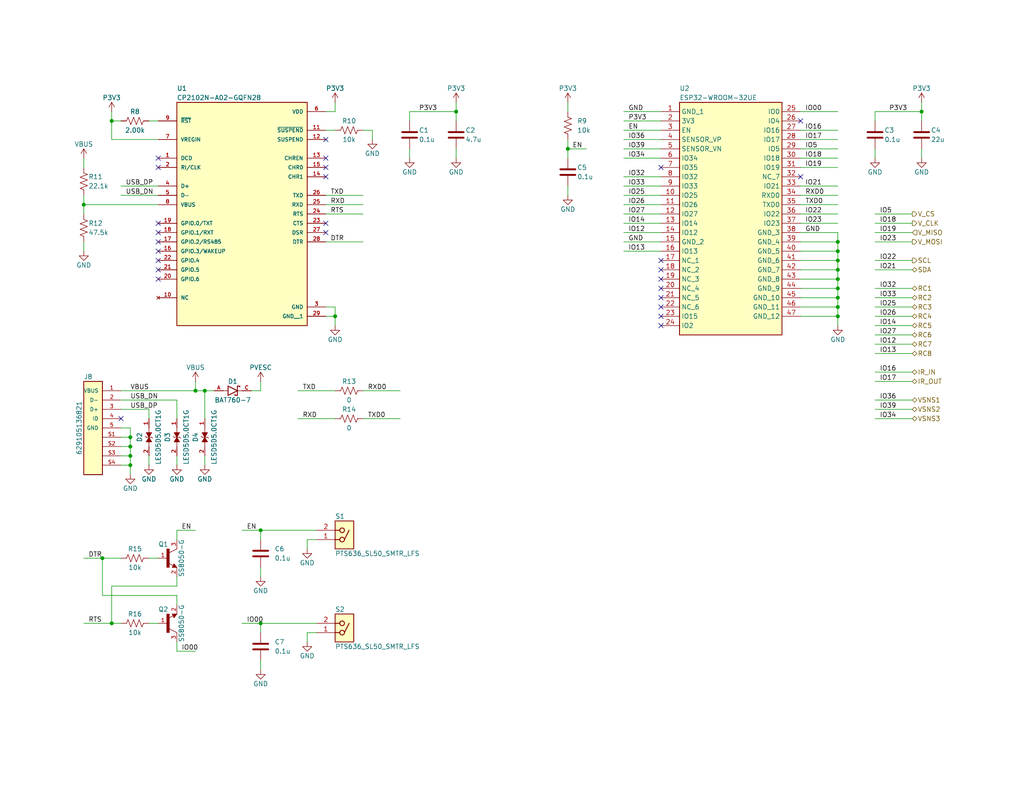
<source format=kicad_sch>
(kicad_sch
	(version 20231120)
	(generator "eeschema")
	(generator_version "8.0")
	(uuid "06b4e195-900a-4026-b99f-2604e7a9e79c")
	(paper "USLetter")
	(title_block
		(title "ESP32 RC Controller")
		(date "2024-09-04")
		(rev "0")
		(company "Wireless and Control Systems LLC")
		(comment 1 "Dan Tatum")
	)
	(lib_symbols
		(symbol "power:+3.3V"
			(power)
			(pin_numbers hide)
			(pin_names
				(offset 0) hide)
			(exclude_from_sim no)
			(in_bom yes)
			(on_board yes)
			(property "Reference" "#PWR"
				(at 0 -3.81 0)
				(effects
					(font
						(size 1.27 1.27)
					)
					(hide yes)
				)
			)
			(property "Value" "+3.3V"
				(at 0 3.556 0)
				(effects
					(font
						(size 1.27 1.27)
					)
				)
			)
			(property "Footprint" ""
				(at 0 0 0)
				(effects
					(font
						(size 1.27 1.27)
					)
					(hide yes)
				)
			)
			(property "Datasheet" ""
				(at 0 0 0)
				(effects
					(font
						(size 1.27 1.27)
					)
					(hide yes)
				)
			)
			(property "Description" "Power symbol creates a global label with name \"+3.3V\""
				(at 0 0 0)
				(effects
					(font
						(size 1.27 1.27)
					)
					(hide yes)
				)
			)
			(property "ki_keywords" "global power"
				(at 0 0 0)
				(effects
					(font
						(size 1.27 1.27)
					)
					(hide yes)
				)
			)
			(symbol "+3.3V_0_1"
				(polyline
					(pts
						(xy -0.762 1.27) (xy 0 2.54)
					)
					(stroke
						(width 0)
						(type default)
					)
					(fill
						(type none)
					)
				)
				(polyline
					(pts
						(xy 0 0) (xy 0 2.54)
					)
					(stroke
						(width 0)
						(type default)
					)
					(fill
						(type none)
					)
				)
				(polyline
					(pts
						(xy 0 2.54) (xy 0.762 1.27)
					)
					(stroke
						(width 0)
						(type default)
					)
					(fill
						(type none)
					)
				)
			)
			(symbol "+3.3V_1_1"
				(pin power_in line
					(at 0 0 90)
					(length 0)
					(name "~"
						(effects
							(font
								(size 1.27 1.27)
							)
						)
					)
					(number "1"
						(effects
							(font
								(size 1.27 1.27)
							)
						)
					)
				)
			)
		)
		(symbol "power:GND"
			(power)
			(pin_numbers hide)
			(pin_names
				(offset 0) hide)
			(exclude_from_sim no)
			(in_bom yes)
			(on_board yes)
			(property "Reference" "#PWR"
				(at 0 -6.35 0)
				(effects
					(font
						(size 1.27 1.27)
					)
					(hide yes)
				)
			)
			(property "Value" "GND"
				(at 0 -3.81 0)
				(effects
					(font
						(size 1.27 1.27)
					)
				)
			)
			(property "Footprint" ""
				(at 0 0 0)
				(effects
					(font
						(size 1.27 1.27)
					)
					(hide yes)
				)
			)
			(property "Datasheet" ""
				(at 0 0 0)
				(effects
					(font
						(size 1.27 1.27)
					)
					(hide yes)
				)
			)
			(property "Description" "Power symbol creates a global label with name \"GND\" , ground"
				(at 0 0 0)
				(effects
					(font
						(size 1.27 1.27)
					)
					(hide yes)
				)
			)
			(property "ki_keywords" "global power"
				(at 0 0 0)
				(effects
					(font
						(size 1.27 1.27)
					)
					(hide yes)
				)
			)
			(symbol "GND_0_1"
				(polyline
					(pts
						(xy 0 0) (xy 0 -1.27) (xy 1.27 -1.27) (xy 0 -2.54) (xy -1.27 -1.27) (xy 0 -1.27)
					)
					(stroke
						(width 0)
						(type default)
					)
					(fill
						(type none)
					)
				)
			)
			(symbol "GND_1_1"
				(pin power_in line
					(at 0 0 270)
					(length 0)
					(name "~"
						(effects
							(font
								(size 1.27 1.27)
							)
						)
					)
					(number "1"
						(effects
							(font
								(size 1.27 1.27)
							)
						)
					)
				)
			)
		)
		(symbol "proj_library:629105136821"
			(pin_names
				(offset 1.016)
			)
			(exclude_from_sim no)
			(in_bom yes)
			(on_board yes)
			(property "Reference" "J"
				(at 0 13.97 0)
				(effects
					(font
						(size 1.27 1.27)
					)
				)
			)
			(property "Value" "629105136821"
				(at 0 -13.97 0)
				(effects
					(font
						(size 1.27 1.27)
					)
				)
			)
			(property "Footprint" "proj_library:629105136821"
				(at 0 -3.81 0)
				(effects
					(font
						(size 1.27 1.27)
					)
					(justify bottom)
					(hide yes)
				)
			)
			(property "Datasheet" ""
				(at 0 5.08 0)
				(effects
					(font
						(size 1.27 1.27)
					)
					(hide yes)
				)
			)
			(property "Description" "CONN RCPT USB2.0 MICRO B SMD R/A"
				(at 0 0 0)
				(effects
					(font
						(size 1.27 1.27)
					)
					(hide yes)
				)
			)
			(property "Manufacturer" "Würth Elektronik"
				(at 0 3.81 0)
				(effects
					(font
						(size 1.27 1.27)
					)
					(hide yes)
				)
			)
			(property "ki_keywords" "CONN USB MICRO"
				(at 0 0 0)
				(effects
					(font
						(size 1.27 1.27)
					)
					(hide yes)
				)
			)
			(symbol "629105136821_0_0"
				(rectangle
					(start 0 12.7)
					(end 5.08 -12.7591)
					(stroke
						(width 0.254)
						(type default)
					)
					(fill
						(type background)
					)
				)
				(pin passive line
					(at -5.08 10.16 0)
					(length 5.08)
					(name "VBUS"
						(effects
							(font
								(size 1.016 1.016)
							)
						)
					)
					(number "1"
						(effects
							(font
								(size 1.016 1.016)
							)
						)
					)
				)
				(pin passive line
					(at -5.08 7.62 0)
					(length 5.08)
					(name "D-"
						(effects
							(font
								(size 1.016 1.016)
							)
						)
					)
					(number "2"
						(effects
							(font
								(size 1.016 1.016)
							)
						)
					)
				)
				(pin passive line
					(at -5.08 5.08 0)
					(length 5.08)
					(name "D+"
						(effects
							(font
								(size 1.016 1.016)
							)
						)
					)
					(number "3"
						(effects
							(font
								(size 1.016 1.016)
							)
						)
					)
				)
				(pin passive line
					(at -5.08 2.54 0)
					(length 5.08)
					(name "ID"
						(effects
							(font
								(size 1.016 1.016)
							)
						)
					)
					(number "4"
						(effects
							(font
								(size 1.016 1.016)
							)
						)
					)
				)
				(pin passive line
					(at -5.08 0 0)
					(length 5.08)
					(name "GND"
						(effects
							(font
								(size 1.016 1.016)
							)
						)
					)
					(number "5"
						(effects
							(font
								(size 1.016 1.016)
							)
						)
					)
				)
				(pin passive line
					(at -5.08 -2.54 0)
					(length 5.08)
					(name "~"
						(effects
							(font
								(size 1.016 1.016)
							)
						)
					)
					(number "S1"
						(effects
							(font
								(size 1.016 1.016)
							)
						)
					)
				)
				(pin passive line
					(at -5.08 -5.08 0)
					(length 5.08)
					(name "~"
						(effects
							(font
								(size 1.016 1.016)
							)
						)
					)
					(number "S2"
						(effects
							(font
								(size 1.016 1.016)
							)
						)
					)
				)
				(pin passive line
					(at -5.08 -7.62 0)
					(length 5.08)
					(name "~"
						(effects
							(font
								(size 1.016 1.016)
							)
						)
					)
					(number "S3"
						(effects
							(font
								(size 1.016 1.016)
							)
						)
					)
				)
				(pin passive line
					(at -5.08 -10.16 0)
					(length 5.08)
					(name "~"
						(effects
							(font
								(size 1.016 1.016)
							)
						)
					)
					(number "S4"
						(effects
							(font
								(size 1.016 1.016)
							)
						)
					)
				)
			)
		)
		(symbol "proj_library:BAT760-7"
			(pin_names
				(offset 1.016)
			)
			(exclude_from_sim no)
			(in_bom yes)
			(on_board yes)
			(property "Reference" "D"
				(at 0 2.54 0)
				(effects
					(font
						(size 1.27 1.27)
					)
				)
			)
			(property "Value" "BAT760-7"
				(at 0 -2.54 0)
				(effects
					(font
						(size 1.27 1.27)
					)
				)
			)
			(property "Footprint" "proj_library:SOD-323"
				(at 0 -3.81 0)
				(effects
					(font
						(size 1.27 1.27)
					)
					(hide yes)
				)
			)
			(property "Datasheet" ""
				(at 0 0 0)
				(effects
					(font
						(size 1.27 1.27)
					)
					(hide yes)
				)
			)
			(property "Description" "DIODE SCHOTTKY 30V 1A SOD323"
				(at 0 0 0)
				(effects
					(font
						(size 1.27 1.27)
					)
					(hide yes)
				)
			)
			(property "Manufacturer" "Diodes Inc"
				(at 0 3.81 0)
				(effects
					(font
						(size 1.27 1.27)
					)
					(justify bottom)
					(hide yes)
				)
			)
			(symbol "BAT760-7_0_0"
				(polyline
					(pts
						(xy -2.54 0) (xy -1.27 0)
					)
					(stroke
						(width 0.1524)
						(type default)
					)
					(fill
						(type none)
					)
				)
				(polyline
					(pts
						(xy -1.27 -1.27) (xy 1.27 0)
					)
					(stroke
						(width 0.254)
						(type default)
					)
					(fill
						(type none)
					)
				)
				(polyline
					(pts
						(xy -1.27 0) (xy -1.27 -1.27)
					)
					(stroke
						(width 0.254)
						(type default)
					)
					(fill
						(type none)
					)
				)
				(polyline
					(pts
						(xy -1.27 1.27) (xy -1.27 0)
					)
					(stroke
						(width 0.254)
						(type default)
					)
					(fill
						(type none)
					)
				)
				(polyline
					(pts
						(xy 0.635 -1.016) (xy 0.635 -1.27)
					)
					(stroke
						(width 0.254)
						(type default)
					)
					(fill
						(type none)
					)
				)
				(polyline
					(pts
						(xy 1.27 -1.27) (xy 0.635 -1.27)
					)
					(stroke
						(width 0.254)
						(type default)
					)
					(fill
						(type none)
					)
				)
				(polyline
					(pts
						(xy 1.27 0) (xy -1.27 1.27)
					)
					(stroke
						(width 0.254)
						(type default)
					)
					(fill
						(type none)
					)
				)
				(polyline
					(pts
						(xy 1.27 0) (xy 1.27 -1.27)
					)
					(stroke
						(width 0.254)
						(type default)
					)
					(fill
						(type none)
					)
				)
				(polyline
					(pts
						(xy 1.27 1.27) (xy 1.27 0)
					)
					(stroke
						(width 0.254)
						(type default)
					)
					(fill
						(type none)
					)
				)
				(polyline
					(pts
						(xy 1.905 1.27) (xy 1.27 1.27)
					)
					(stroke
						(width 0.254)
						(type default)
					)
					(fill
						(type none)
					)
				)
				(polyline
					(pts
						(xy 1.905 1.27) (xy 1.905 1.016)
					)
					(stroke
						(width 0.254)
						(type default)
					)
					(fill
						(type none)
					)
				)
				(polyline
					(pts
						(xy 2.54 0) (xy 1.27 0)
					)
					(stroke
						(width 0.1524)
						(type default)
					)
					(fill
						(type none)
					)
				)
				(pin passive line
					(at -5.08 0 0)
					(length 2.54)
					(name "~"
						(effects
							(font
								(size 1.016 1.016)
							)
						)
					)
					(number "A"
						(effects
							(font
								(size 1.016 1.016)
							)
						)
					)
				)
				(pin passive line
					(at 5.08 0 180)
					(length 2.54)
					(name "~"
						(effects
							(font
								(size 1.016 1.016)
							)
						)
					)
					(number "C"
						(effects
							(font
								(size 1.016 1.016)
							)
						)
					)
				)
			)
		)
		(symbol "proj_library:CC0603KRX7R7BB104"
			(pin_numbers hide)
			(pin_names
				(offset 0.254)
			)
			(exclude_from_sim no)
			(in_bom yes)
			(on_board yes)
			(property "Reference" "C"
				(at 0.635 2.54 0)
				(effects
					(font
						(size 1.27 1.27)
					)
					(justify left)
				)
			)
			(property "Value" "0.1u"
				(at 0.635 -2.54 0)
				(effects
					(font
						(size 1.27 1.27)
					)
					(justify left)
				)
			)
			(property "Footprint" "proj_library:C0603"
				(at 0 -3.81 0)
				(effects
					(font
						(size 1.27 1.27)
					)
					(hide yes)
				)
			)
			(property "Datasheet" ""
				(at 0 0 0)
				(effects
					(font
						(size 1.27 1.27)
					)
					(hide yes)
				)
			)
			(property "Description" "CAP CER 0.1UF 16V X7R 0603"
				(at 0 0 0)
				(effects
					(font
						(size 1.27 1.27)
					)
					(hide yes)
				)
			)
			(property "ki_keywords" "C cap capacitor"
				(at 0 0 0)
				(effects
					(font
						(size 1.27 1.27)
					)
					(hide yes)
				)
			)
			(property "ki_fp_filters" "C_*"
				(at 0 0 0)
				(effects
					(font
						(size 1.27 1.27)
					)
					(hide yes)
				)
			)
			(symbol "CC0603KRX7R7BB104_0_1"
				(polyline
					(pts
						(xy -2.032 -0.762) (xy 2.032 -0.762)
					)
					(stroke
						(width 0.508)
						(type default)
					)
					(fill
						(type none)
					)
				)
				(polyline
					(pts
						(xy -2.032 0.762) (xy 2.032 0.762)
					)
					(stroke
						(width 0.508)
						(type default)
					)
					(fill
						(type none)
					)
				)
			)
			(symbol "CC0603KRX7R7BB104_1_1"
				(pin passive line
					(at 0 3.81 270)
					(length 2.794)
					(name "~"
						(effects
							(font
								(size 1.27 1.27)
							)
						)
					)
					(number "1"
						(effects
							(font
								(size 1.27 1.27)
							)
						)
					)
				)
				(pin passive line
					(at 0 -3.81 90)
					(length 2.794)
					(name "~"
						(effects
							(font
								(size 1.27 1.27)
							)
						)
					)
					(number "2"
						(effects
							(font
								(size 1.27 1.27)
							)
						)
					)
				)
			)
		)
		(symbol "proj_library:CL10A475KP8NNNC"
			(pin_numbers hide)
			(pin_names
				(offset 0.254)
			)
			(exclude_from_sim no)
			(in_bom yes)
			(on_board yes)
			(property "Reference" "C"
				(at 0.635 2.54 0)
				(effects
					(font
						(size 1.27 1.27)
					)
					(justify left)
				)
			)
			(property "Value" "4.7u"
				(at 0.635 -2.54 0)
				(effects
					(font
						(size 1.27 1.27)
					)
					(justify left)
				)
			)
			(property "Footprint" "proj_library:C0603"
				(at 0 -3.81 0)
				(effects
					(font
						(size 1.27 1.27)
					)
					(hide yes)
				)
			)
			(property "Datasheet" ""
				(at 0 0 0)
				(effects
					(font
						(size 1.27 1.27)
					)
					(hide yes)
				)
			)
			(property "Description" "CAP CER 4.7UF 10V X5R 0603"
				(at 0 0 0)
				(effects
					(font
						(size 1.27 1.27)
					)
					(hide yes)
				)
			)
			(property "ki_keywords" "cap capacitor"
				(at 0 0 0)
				(effects
					(font
						(size 1.27 1.27)
					)
					(hide yes)
				)
			)
			(property "ki_fp_filters" "C_*"
				(at 0 0 0)
				(effects
					(font
						(size 1.27 1.27)
					)
					(hide yes)
				)
			)
			(symbol "CL10A475KP8NNNC_0_1"
				(polyline
					(pts
						(xy -2.032 -0.762) (xy 2.032 -0.762)
					)
					(stroke
						(width 0.508)
						(type default)
					)
					(fill
						(type none)
					)
				)
				(polyline
					(pts
						(xy -2.032 0.762) (xy 2.032 0.762)
					)
					(stroke
						(width 0.508)
						(type default)
					)
					(fill
						(type none)
					)
				)
			)
			(symbol "CL10A475KP8NNNC_1_1"
				(pin passive line
					(at 0 3.81 270)
					(length 2.794)
					(name "~"
						(effects
							(font
								(size 1.27 1.27)
							)
						)
					)
					(number "1"
						(effects
							(font
								(size 1.27 1.27)
							)
						)
					)
				)
				(pin passive line
					(at 0 -3.81 90)
					(length 2.794)
					(name "~"
						(effects
							(font
								(size 1.27 1.27)
							)
						)
					)
					(number "2"
						(effects
							(font
								(size 1.27 1.27)
							)
						)
					)
				)
			)
		)
		(symbol "proj_library:CL21A226MOCLRNC"
			(pin_numbers hide)
			(pin_names
				(offset 0.254)
			)
			(exclude_from_sim no)
			(in_bom yes)
			(on_board yes)
			(property "Reference" "C"
				(at 0.635 2.54 0)
				(effects
					(font
						(size 1.27 1.27)
					)
					(justify left)
				)
			)
			(property "Value" "22u"
				(at 0.635 -2.54 0)
				(effects
					(font
						(size 1.27 1.27)
					)
					(justify left)
				)
			)
			(property "Footprint" "proj_library:C0805"
				(at 0 -3.81 0)
				(effects
					(font
						(size 1.27 1.27)
					)
					(hide yes)
				)
			)
			(property "Datasheet" ""
				(at 0 0 0)
				(effects
					(font
						(size 1.27 1.27)
					)
					(hide yes)
				)
			)
			(property "Description" "CAP CER 22UF 16V X5R 0805"
				(at 0 0 0)
				(effects
					(font
						(size 1.27 1.27)
					)
					(hide yes)
				)
			)
			(property "ki_keywords" "C cap capacitor"
				(at 0 0 0)
				(effects
					(font
						(size 1.27 1.27)
					)
					(hide yes)
				)
			)
			(property "ki_fp_filters" "C_*"
				(at 0 0 0)
				(effects
					(font
						(size 1.27 1.27)
					)
					(hide yes)
				)
			)
			(symbol "CL21A226MOCLRNC_0_1"
				(polyline
					(pts
						(xy -2.032 -0.762) (xy 2.032 -0.762)
					)
					(stroke
						(width 0.508)
						(type default)
					)
					(fill
						(type none)
					)
				)
				(polyline
					(pts
						(xy -2.032 0.762) (xy 2.032 0.762)
					)
					(stroke
						(width 0.508)
						(type default)
					)
					(fill
						(type none)
					)
				)
			)
			(symbol "CL21A226MOCLRNC_1_1"
				(pin passive line
					(at 0 3.81 270)
					(length 2.794)
					(name "~"
						(effects
							(font
								(size 1.27 1.27)
							)
						)
					)
					(number "1"
						(effects
							(font
								(size 1.27 1.27)
							)
						)
					)
				)
				(pin passive line
					(at 0 -3.81 90)
					(length 2.794)
					(name "~"
						(effects
							(font
								(size 1.27 1.27)
							)
						)
					)
					(number "2"
						(effects
							(font
								(size 1.27 1.27)
							)
						)
					)
				)
			)
		)
		(symbol "proj_library:CP2102N-A02-GQFN28"
			(pin_names
				(offset 1.016)
			)
			(exclude_from_sim no)
			(in_bom yes)
			(on_board yes)
			(property "Reference" "U"
				(at -17.78 33.02 0)
				(effects
					(font
						(size 1.27 1.27)
					)
					(justify left bottom)
				)
			)
			(property "Value" "CP2102N-A02-GQFN28"
				(at -17.78 -33.02 0)
				(effects
					(font
						(size 1.27 1.27)
					)
					(justify left bottom)
				)
			)
			(property "Footprint" "proj_library:28-WFQFN"
				(at 0 -3.81 0)
				(effects
					(font
						(size 1.27 1.27)
					)
					(justify bottom)
					(hide yes)
				)
			)
			(property "Datasheet" ""
				(at 0 0 0)
				(effects
					(font
						(size 1.27 1.27)
					)
					(hide yes)
				)
			)
			(property "Description" "USB Bridge, USB to UART USB 2.0 UART Interface 28-QFN (5x5)"
				(at 0 0 0)
				(effects
					(font
						(size 1.27 1.27)
					)
					(hide yes)
				)
			)
			(property "Manufacturer" "Silicon Labs"
				(at 0 3.81 0)
				(effects
					(font
						(size 1.27 1.27)
					)
					(justify bottom)
					(hide yes)
				)
			)
			(property "ki_keywords" "USB Bridge UART"
				(at 0 0 0)
				(effects
					(font
						(size 1.27 1.27)
					)
					(hide yes)
				)
			)
			(symbol "CP2102N-A02-GQFN28_0_0"
				(rectangle
					(start -17.78 -30.48)
					(end 17.78 30.48)
					(stroke
						(width 0.254)
						(type default)
					)
					(fill
						(type background)
					)
				)
				(pin input line
					(at -22.86 15.24 0)
					(length 5.08)
					(name "DCD"
						(effects
							(font
								(size 1.016 1.016)
							)
						)
					)
					(number "1"
						(effects
							(font
								(size 1.016 1.016)
							)
						)
					)
				)
				(pin no_connect line
					(at -22.86 -22.86 0)
					(length 5.08)
					(name "NC"
						(effects
							(font
								(size 1.016 1.016)
							)
						)
					)
					(number "10"
						(effects
							(font
								(size 1.016 1.016)
							)
						)
					)
				)
				(pin output line
					(at 22.86 22.86 180)
					(length 5.08)
					(name "~{SUSPEND}"
						(effects
							(font
								(size 1.016 1.016)
							)
						)
					)
					(number "11"
						(effects
							(font
								(size 1.016 1.016)
							)
						)
					)
				)
				(pin output line
					(at 22.86 20.32 180)
					(length 5.08)
					(name "SUSPEND"
						(effects
							(font
								(size 1.016 1.016)
							)
						)
					)
					(number "12"
						(effects
							(font
								(size 1.016 1.016)
							)
						)
					)
				)
				(pin output line
					(at 22.86 15.24 180)
					(length 5.08)
					(name "CHREN"
						(effects
							(font
								(size 1.016 1.016)
							)
						)
					)
					(number "13"
						(effects
							(font
								(size 1.016 1.016)
							)
						)
					)
				)
				(pin output line
					(at 22.86 10.16 180)
					(length 5.08)
					(name "CHR1"
						(effects
							(font
								(size 1.016 1.016)
							)
						)
					)
					(number "14"
						(effects
							(font
								(size 1.016 1.016)
							)
						)
					)
				)
				(pin output line
					(at 22.86 12.7 180)
					(length 5.08)
					(name "CHR0"
						(effects
							(font
								(size 1.016 1.016)
							)
						)
					)
					(number "15"
						(effects
							(font
								(size 1.016 1.016)
							)
						)
					)
				)
				(pin bidirectional line
					(at -22.86 -10.16 0)
					(length 5.08)
					(name "GPIO.3/WAKEUP"
						(effects
							(font
								(size 1.016 1.016)
							)
						)
					)
					(number "16"
						(effects
							(font
								(size 1.016 1.016)
							)
						)
					)
				)
				(pin bidirectional line
					(at -22.86 -7.62 0)
					(length 5.08)
					(name "GPIO.2/RS485"
						(effects
							(font
								(size 1.016 1.016)
							)
						)
					)
					(number "17"
						(effects
							(font
								(size 1.016 1.016)
							)
						)
					)
				)
				(pin bidirectional line
					(at -22.86 -5.08 0)
					(length 5.08)
					(name "GPIO.1/RXT"
						(effects
							(font
								(size 1.016 1.016)
							)
						)
					)
					(number "18"
						(effects
							(font
								(size 1.016 1.016)
							)
						)
					)
				)
				(pin bidirectional line
					(at -22.86 -2.54 0)
					(length 5.08)
					(name "GPIO.0/TXT"
						(effects
							(font
								(size 1.016 1.016)
							)
						)
					)
					(number "19"
						(effects
							(font
								(size 1.016 1.016)
							)
						)
					)
				)
				(pin bidirectional line
					(at -22.86 12.7 0)
					(length 5.08)
					(name "RI/CLK"
						(effects
							(font
								(size 1.016 1.016)
							)
						)
					)
					(number "2"
						(effects
							(font
								(size 1.016 1.016)
							)
						)
					)
				)
				(pin bidirectional line
					(at -22.86 -17.78 0)
					(length 5.08)
					(name "GPIO.6"
						(effects
							(font
								(size 1.016 1.016)
							)
						)
					)
					(number "20"
						(effects
							(font
								(size 1.016 1.016)
							)
						)
					)
				)
				(pin bidirectional line
					(at -22.86 -15.24 0)
					(length 5.08)
					(name "GPIO.5"
						(effects
							(font
								(size 1.016 1.016)
							)
						)
					)
					(number "21"
						(effects
							(font
								(size 1.016 1.016)
							)
						)
					)
				)
				(pin bidirectional line
					(at -22.86 -12.7 0)
					(length 5.08)
					(name "GPIO.4"
						(effects
							(font
								(size 1.016 1.016)
							)
						)
					)
					(number "22"
						(effects
							(font
								(size 1.016 1.016)
							)
						)
					)
				)
				(pin input line
					(at 22.86 -2.54 180)
					(length 5.08)
					(name "CTS"
						(effects
							(font
								(size 1.016 1.016)
							)
						)
					)
					(number "23"
						(effects
							(font
								(size 1.016 1.016)
							)
						)
					)
				)
				(pin output line
					(at 22.86 0 180)
					(length 5.08)
					(name "RTS"
						(effects
							(font
								(size 1.016 1.016)
							)
						)
					)
					(number "24"
						(effects
							(font
								(size 1.016 1.016)
							)
						)
					)
				)
				(pin input line
					(at 22.86 2.54 180)
					(length 5.08)
					(name "RXD"
						(effects
							(font
								(size 1.016 1.016)
							)
						)
					)
					(number "25"
						(effects
							(font
								(size 1.016 1.016)
							)
						)
					)
				)
				(pin output line
					(at 22.86 5.08 180)
					(length 5.08)
					(name "TXD"
						(effects
							(font
								(size 1.016 1.016)
							)
						)
					)
					(number "26"
						(effects
							(font
								(size 1.016 1.016)
							)
						)
					)
				)
				(pin input line
					(at 22.86 -5.08 180)
					(length 5.08)
					(name "DSR"
						(effects
							(font
								(size 1.016 1.016)
							)
						)
					)
					(number "27"
						(effects
							(font
								(size 1.016 1.016)
							)
						)
					)
				)
				(pin output line
					(at 22.86 -7.62 180)
					(length 5.08)
					(name "DTR"
						(effects
							(font
								(size 1.016 1.016)
							)
						)
					)
					(number "28"
						(effects
							(font
								(size 1.016 1.016)
							)
						)
					)
				)
				(pin power_in line
					(at 22.86 -27.94 180)
					(length 5.08)
					(name "GND__1"
						(effects
							(font
								(size 1.016 1.016)
							)
						)
					)
					(number "29"
						(effects
							(font
								(size 1.016 1.016)
							)
						)
					)
				)
				(pin power_in line
					(at 22.86 -25.4 180)
					(length 5.08)
					(name "GND"
						(effects
							(font
								(size 1.016 1.016)
							)
						)
					)
					(number "3"
						(effects
							(font
								(size 1.016 1.016)
							)
						)
					)
				)
				(pin bidirectional line
					(at -22.86 7.62 0)
					(length 5.08)
					(name "D+"
						(effects
							(font
								(size 1.016 1.016)
							)
						)
					)
					(number "4"
						(effects
							(font
								(size 1.016 1.016)
							)
						)
					)
				)
				(pin bidirectional line
					(at -22.86 5.08 0)
					(length 5.08)
					(name "D-"
						(effects
							(font
								(size 1.016 1.016)
							)
						)
					)
					(number "5"
						(effects
							(font
								(size 1.016 1.016)
							)
						)
					)
				)
				(pin power_in line
					(at 22.86 27.94 180)
					(length 5.08)
					(name "VDD"
						(effects
							(font
								(size 1.016 1.016)
							)
						)
					)
					(number "6"
						(effects
							(font
								(size 1.016 1.016)
							)
						)
					)
				)
				(pin input line
					(at -22.86 20.32 0)
					(length 5.08)
					(name "VREGIN"
						(effects
							(font
								(size 1.016 1.016)
							)
						)
					)
					(number "7"
						(effects
							(font
								(size 1.016 1.016)
							)
						)
					)
				)
				(pin input line
					(at -22.86 2.54 0)
					(length 5.08)
					(name "VBUS"
						(effects
							(font
								(size 1.016 1.016)
							)
						)
					)
					(number "8"
						(effects
							(font
								(size 1.016 1.016)
							)
						)
					)
				)
				(pin input line
					(at -22.86 25.4 0)
					(length 5.08)
					(name "~{RST}"
						(effects
							(font
								(size 1.016 1.016)
							)
						)
					)
					(number "9"
						(effects
							(font
								(size 1.016 1.016)
							)
						)
					)
				)
			)
		)
		(symbol "proj_library:CRCW06030000Z0EAC"
			(pin_numbers hide)
			(pin_names
				(offset 0)
			)
			(exclude_from_sim no)
			(in_bom yes)
			(on_board yes)
			(property "Reference" "R"
				(at 1.27 2.54 0)
				(effects
					(font
						(size 1.27 1.27)
					)
					(justify left)
				)
			)
			(property "Value" "0"
				(at 1.27 -2.54 0)
				(effects
					(font
						(size 1.27 1.27)
					)
					(justify left)
				)
			)
			(property "Footprint" "proj_library:R0603"
				(at 0 -3.81 0)
				(effects
					(font
						(size 1.27 1.27)
					)
					(hide yes)
				)
			)
			(property "Datasheet" ""
				(at 0 0 0)
				(effects
					(font
						(size 1.27 1.27)
					)
					(hide yes)
				)
			)
			(property "Description" "RES 0 OHM JUMPER 1/10W 0603"
				(at 0 0 0)
				(effects
					(font
						(size 1.27 1.27)
					)
					(hide yes)
				)
			)
			(property "ki_keywords" "J jumper 0603"
				(at 0 0 0)
				(effects
					(font
						(size 1.27 1.27)
					)
					(hide yes)
				)
			)
			(property "ki_fp_filters" "R_*"
				(at 0 0 0)
				(effects
					(font
						(size 1.27 1.27)
					)
					(hide yes)
				)
			)
			(symbol "CRCW06030000Z0EAC_0_1"
				(polyline
					(pts
						(xy 0 -2.286) (xy 0 -2.54)
					)
					(stroke
						(width 0)
						(type default)
					)
					(fill
						(type none)
					)
				)
				(polyline
					(pts
						(xy 0 2.286) (xy 0 2.54)
					)
					(stroke
						(width 0)
						(type default)
					)
					(fill
						(type none)
					)
				)
				(polyline
					(pts
						(xy 0 -0.762) (xy 1.016 -1.143) (xy 0 -1.524) (xy -1.016 -1.905) (xy 0 -2.286)
					)
					(stroke
						(width 0)
						(type default)
					)
					(fill
						(type none)
					)
				)
				(polyline
					(pts
						(xy 0 0.762) (xy 1.016 0.381) (xy 0 0) (xy -1.016 -0.381) (xy 0 -0.762)
					)
					(stroke
						(width 0)
						(type default)
					)
					(fill
						(type none)
					)
				)
				(polyline
					(pts
						(xy 0 2.286) (xy 1.016 1.905) (xy 0 1.524) (xy -1.016 1.143) (xy 0 0.762)
					)
					(stroke
						(width 0)
						(type default)
					)
					(fill
						(type none)
					)
				)
			)
			(symbol "CRCW06030000Z0EAC_1_1"
				(pin passive line
					(at 0 3.81 270)
					(length 1.27)
					(name "~"
						(effects
							(font
								(size 1.27 1.27)
							)
						)
					)
					(number "1"
						(effects
							(font
								(size 1.27 1.27)
							)
						)
					)
				)
				(pin passive line
					(at 0 -3.81 90)
					(length 1.27)
					(name "~"
						(effects
							(font
								(size 1.27 1.27)
							)
						)
					)
					(number "2"
						(effects
							(font
								(size 1.27 1.27)
							)
						)
					)
				)
			)
		)
		(symbol "proj_library:CRCW060310K0FKEAC"
			(pin_numbers hide)
			(pin_names
				(offset 0)
			)
			(exclude_from_sim no)
			(in_bom yes)
			(on_board yes)
			(property "Reference" "R"
				(at 1.27 2.54 0)
				(effects
					(font
						(size 1.27 1.27)
					)
					(justify left)
				)
			)
			(property "Value" "10k"
				(at 1.27 -2.54 0)
				(effects
					(font
						(size 1.27 1.27)
					)
					(justify left)
				)
			)
			(property "Footprint" "proj_library:R0603"
				(at 0 -3.81 0)
				(effects
					(font
						(size 1.27 1.27)
					)
					(hide yes)
				)
			)
			(property "Datasheet" ""
				(at 0 0 0)
				(effects
					(font
						(size 1.27 1.27)
					)
					(hide yes)
				)
			)
			(property "Description" "RES 10K OHM 1% 1/10W 0603"
				(at 0 0 0)
				(effects
					(font
						(size 1.27 1.27)
					)
					(hide yes)
				)
			)
			(property "ki_keywords" "R res resistor 0603"
				(at 0 0 0)
				(effects
					(font
						(size 1.27 1.27)
					)
					(hide yes)
				)
			)
			(property "ki_fp_filters" "R_*"
				(at 0 0 0)
				(effects
					(font
						(size 1.27 1.27)
					)
					(hide yes)
				)
			)
			(symbol "CRCW060310K0FKEAC_0_1"
				(polyline
					(pts
						(xy 0 -2.286) (xy 0 -2.54)
					)
					(stroke
						(width 0)
						(type default)
					)
					(fill
						(type none)
					)
				)
				(polyline
					(pts
						(xy 0 2.286) (xy 0 2.54)
					)
					(stroke
						(width 0)
						(type default)
					)
					(fill
						(type none)
					)
				)
				(polyline
					(pts
						(xy 0 -0.762) (xy 1.016 -1.143) (xy 0 -1.524) (xy -1.016 -1.905) (xy 0 -2.286)
					)
					(stroke
						(width 0)
						(type default)
					)
					(fill
						(type none)
					)
				)
				(polyline
					(pts
						(xy 0 0.762) (xy 1.016 0.381) (xy 0 0) (xy -1.016 -0.381) (xy 0 -0.762)
					)
					(stroke
						(width 0)
						(type default)
					)
					(fill
						(type none)
					)
				)
				(polyline
					(pts
						(xy 0 2.286) (xy 1.016 1.905) (xy 0 1.524) (xy -1.016 1.143) (xy 0 0.762)
					)
					(stroke
						(width 0)
						(type default)
					)
					(fill
						(type none)
					)
				)
			)
			(symbol "CRCW060310K0FKEAC_1_1"
				(pin passive line
					(at 0 3.81 270)
					(length 1.27)
					(name "~"
						(effects
							(font
								(size 1.27 1.27)
							)
						)
					)
					(number "1"
						(effects
							(font
								(size 1.27 1.27)
							)
						)
					)
				)
				(pin passive line
					(at 0 -3.81 90)
					(length 1.27)
					(name "~"
						(effects
							(font
								(size 1.27 1.27)
							)
						)
					)
					(number "2"
						(effects
							(font
								(size 1.27 1.27)
							)
						)
					)
				)
			)
		)
		(symbol "proj_library:CRCW060322K1FKEAC"
			(pin_numbers hide)
			(pin_names
				(offset 0)
			)
			(exclude_from_sim no)
			(in_bom yes)
			(on_board yes)
			(property "Reference" "R"
				(at 1.27 2.54 0)
				(effects
					(font
						(size 1.27 1.27)
					)
					(justify left)
				)
			)
			(property "Value" "22.1k"
				(at 1.27 -2.54 0)
				(effects
					(font
						(size 1.27 1.27)
					)
					(justify left)
				)
			)
			(property "Footprint" "proj_library:R0603"
				(at 0 -3.81 0)
				(effects
					(font
						(size 1.27 1.27)
					)
					(hide yes)
				)
			)
			(property "Datasheet" ""
				(at 0 0 0)
				(effects
					(font
						(size 1.27 1.27)
					)
					(hide yes)
				)
			)
			(property "Description" "RES 22.1K OHM 1% 1/10W 0603"
				(at 0 0 0)
				(effects
					(font
						(size 1.27 1.27)
					)
					(hide yes)
				)
			)
			(property "ki_keywords" "R res resistor 0603"
				(at 0 0 0)
				(effects
					(font
						(size 1.27 1.27)
					)
					(hide yes)
				)
			)
			(property "ki_fp_filters" "R_*"
				(at 0 0 0)
				(effects
					(font
						(size 1.27 1.27)
					)
					(hide yes)
				)
			)
			(symbol "CRCW060322K1FKEAC_0_1"
				(polyline
					(pts
						(xy 0 -2.286) (xy 0 -2.54)
					)
					(stroke
						(width 0)
						(type default)
					)
					(fill
						(type none)
					)
				)
				(polyline
					(pts
						(xy 0 2.286) (xy 0 2.54)
					)
					(stroke
						(width 0)
						(type default)
					)
					(fill
						(type none)
					)
				)
				(polyline
					(pts
						(xy 0 -0.762) (xy 1.016 -1.143) (xy 0 -1.524) (xy -1.016 -1.905) (xy 0 -2.286)
					)
					(stroke
						(width 0)
						(type default)
					)
					(fill
						(type none)
					)
				)
				(polyline
					(pts
						(xy 0 0.762) (xy 1.016 0.381) (xy 0 0) (xy -1.016 -0.381) (xy 0 -0.762)
					)
					(stroke
						(width 0)
						(type default)
					)
					(fill
						(type none)
					)
				)
				(polyline
					(pts
						(xy 0 2.286) (xy 1.016 1.905) (xy 0 1.524) (xy -1.016 1.143) (xy 0 0.762)
					)
					(stroke
						(width 0)
						(type default)
					)
					(fill
						(type none)
					)
				)
			)
			(symbol "CRCW060322K1FKEAC_1_1"
				(pin passive line
					(at 0 3.81 270)
					(length 1.27)
					(name "~"
						(effects
							(font
								(size 1.27 1.27)
							)
						)
					)
					(number "1"
						(effects
							(font
								(size 1.27 1.27)
							)
						)
					)
				)
				(pin passive line
					(at 0 -3.81 90)
					(length 1.27)
					(name "~"
						(effects
							(font
								(size 1.27 1.27)
							)
						)
					)
					(number "2"
						(effects
							(font
								(size 1.27 1.27)
							)
						)
					)
				)
			)
		)
		(symbol "proj_library:CRCW06032K00FKEAC"
			(pin_numbers hide)
			(pin_names
				(offset 0)
			)
			(exclude_from_sim no)
			(in_bom yes)
			(on_board yes)
			(property "Reference" "R"
				(at 1.27 2.54 0)
				(effects
					(font
						(size 1.27 1.27)
					)
					(justify left)
				)
			)
			(property "Value" "2.00k"
				(at 1.27 -2.54 0)
				(effects
					(font
						(size 1.27 1.27)
					)
					(justify left)
				)
			)
			(property "Footprint" "proj_library:R0603"
				(at 0 -3.81 0)
				(effects
					(font
						(size 1.27 1.27)
					)
					(hide yes)
				)
			)
			(property "Datasheet" ""
				(at 0 0 0)
				(effects
					(font
						(size 1.27 1.27)
					)
					(hide yes)
				)
			)
			(property "Description" "RES 2K OHM 1% 1/10W 0603"
				(at 0 0 0)
				(effects
					(font
						(size 1.27 1.27)
					)
					(hide yes)
				)
			)
			(property "ki_keywords" "R res resistor 0603"
				(at 0 0 0)
				(effects
					(font
						(size 1.27 1.27)
					)
					(hide yes)
				)
			)
			(property "ki_fp_filters" "R_*"
				(at 0 0 0)
				(effects
					(font
						(size 1.27 1.27)
					)
					(hide yes)
				)
			)
			(symbol "CRCW06032K00FKEAC_0_1"
				(polyline
					(pts
						(xy 0 -2.286) (xy 0 -2.54)
					)
					(stroke
						(width 0)
						(type default)
					)
					(fill
						(type none)
					)
				)
				(polyline
					(pts
						(xy 0 2.286) (xy 0 2.54)
					)
					(stroke
						(width 0)
						(type default)
					)
					(fill
						(type none)
					)
				)
				(polyline
					(pts
						(xy 0 -0.762) (xy 1.016 -1.143) (xy 0 -1.524) (xy -1.016 -1.905) (xy 0 -2.286)
					)
					(stroke
						(width 0)
						(type default)
					)
					(fill
						(type none)
					)
				)
				(polyline
					(pts
						(xy 0 0.762) (xy 1.016 0.381) (xy 0 0) (xy -1.016 -0.381) (xy 0 -0.762)
					)
					(stroke
						(width 0)
						(type default)
					)
					(fill
						(type none)
					)
				)
				(polyline
					(pts
						(xy 0 2.286) (xy 1.016 1.905) (xy 0 1.524) (xy -1.016 1.143) (xy 0 0.762)
					)
					(stroke
						(width 0)
						(type default)
					)
					(fill
						(type none)
					)
				)
			)
			(symbol "CRCW06032K00FKEAC_1_1"
				(pin passive line
					(at 0 3.81 270)
					(length 1.27)
					(name "~"
						(effects
							(font
								(size 1.27 1.27)
							)
						)
					)
					(number "1"
						(effects
							(font
								(size 1.27 1.27)
							)
						)
					)
				)
				(pin passive line
					(at 0 -3.81 90)
					(length 1.27)
					(name "~"
						(effects
							(font
								(size 1.27 1.27)
							)
						)
					)
					(number "2"
						(effects
							(font
								(size 1.27 1.27)
							)
						)
					)
				)
			)
		)
		(symbol "proj_library:CRCW060347K5FKEAC"
			(pin_numbers hide)
			(pin_names
				(offset 0)
			)
			(exclude_from_sim no)
			(in_bom yes)
			(on_board yes)
			(property "Reference" "R"
				(at 1.27 2.54 0)
				(effects
					(font
						(size 1.27 1.27)
					)
					(justify left)
				)
			)
			(property "Value" "47.5k"
				(at 1.27 -2.54 0)
				(effects
					(font
						(size 1.27 1.27)
					)
					(justify left)
				)
			)
			(property "Footprint" "proj_library:R0603"
				(at 0 -3.81 0)
				(effects
					(font
						(size 1.27 1.27)
					)
					(hide yes)
				)
			)
			(property "Datasheet" ""
				(at 0 0 0)
				(effects
					(font
						(size 1.27 1.27)
					)
					(hide yes)
				)
			)
			(property "Description" "RES 47.5K OHM 1% 1/10W 0603"
				(at 0 0 0)
				(effects
					(font
						(size 1.27 1.27)
					)
					(hide yes)
				)
			)
			(property "ki_keywords" "R res resistor 0603"
				(at 0 0 0)
				(effects
					(font
						(size 1.27 1.27)
					)
					(hide yes)
				)
			)
			(property "ki_fp_filters" "R_*"
				(at 0 0 0)
				(effects
					(font
						(size 1.27 1.27)
					)
					(hide yes)
				)
			)
			(symbol "CRCW060347K5FKEAC_0_1"
				(polyline
					(pts
						(xy 0 -2.286) (xy 0 -2.54)
					)
					(stroke
						(width 0)
						(type default)
					)
					(fill
						(type none)
					)
				)
				(polyline
					(pts
						(xy 0 2.286) (xy 0 2.54)
					)
					(stroke
						(width 0)
						(type default)
					)
					(fill
						(type none)
					)
				)
				(polyline
					(pts
						(xy 0 -0.762) (xy 1.016 -1.143) (xy 0 -1.524) (xy -1.016 -1.905) (xy 0 -2.286)
					)
					(stroke
						(width 0)
						(type default)
					)
					(fill
						(type none)
					)
				)
				(polyline
					(pts
						(xy 0 0.762) (xy 1.016 0.381) (xy 0 0) (xy -1.016 -0.381) (xy 0 -0.762)
					)
					(stroke
						(width 0)
						(type default)
					)
					(fill
						(type none)
					)
				)
				(polyline
					(pts
						(xy 0 2.286) (xy 1.016 1.905) (xy 0 1.524) (xy -1.016 1.143) (xy 0 0.762)
					)
					(stroke
						(width 0)
						(type default)
					)
					(fill
						(type none)
					)
				)
			)
			(symbol "CRCW060347K5FKEAC_1_1"
				(pin passive line
					(at 0 3.81 270)
					(length 1.27)
					(name "~"
						(effects
							(font
								(size 1.27 1.27)
							)
						)
					)
					(number "1"
						(effects
							(font
								(size 1.27 1.27)
							)
						)
					)
				)
				(pin passive line
					(at 0 -3.81 90)
					(length 1.27)
					(name "~"
						(effects
							(font
								(size 1.27 1.27)
							)
						)
					)
					(number "2"
						(effects
							(font
								(size 1.27 1.27)
							)
						)
					)
				)
			)
		)
		(symbol "proj_library:ESP32-WROOM-32UE"
			(exclude_from_sim no)
			(in_bom yes)
			(on_board yes)
			(property "Reference" "U"
				(at -14.478 36.322 0)
				(effects
					(font
						(size 1.27 1.27)
					)
					(justify left top)
				)
			)
			(property "Value" "ESP32-WROOM-32UE"
				(at -14.478 33.782 0)
				(effects
					(font
						(size 1.27 1.27)
					)
					(justify left top)
				)
			)
			(property "Footprint" "proj_library:ESP32WROOM32UE"
				(at 0 -3.81 0)
				(effects
					(font
						(size 1.27 1.27)
					)
					(hide yes)
				)
			)
			(property "Datasheet" ""
				(at 34.29 -194.92 0)
				(effects
					(font
						(size 1.27 1.27)
					)
					(justify left top)
					(hide yes)
				)
			)
			(property "Description" "WiFi Modules (802.11) SMD module ESP32-D0WD-V3, ESP32 ECO V3, 16 MB SPI flash, IPEX antenna connector"
				(at 0 0 0)
				(effects
					(font
						(size 1.27 1.27)
					)
					(hide yes)
				)
			)
			(property "Manufacturer" "Espressif"
				(at 0 3.81 0)
				(effects
					(font
						(size 1.27 1.27)
					)
					(hide yes)
				)
			)
			(property "ki_keywords" "ESP32"
				(at 0 0 0)
				(effects
					(font
						(size 1.27 1.27)
					)
					(hide yes)
				)
			)
			(symbol "ESP32-WROOM-32UE_1_1"
				(rectangle
					(start -13.97 31.75)
					(end 13.97 -31.75)
					(stroke
						(width 0.254)
						(type default)
					)
					(fill
						(type background)
					)
				)
				(pin passive line
					(at -19.05 29.21 0)
					(length 5.08)
					(name "GND_1"
						(effects
							(font
								(size 1.27 1.27)
							)
						)
					)
					(number "1"
						(effects
							(font
								(size 1.27 1.27)
							)
						)
					)
				)
				(pin passive line
					(at -19.05 6.35 0)
					(length 5.08)
					(name "IO25"
						(effects
							(font
								(size 1.27 1.27)
							)
						)
					)
					(number "10"
						(effects
							(font
								(size 1.27 1.27)
							)
						)
					)
				)
				(pin passive line
					(at -19.05 3.81 0)
					(length 5.08)
					(name "IO26"
						(effects
							(font
								(size 1.27 1.27)
							)
						)
					)
					(number "11"
						(effects
							(font
								(size 1.27 1.27)
							)
						)
					)
				)
				(pin passive line
					(at -19.05 1.27 0)
					(length 5.08)
					(name "IO27"
						(effects
							(font
								(size 1.27 1.27)
							)
						)
					)
					(number "12"
						(effects
							(font
								(size 1.27 1.27)
							)
						)
					)
				)
				(pin passive line
					(at -19.05 -1.27 0)
					(length 5.08)
					(name "IO14"
						(effects
							(font
								(size 1.27 1.27)
							)
						)
					)
					(number "13"
						(effects
							(font
								(size 1.27 1.27)
							)
						)
					)
				)
				(pin passive line
					(at -19.05 -3.81 0)
					(length 5.08)
					(name "IO12"
						(effects
							(font
								(size 1.27 1.27)
							)
						)
					)
					(number "14"
						(effects
							(font
								(size 1.27 1.27)
							)
						)
					)
				)
				(pin passive line
					(at -19.05 -6.35 0)
					(length 5.08)
					(name "GND_2"
						(effects
							(font
								(size 1.27 1.27)
							)
						)
					)
					(number "15"
						(effects
							(font
								(size 1.27 1.27)
							)
						)
					)
				)
				(pin passive line
					(at -19.05 -8.89 0)
					(length 5.08)
					(name "IO13"
						(effects
							(font
								(size 1.27 1.27)
							)
						)
					)
					(number "16"
						(effects
							(font
								(size 1.27 1.27)
							)
						)
					)
				)
				(pin passive line
					(at -19.05 -11.43 0)
					(length 5.08)
					(name "NC_1"
						(effects
							(font
								(size 1.27 1.27)
							)
						)
					)
					(number "17"
						(effects
							(font
								(size 1.27 1.27)
							)
						)
					)
				)
				(pin passive line
					(at -19.05 -13.97 0)
					(length 5.08)
					(name "NC_2"
						(effects
							(font
								(size 1.27 1.27)
							)
						)
					)
					(number "18"
						(effects
							(font
								(size 1.27 1.27)
							)
						)
					)
				)
				(pin passive line
					(at -19.05 -16.51 0)
					(length 5.08)
					(name "NC_3"
						(effects
							(font
								(size 1.27 1.27)
							)
						)
					)
					(number "19"
						(effects
							(font
								(size 1.27 1.27)
							)
						)
					)
				)
				(pin passive line
					(at -19.05 26.67 0)
					(length 5.08)
					(name "3V3"
						(effects
							(font
								(size 1.27 1.27)
							)
						)
					)
					(number "2"
						(effects
							(font
								(size 1.27 1.27)
							)
						)
					)
				)
				(pin passive line
					(at -19.05 -19.05 0)
					(length 5.08)
					(name "NC_4"
						(effects
							(font
								(size 1.27 1.27)
							)
						)
					)
					(number "20"
						(effects
							(font
								(size 1.27 1.27)
							)
						)
					)
				)
				(pin passive line
					(at -19.05 -21.59 0)
					(length 5.08)
					(name "NC_5"
						(effects
							(font
								(size 1.27 1.27)
							)
						)
					)
					(number "21"
						(effects
							(font
								(size 1.27 1.27)
							)
						)
					)
				)
				(pin passive line
					(at -19.05 -24.13 0)
					(length 5.08)
					(name "NC_6"
						(effects
							(font
								(size 1.27 1.27)
							)
						)
					)
					(number "22"
						(effects
							(font
								(size 1.27 1.27)
							)
						)
					)
				)
				(pin passive line
					(at -19.05 -26.67 0)
					(length 5.08)
					(name "IO15"
						(effects
							(font
								(size 1.27 1.27)
							)
						)
					)
					(number "23"
						(effects
							(font
								(size 1.27 1.27)
							)
						)
					)
				)
				(pin passive line
					(at -19.05 -29.21 0)
					(length 5.08)
					(name "IO2"
						(effects
							(font
								(size 1.27 1.27)
							)
						)
					)
					(number "24"
						(effects
							(font
								(size 1.27 1.27)
							)
						)
					)
				)
				(pin passive line
					(at 19.05 29.21 180)
					(length 5.08)
					(name "IO0"
						(effects
							(font
								(size 1.27 1.27)
							)
						)
					)
					(number "25"
						(effects
							(font
								(size 1.27 1.27)
							)
						)
					)
				)
				(pin passive line
					(at 19.05 26.67 180)
					(length 5.08)
					(name "IO4"
						(effects
							(font
								(size 1.27 1.27)
							)
						)
					)
					(number "26"
						(effects
							(font
								(size 1.27 1.27)
							)
						)
					)
				)
				(pin passive line
					(at 19.05 24.13 180)
					(length 5.08)
					(name "IO16"
						(effects
							(font
								(size 1.27 1.27)
							)
						)
					)
					(number "27"
						(effects
							(font
								(size 1.27 1.27)
							)
						)
					)
				)
				(pin passive line
					(at 19.05 21.59 180)
					(length 5.08)
					(name "IO17"
						(effects
							(font
								(size 1.27 1.27)
							)
						)
					)
					(number "28"
						(effects
							(font
								(size 1.27 1.27)
							)
						)
					)
				)
				(pin passive line
					(at 19.05 19.05 180)
					(length 5.08)
					(name "IO5"
						(effects
							(font
								(size 1.27 1.27)
							)
						)
					)
					(number "29"
						(effects
							(font
								(size 1.27 1.27)
							)
						)
					)
				)
				(pin passive line
					(at -19.05 24.13 0)
					(length 5.08)
					(name "EN"
						(effects
							(font
								(size 1.27 1.27)
							)
						)
					)
					(number "3"
						(effects
							(font
								(size 1.27 1.27)
							)
						)
					)
				)
				(pin passive line
					(at 19.05 16.51 180)
					(length 5.08)
					(name "IO18"
						(effects
							(font
								(size 1.27 1.27)
							)
						)
					)
					(number "30"
						(effects
							(font
								(size 1.27 1.27)
							)
						)
					)
				)
				(pin passive line
					(at 19.05 13.97 180)
					(length 5.08)
					(name "IO19"
						(effects
							(font
								(size 1.27 1.27)
							)
						)
					)
					(number "31"
						(effects
							(font
								(size 1.27 1.27)
							)
						)
					)
				)
				(pin passive line
					(at 19.05 11.43 180)
					(length 5.08)
					(name "NC_7"
						(effects
							(font
								(size 1.27 1.27)
							)
						)
					)
					(number "32"
						(effects
							(font
								(size 1.27 1.27)
							)
						)
					)
				)
				(pin passive line
					(at 19.05 8.89 180)
					(length 5.08)
					(name "IO21"
						(effects
							(font
								(size 1.27 1.27)
							)
						)
					)
					(number "33"
						(effects
							(font
								(size 1.27 1.27)
							)
						)
					)
				)
				(pin passive line
					(at 19.05 6.35 180)
					(length 5.08)
					(name "RXD0"
						(effects
							(font
								(size 1.27 1.27)
							)
						)
					)
					(number "34"
						(effects
							(font
								(size 1.27 1.27)
							)
						)
					)
				)
				(pin passive line
					(at 19.05 3.81 180)
					(length 5.08)
					(name "TXD0"
						(effects
							(font
								(size 1.27 1.27)
							)
						)
					)
					(number "35"
						(effects
							(font
								(size 1.27 1.27)
							)
						)
					)
				)
				(pin passive line
					(at 19.05 1.27 180)
					(length 5.08)
					(name "IO22"
						(effects
							(font
								(size 1.27 1.27)
							)
						)
					)
					(number "36"
						(effects
							(font
								(size 1.27 1.27)
							)
						)
					)
				)
				(pin passive line
					(at 19.05 -1.27 180)
					(length 5.08)
					(name "IO23"
						(effects
							(font
								(size 1.27 1.27)
							)
						)
					)
					(number "37"
						(effects
							(font
								(size 1.27 1.27)
							)
						)
					)
				)
				(pin passive line
					(at 19.05 -3.81 180)
					(length 5.08)
					(name "GND_3"
						(effects
							(font
								(size 1.27 1.27)
							)
						)
					)
					(number "38"
						(effects
							(font
								(size 1.27 1.27)
							)
						)
					)
				)
				(pin passive line
					(at 19.05 -6.35 180)
					(length 5.08)
					(name "GND_4"
						(effects
							(font
								(size 1.27 1.27)
							)
						)
					)
					(number "39"
						(effects
							(font
								(size 1.27 1.27)
							)
						)
					)
				)
				(pin passive line
					(at -19.05 21.59 0)
					(length 5.08)
					(name "SENSOR_VP"
						(effects
							(font
								(size 1.27 1.27)
							)
						)
					)
					(number "4"
						(effects
							(font
								(size 1.27 1.27)
							)
						)
					)
				)
				(pin passive line
					(at 19.05 -8.89 180)
					(length 5.08)
					(name "GND_5"
						(effects
							(font
								(size 1.27 1.27)
							)
						)
					)
					(number "40"
						(effects
							(font
								(size 1.27 1.27)
							)
						)
					)
				)
				(pin passive line
					(at 19.05 -11.43 180)
					(length 5.08)
					(name "GND_6"
						(effects
							(font
								(size 1.27 1.27)
							)
						)
					)
					(number "41"
						(effects
							(font
								(size 1.27 1.27)
							)
						)
					)
				)
				(pin passive line
					(at 19.05 -13.97 180)
					(length 5.08)
					(name "GND_7"
						(effects
							(font
								(size 1.27 1.27)
							)
						)
					)
					(number "42"
						(effects
							(font
								(size 1.27 1.27)
							)
						)
					)
				)
				(pin passive line
					(at 19.05 -16.51 180)
					(length 5.08)
					(name "GND_8"
						(effects
							(font
								(size 1.27 1.27)
							)
						)
					)
					(number "43"
						(effects
							(font
								(size 1.27 1.27)
							)
						)
					)
				)
				(pin passive line
					(at 19.05 -19.05 180)
					(length 5.08)
					(name "GND_9"
						(effects
							(font
								(size 1.27 1.27)
							)
						)
					)
					(number "44"
						(effects
							(font
								(size 1.27 1.27)
							)
						)
					)
				)
				(pin passive line
					(at 19.05 -21.59 180)
					(length 5.08)
					(name "GND_10"
						(effects
							(font
								(size 1.27 1.27)
							)
						)
					)
					(number "45"
						(effects
							(font
								(size 1.27 1.27)
							)
						)
					)
				)
				(pin passive line
					(at 19.05 -24.13 180)
					(length 5.08)
					(name "GND_11"
						(effects
							(font
								(size 1.27 1.27)
							)
						)
					)
					(number "46"
						(effects
							(font
								(size 1.27 1.27)
							)
						)
					)
				)
				(pin passive line
					(at 19.05 -26.67 180)
					(length 5.08)
					(name "GND_12"
						(effects
							(font
								(size 1.27 1.27)
							)
						)
					)
					(number "47"
						(effects
							(font
								(size 1.27 1.27)
							)
						)
					)
				)
				(pin passive line
					(at -19.05 19.05 0)
					(length 5.08)
					(name "SENSOR_VN"
						(effects
							(font
								(size 1.27 1.27)
							)
						)
					)
					(number "5"
						(effects
							(font
								(size 1.27 1.27)
							)
						)
					)
				)
				(pin passive line
					(at -19.05 16.51 0)
					(length 5.08)
					(name "IO34"
						(effects
							(font
								(size 1.27 1.27)
							)
						)
					)
					(number "6"
						(effects
							(font
								(size 1.27 1.27)
							)
						)
					)
				)
				(pin passive line
					(at -19.05 13.97 0)
					(length 5.08)
					(name "IO35"
						(effects
							(font
								(size 1.27 1.27)
							)
						)
					)
					(number "7"
						(effects
							(font
								(size 1.27 1.27)
							)
						)
					)
				)
				(pin passive line
					(at -19.05 11.43 0)
					(length 5.08)
					(name "IO32"
						(effects
							(font
								(size 1.27 1.27)
							)
						)
					)
					(number "8"
						(effects
							(font
								(size 1.27 1.27)
							)
						)
					)
				)
				(pin passive line
					(at -19.05 8.89 0)
					(length 5.08)
					(name "IO33"
						(effects
							(font
								(size 1.27 1.27)
							)
						)
					)
					(number "9"
						(effects
							(font
								(size 1.27 1.27)
							)
						)
					)
				)
			)
		)
		(symbol "proj_library:LESD5D5.0CT1G"
			(pin_names
				(offset 1.016)
			)
			(exclude_from_sim no)
			(in_bom yes)
			(on_board yes)
			(property "Reference" "D"
				(at 0 2.54 0)
				(effects
					(font
						(size 1.27 1.27)
					)
				)
			)
			(property "Value" "LESD5D5.0CT1G"
				(at 0 -2.54 0)
				(effects
					(font
						(size 1.27 1.27)
					)
				)
			)
			(property "Footprint" "proj_library:SOD-523"
				(at 0 -3.81 0)
				(effects
					(font
						(size 1.27 1.27)
					)
					(hide yes)
				)
			)
			(property "Datasheet" ""
				(at 0 0 0)
				(effects
					(font
						(size 1.27 1.27)
					)
					(hide yes)
				)
			)
			(property "Description" "Transient Voltage Suppressors for ESD Protection"
				(at 0 0 0)
				(effects
					(font
						(size 1.27 1.27)
					)
					(hide yes)
				)
			)
			(property "Manufacturer" "Leshan Radio Co."
				(at 0 3.81 0)
				(effects
					(font
						(size 1.27 1.27)
					)
					(hide yes)
				)
			)
			(property "ki_keywords" "Transient Voltage Suppressors ESD Protection"
				(at 0 0 0)
				(effects
					(font
						(size 1.27 1.27)
					)
					(hide yes)
				)
			)
			(symbol "LESD5D5.0CT1G_0_0"
				(polyline
					(pts
						(xy -1.27 0) (xy -2.54 0)
					)
					(stroke
						(width 0.1524)
						(type default)
					)
					(fill
						(type none)
					)
				)
				(polyline
					(pts
						(xy 0 -0.762) (xy -0.254 -1.016)
					)
					(stroke
						(width 0.1524)
						(type default)
					)
					(fill
						(type none)
					)
				)
				(polyline
					(pts
						(xy 0 -0.762) (xy 0 0.762)
					)
					(stroke
						(width 0.1524)
						(type default)
					)
					(fill
						(type none)
					)
				)
				(polyline
					(pts
						(xy 0 0.762) (xy 0.254 1.016)
					)
					(stroke
						(width 0.1524)
						(type default)
					)
					(fill
						(type none)
					)
				)
				(polyline
					(pts
						(xy 1.27 0) (xy 2.54 0)
					)
					(stroke
						(width 0.1524)
						(type default)
					)
					(fill
						(type none)
					)
				)
				(polyline
					(pts
						(xy 0 0) (xy -1.27 -0.762) (xy -1.27 0.762) (xy 0 0)
					)
					(stroke
						(width 0.1524)
						(type default)
					)
					(fill
						(type outline)
					)
				)
				(polyline
					(pts
						(xy 0 0) (xy 1.27 0.762) (xy 1.27 -0.762) (xy 0 0)
					)
					(stroke
						(width 0.1524)
						(type default)
					)
					(fill
						(type outline)
					)
				)
				(pin passive line
					(at -5.08 0 0)
					(length 2.54)
					(name "~"
						(effects
							(font
								(size 1.016 1.016)
							)
						)
					)
					(number "1"
						(effects
							(font
								(size 1.016 1.016)
							)
						)
					)
				)
				(pin passive line
					(at 5.08 0 180)
					(length 2.54)
					(name "~"
						(effects
							(font
								(size 1.016 1.016)
							)
						)
					)
					(number "2"
						(effects
							(font
								(size 1.016 1.016)
							)
						)
					)
				)
			)
		)
		(symbol "proj_library:PTS636_SL50_SMTR_LFS"
			(exclude_from_sim no)
			(in_bom yes)
			(on_board yes)
			(property "Reference" "S"
				(at 0 5.08 0)
				(effects
					(font
						(size 1.27 1.27)
					)
					(justify left)
				)
			)
			(property "Value" "PTS636_SL50_SMTR_LFS"
				(at 5.08 -5.08 0)
				(effects
					(font
						(size 1.27 1.27)
					)
					(justify right)
				)
			)
			(property "Footprint" "proj_library:PTS636SL50SMTRLFS"
				(at 0 -5.08 0)
				(effects
					(font
						(size 1.27 1.27)
					)
					(hide yes)
				)
			)
			(property "Datasheet" ""
				(at 19.05 -194.92 0)
				(effects
					(font
						(size 1.27 1.27)
					)
					(justify left top)
					(hide yes)
				)
			)
			(property "Description" "Tactile Switches Tact 50mA 12VDC, 6.0x3.5, 5.0mm H, 130gf, G leads, No ground pin, Black Actuator"
				(at 0 0 0)
				(effects
					(font
						(size 1.27 1.27)
					)
					(hide yes)
				)
			)
			(property "Manufacturer" "C & K COMPONENTS"
				(at 0 5.08 0)
				(effects
					(font
						(size 1.27 1.27)
					)
					(hide yes)
				)
			)
			(property "ki_keywords" "Tactile Switches"
				(at 0 0 0)
				(effects
					(font
						(size 1.27 1.27)
					)
					(hide yes)
				)
			)
			(symbol "PTS636_SL50_SMTR_LFS_0_0"
				(polyline
					(pts
						(xy 1.27 -1.27) (xy 0 -1.27)
					)
					(stroke
						(width 0.254)
						(type default)
					)
					(fill
						(type none)
					)
				)
				(polyline
					(pts
						(xy 1.27 1.27) (xy 0 1.27)
					)
					(stroke
						(width 0.254)
						(type default)
					)
					(fill
						(type none)
					)
				)
				(polyline
					(pts
						(xy 3.81 -1.27) (xy 2.54 1.27)
					)
					(stroke
						(width 0.254)
						(type default)
					)
					(fill
						(type none)
					)
				)
				(circle
					(center 1.905 -1.27)
					(radius 0.635)
					(stroke
						(width 0.254)
						(type default)
					)
					(fill
						(type none)
					)
				)
				(circle
					(center 1.905 1.27)
					(radius 0.635)
					(stroke
						(width 0.254)
						(type default)
					)
					(fill
						(type none)
					)
				)
			)
			(symbol "PTS636_SL50_SMTR_LFS_1_1"
				(rectangle
					(start 0 3.81)
					(end 5.08 -3.81)
					(stroke
						(width 0.254)
						(type default)
					)
					(fill
						(type background)
					)
				)
				(pin passive line
					(at -5.08 1.27 0)
					(length 5.08)
					(name ""
						(effects
							(font
								(size 1.27 1.27)
							)
						)
					)
					(number "1"
						(effects
							(font
								(size 1.27 1.27)
							)
						)
					)
				)
				(pin passive line
					(at -5.08 -1.27 0)
					(length 5.08)
					(name ""
						(effects
							(font
								(size 1.27 1.27)
							)
						)
					)
					(number "2"
						(effects
							(font
								(size 1.27 1.27)
							)
						)
					)
				)
			)
		)
		(symbol "proj_library:SS8050-G"
			(pin_names
				(offset 1.016)
			)
			(exclude_from_sim no)
			(in_bom yes)
			(on_board yes)
			(property "Reference" "Q"
				(at 0 5.08 0)
				(effects
					(font
						(size 1.27 1.27)
					)
					(justify right)
				)
			)
			(property "Value" "SS8050-G"
				(at 0 -5.08 0)
				(effects
					(font
						(size 1.27 1.27)
					)
					(justify right)
				)
			)
			(property "Footprint" "proj_library:SOT-23-3"
				(at 0 -3.81 0)
				(effects
					(font
						(size 1.27 1.27)
					)
					(hide yes)
				)
			)
			(property "Datasheet" ""
				(at 0 0 0)
				(effects
					(font
						(size 1.27 1.27)
					)
					(hide yes)
				)
			)
			(property "Description" "TRANS NPN 25V 1.5A SOT23-3"
				(at 0 0 0)
				(effects
					(font
						(size 1.27 1.27)
					)
					(hide yes)
				)
			)
			(property "Manufacturer" "Comchip"
				(at 0 3.81 0)
				(effects
					(font
						(size 1.27 1.27)
					)
					(hide yes)
				)
			)
			(property "ki_keywords" "TRANS NPN"
				(at 0 0 0)
				(effects
					(font
						(size 1.27 1.27)
					)
					(hide yes)
				)
			)
			(symbol "SS8050-G_0_0"
				(rectangle
					(start -0.254 -2.54)
					(end 0.508 2.54)
					(stroke
						(width 0.1)
						(type default)
					)
					(fill
						(type outline)
					)
				)
				(polyline
					(pts
						(xy 1.27 -2.54) (xy 1.778 -1.524)
					)
					(stroke
						(width 0.1524)
						(type default)
					)
					(fill
						(type none)
					)
				)
				(polyline
					(pts
						(xy 1.524 -2.413) (xy 2.286 -2.413)
					)
					(stroke
						(width 0.254)
						(type default)
					)
					(fill
						(type none)
					)
				)
				(polyline
					(pts
						(xy 1.524 -2.286) (xy 1.905 -2.286)
					)
					(stroke
						(width 0.254)
						(type default)
					)
					(fill
						(type none)
					)
				)
				(polyline
					(pts
						(xy 1.54 -2.04) (xy 0.308 -1.424)
					)
					(stroke
						(width 0.1524)
						(type default)
					)
					(fill
						(type none)
					)
				)
				(polyline
					(pts
						(xy 1.778 -1.778) (xy 1.524 -2.286)
					)
					(stroke
						(width 0.254)
						(type default)
					)
					(fill
						(type none)
					)
				)
				(polyline
					(pts
						(xy 1.778 -1.524) (xy 2.54 -2.54)
					)
					(stroke
						(width 0.1524)
						(type default)
					)
					(fill
						(type none)
					)
				)
				(polyline
					(pts
						(xy 1.905 -2.286) (xy 1.778 -2.032)
					)
					(stroke
						(width 0.254)
						(type default)
					)
					(fill
						(type none)
					)
				)
				(polyline
					(pts
						(xy 2.286 -2.413) (xy 1.778 -1.778)
					)
					(stroke
						(width 0.254)
						(type default)
					)
					(fill
						(type none)
					)
				)
				(polyline
					(pts
						(xy 2.54 -2.54) (xy 1.27 -2.54)
					)
					(stroke
						(width 0.1524)
						(type default)
					)
					(fill
						(type none)
					)
				)
				(polyline
					(pts
						(xy 2.54 2.54) (xy 0.508 1.524)
					)
					(stroke
						(width 0.1524)
						(type default)
					)
					(fill
						(type none)
					)
				)
				(pin passive line
					(at -2.54 0 0)
					(length 2.54)
					(name "~"
						(effects
							(font
								(size 1.016 1.016)
							)
						)
					)
					(number "1"
						(effects
							(font
								(size 1.016 1.016)
							)
						)
					)
				)
				(pin passive line
					(at 2.54 -5.08 90)
					(length 2.54)
					(name "~"
						(effects
							(font
								(size 1.016 1.016)
							)
						)
					)
					(number "2"
						(effects
							(font
								(size 1.016 1.016)
							)
						)
					)
				)
				(pin passive line
					(at 2.54 5.08 270)
					(length 2.54)
					(name "~"
						(effects
							(font
								(size 1.016 1.016)
							)
						)
					)
					(number "3"
						(effects
							(font
								(size 1.016 1.016)
							)
						)
					)
				)
			)
		)
	)
	(junction
		(at 228.6 86.36)
		(diameter 0)
		(color 0 0 0 0)
		(uuid "0549f6d9-897c-4b6b-9944-85dc3c9ab7a4")
	)
	(junction
		(at 91.44 86.36)
		(diameter 0)
		(color 0 0 0 0)
		(uuid "05f2836b-774b-4816-9a3d-9d4014410eca")
	)
	(junction
		(at 251.46 30.48)
		(diameter 0)
		(color 0 0 0 0)
		(uuid "1a0d4f36-d7a7-4373-88c9-a0d3a53f4e8b")
	)
	(junction
		(at 27.94 152.4)
		(diameter 0)
		(color 0 0 0 0)
		(uuid "1fe92049-bc83-4977-99f0-39a65437e3f3")
	)
	(junction
		(at 22.86 55.88)
		(diameter 0)
		(color 0 0 0 0)
		(uuid "2c10d946-3d1b-4fb6-ae2e-274ef299044d")
	)
	(junction
		(at 124.46 30.48)
		(diameter 0)
		(color 0 0 0 0)
		(uuid "32c606ea-11b6-4c08-b0d7-b3d0c7fe0441")
	)
	(junction
		(at 228.6 83.82)
		(diameter 0)
		(color 0 0 0 0)
		(uuid "4aefd194-1ed5-4d7b-a453-095beee2b0ed")
	)
	(junction
		(at 35.56 121.92)
		(diameter 0)
		(color 0 0 0 0)
		(uuid "60a0b2d3-6258-4eb5-a18b-a702b74ecc6e")
	)
	(junction
		(at 228.6 68.58)
		(diameter 0)
		(color 0 0 0 0)
		(uuid "650f1cfc-73e3-4134-90d2-2546be9a579b")
	)
	(junction
		(at 35.56 119.38)
		(diameter 0)
		(color 0 0 0 0)
		(uuid "97260e52-6e73-462d-ae80-7d33442a99bf")
	)
	(junction
		(at 35.56 124.46)
		(diameter 0)
		(color 0 0 0 0)
		(uuid "9901a015-4da7-4239-ba3c-77b37b8d246e")
	)
	(junction
		(at 30.48 170.18)
		(diameter 0)
		(color 0 0 0 0)
		(uuid "997e8991-b97a-4875-b888-8dec5644bad7")
	)
	(junction
		(at 228.6 66.04)
		(diameter 0)
		(color 0 0 0 0)
		(uuid "a073da39-c00d-4564-8a69-29f2f9b87241")
	)
	(junction
		(at 30.48 33.02)
		(diameter 0)
		(color 0 0 0 0)
		(uuid "aa685aa1-3ec3-4c84-9af6-98d0b84d44bb")
	)
	(junction
		(at 228.6 76.2)
		(diameter 0)
		(color 0 0 0 0)
		(uuid "ac642bfc-259a-425c-a59f-f7e50b9cbe5d")
	)
	(junction
		(at 228.6 78.74)
		(diameter 0)
		(color 0 0 0 0)
		(uuid "ae941ef8-ec90-4fe2-b5c2-8c2e73aff54d")
	)
	(junction
		(at 154.94 40.64)
		(diameter 0)
		(color 0 0 0 0)
		(uuid "b0ae6839-bdb9-41e1-959e-fe4adaf24a84")
	)
	(junction
		(at 228.6 73.66)
		(diameter 0)
		(color 0 0 0 0)
		(uuid "c642af06-2d8c-4f30-afa8-3d222a4cb94f")
	)
	(junction
		(at 55.88 106.68)
		(diameter 0)
		(color 0 0 0 0)
		(uuid "c7f3859a-c60c-4bf3-8085-38362950b999")
	)
	(junction
		(at 228.6 81.28)
		(diameter 0)
		(color 0 0 0 0)
		(uuid "c9699e79-9c93-4483-9b58-4b54d2f4c273")
	)
	(junction
		(at 35.56 127)
		(diameter 0)
		(color 0 0 0 0)
		(uuid "cde83b24-dd8d-4fd5-94ee-fc3b338c978a")
	)
	(junction
		(at 53.34 106.68)
		(diameter 0)
		(color 0 0 0 0)
		(uuid "d705b86d-f3be-4d4e-9066-6945c0d059d7")
	)
	(junction
		(at 228.6 71.12)
		(diameter 0)
		(color 0 0 0 0)
		(uuid "f1c03d51-12c6-4eb3-ada3-81bc3d54264f")
	)
	(junction
		(at 71.12 170.18)
		(diameter 0)
		(color 0 0 0 0)
		(uuid "f344f5e1-62b1-4f39-98ea-8fd879e5c5d7")
	)
	(junction
		(at 71.12 144.78)
		(diameter 0)
		(color 0 0 0 0)
		(uuid "fcb8869e-8831-4b52-ac74-75bd7a261c26")
	)
	(no_connect
		(at 43.18 73.66)
		(uuid "0898417e-7039-4ae5-906b-9d757a65194a")
	)
	(no_connect
		(at 43.18 60.96)
		(uuid "109d9ea4-eb55-4167-91c3-26ed178b0aca")
	)
	(no_connect
		(at 88.9 48.26)
		(uuid "24e54588-e60f-4654-95e1-15b2cb5db6db")
	)
	(no_connect
		(at 88.9 60.96)
		(uuid "465d6621-ff65-4c1a-9dab-296d4fe167ee")
	)
	(no_connect
		(at 180.34 45.72)
		(uuid "475b5575-2725-4ae7-a18f-c782dc687079")
	)
	(no_connect
		(at 218.44 33.02)
		(uuid "4b5de69c-338a-44ed-8332-22c273114975")
	)
	(no_connect
		(at 180.34 71.12)
		(uuid "56a60ce3-efa3-47dc-88a4-eba2b057a4e3")
	)
	(no_connect
		(at 43.18 45.72)
		(uuid "6d5c0e4d-5ef2-4189-95b2-6aecaab5f4a2")
	)
	(no_connect
		(at 33.02 114.3)
		(uuid "6fe98440-8813-4425-a7fb-467c9c1708ef")
	)
	(no_connect
		(at 88.9 43.18)
		(uuid "7652731e-4621-4297-ae05-926dc0e48ab1")
	)
	(no_connect
		(at 88.9 45.72)
		(uuid "7c4966cb-4c54-4d79-b7de-95c04c7001f8")
	)
	(no_connect
		(at 180.34 83.82)
		(uuid "7dad9130-d978-4e9e-8b9b-bde9136fd58d")
	)
	(no_connect
		(at 180.34 76.2)
		(uuid "7f5de921-64e3-41ac-948d-00f27d38325d")
	)
	(no_connect
		(at 180.34 81.28)
		(uuid "89bf7dd5-bce4-4b47-8c0d-e137432787a3")
	)
	(no_connect
		(at 43.18 71.12)
		(uuid "8cf19af0-829d-4caf-8d78-fe4e16239f99")
	)
	(no_connect
		(at 180.34 88.9)
		(uuid "9b679497-d9cf-4210-82cc-f3442838af24")
	)
	(no_connect
		(at 43.18 66.04)
		(uuid "ac8b7347-b8ad-429f-b9b0-42f8a3ad2ebc")
	)
	(no_connect
		(at 88.9 63.5)
		(uuid "cb27b83c-0e2e-44c2-a5ba-047935f65de1")
	)
	(no_connect
		(at 43.18 68.58)
		(uuid "cf53e12d-1e74-48c0-a1f3-20a0e226d9fb")
	)
	(no_connect
		(at 43.18 43.18)
		(uuid "d25477d3-498c-40a8-9942-66f3d3a9e73a")
	)
	(no_connect
		(at 43.18 76.2)
		(uuid "d3639fc3-0c83-4bc8-a0a7-b88e49135540")
	)
	(no_connect
		(at 180.34 78.74)
		(uuid "d94d1ad1-db07-400b-8d31-347c2567aa42")
	)
	(no_connect
		(at 218.44 48.26)
		(uuid "dbc595ee-5fdf-477d-b83e-ae2c6c8f6613")
	)
	(no_connect
		(at 180.34 73.66)
		(uuid "e8af7e15-d07d-44f6-8bc0-34b1afb008f0")
	)
	(no_connect
		(at 43.18 63.5)
		(uuid "ed42ce00-7e0b-4d15-b8e0-00e7409a9356")
	)
	(no_connect
		(at 88.9 38.1)
		(uuid "f10bfc0f-53f4-4bc6-9656-8872b2c66627")
	)
	(no_connect
		(at 180.34 86.36)
		(uuid "fff60e31-8404-4631-8cc1-e5f66e198547")
	)
	(wire
		(pts
			(xy 238.76 114.3) (xy 248.92 114.3)
		)
		(stroke
			(width 0)
			(type default)
		)
		(uuid "0133eb91-63ee-4d64-86e2-b60e4d3b27ea")
	)
	(wire
		(pts
			(xy 170.18 63.5) (xy 180.34 63.5)
		)
		(stroke
			(width 0)
			(type default)
		)
		(uuid "03a601bc-d823-48a5-99ba-5aa51af0aed2")
	)
	(wire
		(pts
			(xy 88.9 66.04) (xy 99.06 66.04)
		)
		(stroke
			(width 0)
			(type default)
		)
		(uuid "0511b93d-cb68-4466-a546-a0af5b0f8476")
	)
	(wire
		(pts
			(xy 238.76 66.04) (xy 248.92 66.04)
		)
		(stroke
			(width 0)
			(type default)
		)
		(uuid "05191137-43ed-4235-bffe-42dc0160cf55")
	)
	(wire
		(pts
			(xy 218.44 40.64) (xy 228.6 40.64)
		)
		(stroke
			(width 0)
			(type default)
		)
		(uuid "0731573d-94c6-403a-97b8-bf302cabf464")
	)
	(wire
		(pts
			(xy 88.9 83.82) (xy 91.44 83.82)
		)
		(stroke
			(width 0)
			(type default)
		)
		(uuid "0763fc37-4fac-4af3-837b-27ebabf8bdc3")
	)
	(wire
		(pts
			(xy 40.64 124.46) (xy 40.64 127)
		)
		(stroke
			(width 0)
			(type default)
		)
		(uuid "09d4b10a-e46e-41f9-9a46-4cc1c659309c")
	)
	(wire
		(pts
			(xy 170.18 58.42) (xy 180.34 58.42)
		)
		(stroke
			(width 0)
			(type default)
		)
		(uuid "0b3e7a60-4e76-4ae6-88d5-5257310e27a0")
	)
	(wire
		(pts
			(xy 71.12 170.18) (xy 86.36 170.18)
		)
		(stroke
			(width 0)
			(type default)
		)
		(uuid "0b4c39ad-bda1-4ca7-bf02-a0f79d9074bd")
	)
	(wire
		(pts
			(xy 71.12 144.78) (xy 71.12 147.32)
		)
		(stroke
			(width 0)
			(type default)
		)
		(uuid "0bcaa477-63b8-481e-a3d3-b5574aa3ce5a")
	)
	(wire
		(pts
			(xy 99.06 114.3) (xy 109.22 114.3)
		)
		(stroke
			(width 0)
			(type default)
		)
		(uuid "0cc11f4b-ac57-410e-bc2e-252cdea68109")
	)
	(wire
		(pts
			(xy 48.26 109.22) (xy 48.26 114.3)
		)
		(stroke
			(width 0)
			(type default)
		)
		(uuid "0f7e1d41-9509-4bbb-8840-b6d347caa3a8")
	)
	(wire
		(pts
			(xy 238.76 111.76) (xy 248.92 111.76)
		)
		(stroke
			(width 0)
			(type default)
		)
		(uuid "10908179-b5ef-43d8-9cd9-75b153c1f107")
	)
	(wire
		(pts
			(xy 238.76 109.22) (xy 248.92 109.22)
		)
		(stroke
			(width 0)
			(type default)
		)
		(uuid "15160e70-2218-437b-a0da-d140043b1708")
	)
	(wire
		(pts
			(xy 228.6 81.28) (xy 228.6 83.82)
		)
		(stroke
			(width 0)
			(type default)
		)
		(uuid "15b44242-c1a6-4073-ae9a-bd2e0eab10dd")
	)
	(wire
		(pts
			(xy 33.02 124.46) (xy 35.56 124.46)
		)
		(stroke
			(width 0)
			(type default)
		)
		(uuid "18e50bc6-7c9b-4a41-b239-fcf916e2e91f")
	)
	(wire
		(pts
			(xy 154.94 50.8) (xy 154.94 53.34)
		)
		(stroke
			(width 0)
			(type default)
		)
		(uuid "1b655dbb-1905-441f-a5d4-42c826444f6b")
	)
	(wire
		(pts
			(xy 35.56 124.46) (xy 35.56 127)
		)
		(stroke
			(width 0)
			(type default)
		)
		(uuid "1c8ce23d-0763-4879-92e7-d6a956ee86fd")
	)
	(wire
		(pts
			(xy 48.26 175.26) (xy 48.26 177.8)
		)
		(stroke
			(width 0)
			(type default)
		)
		(uuid "1c9aead2-1395-472f-bd4f-ed29cf8699a4")
	)
	(wire
		(pts
			(xy 124.46 27.94) (xy 124.46 30.48)
		)
		(stroke
			(width 0)
			(type default)
		)
		(uuid "1ebfeb13-34f3-4f4a-9433-39267f5152b7")
	)
	(wire
		(pts
			(xy 238.76 86.36) (xy 248.92 86.36)
		)
		(stroke
			(width 0)
			(type default)
		)
		(uuid "1f8403a5-c93f-4db4-8324-367613061d1e")
	)
	(wire
		(pts
			(xy 91.44 86.36) (xy 91.44 88.9)
		)
		(stroke
			(width 0)
			(type default)
		)
		(uuid "205f268d-be65-45b7-b0af-fe96333f6b98")
	)
	(wire
		(pts
			(xy 218.44 76.2) (xy 228.6 76.2)
		)
		(stroke
			(width 0)
			(type default)
		)
		(uuid "20d76314-25d0-4f12-9a84-4de9e6288ead")
	)
	(wire
		(pts
			(xy 228.6 73.66) (xy 228.6 76.2)
		)
		(stroke
			(width 0)
			(type default)
		)
		(uuid "213436df-b0c5-4524-b8e9-494ba779855d")
	)
	(wire
		(pts
			(xy 55.88 106.68) (xy 55.88 114.3)
		)
		(stroke
			(width 0)
			(type default)
		)
		(uuid "2242a6be-b9b9-4d8d-a958-0cdad094eef1")
	)
	(wire
		(pts
			(xy 124.46 40.64) (xy 124.46 43.18)
		)
		(stroke
			(width 0)
			(type default)
		)
		(uuid "22d717b5-08b7-4405-807f-983cf5214374")
	)
	(wire
		(pts
			(xy 71.12 170.18) (xy 71.12 172.72)
		)
		(stroke
			(width 0)
			(type default)
		)
		(uuid "2309df67-6873-4491-92b8-5f5dc39161e3")
	)
	(wire
		(pts
			(xy 170.18 53.34) (xy 180.34 53.34)
		)
		(stroke
			(width 0)
			(type default)
		)
		(uuid "241bf503-88c5-4f34-a673-f5233b107833")
	)
	(wire
		(pts
			(xy 238.76 91.44) (xy 248.92 91.44)
		)
		(stroke
			(width 0)
			(type default)
		)
		(uuid "24bd0118-91c7-42e6-8612-d62397d44afc")
	)
	(wire
		(pts
			(xy 48.26 144.78) (xy 48.26 147.32)
		)
		(stroke
			(width 0)
			(type default)
		)
		(uuid "2565de34-a801-4e9a-a7bc-3371ff7bb7b3")
	)
	(wire
		(pts
			(xy 81.28 114.3) (xy 91.44 114.3)
		)
		(stroke
			(width 0)
			(type default)
		)
		(uuid "25a6b986-5a75-45b6-a722-7a4f4502e036")
	)
	(wire
		(pts
			(xy 228.6 66.04) (xy 228.6 68.58)
		)
		(stroke
			(width 0)
			(type default)
		)
		(uuid "287d1072-56ab-42f8-9849-942ce932ae1a")
	)
	(wire
		(pts
			(xy 33.02 111.76) (xy 40.64 111.76)
		)
		(stroke
			(width 0)
			(type default)
		)
		(uuid "288137d7-806a-4e20-a01f-c81e9751ac55")
	)
	(wire
		(pts
			(xy 238.76 104.14) (xy 248.92 104.14)
		)
		(stroke
			(width 0)
			(type default)
		)
		(uuid "2a4278da-f9b4-4a20-914f-56a536b76a2e")
	)
	(wire
		(pts
			(xy 238.76 40.64) (xy 238.76 43.18)
		)
		(stroke
			(width 0)
			(type default)
		)
		(uuid "2cc9bab3-3f51-402b-a8a5-258c377fd52d")
	)
	(wire
		(pts
			(xy 228.6 63.5) (xy 228.6 66.04)
		)
		(stroke
			(width 0)
			(type default)
		)
		(uuid "2d3c617a-ff25-441f-8706-ae12c48938b9")
	)
	(wire
		(pts
			(xy 124.46 30.48) (xy 124.46 33.02)
		)
		(stroke
			(width 0)
			(type default)
		)
		(uuid "2d460e13-6192-4fec-abcf-b277889220de")
	)
	(wire
		(pts
			(xy 228.6 86.36) (xy 228.6 88.9)
		)
		(stroke
			(width 0)
			(type default)
		)
		(uuid "2ec8fbef-20c0-4e60-bde7-82e58cc64cd6")
	)
	(wire
		(pts
			(xy 101.6 35.56) (xy 101.6 38.1)
		)
		(stroke
			(width 0)
			(type default)
		)
		(uuid "2eeb966c-9622-4252-aaa3-7527633cbeaa")
	)
	(wire
		(pts
			(xy 88.9 55.88) (xy 99.06 55.88)
		)
		(stroke
			(width 0)
			(type default)
		)
		(uuid "32164535-e16e-4e78-a821-61326713bccd")
	)
	(wire
		(pts
			(xy 111.76 30.48) (xy 124.46 30.48)
		)
		(stroke
			(width 0)
			(type default)
		)
		(uuid "3244a1df-1874-4ec2-a4cf-e4230daf9fa1")
	)
	(wire
		(pts
			(xy 27.94 162.56) (xy 48.26 162.56)
		)
		(stroke
			(width 0)
			(type default)
		)
		(uuid "374e9a24-48e9-46e8-8f6b-ddb9c207997f")
	)
	(wire
		(pts
			(xy 228.6 83.82) (xy 228.6 86.36)
		)
		(stroke
			(width 0)
			(type default)
		)
		(uuid "3a69c220-b530-4bac-96a4-08e1fcd1526c")
	)
	(wire
		(pts
			(xy 88.9 35.56) (xy 91.44 35.56)
		)
		(stroke
			(width 0)
			(type default)
		)
		(uuid "3fa2257e-bf8d-4934-b4d5-b20113bc86ae")
	)
	(wire
		(pts
			(xy 66.04 170.18) (xy 71.12 170.18)
		)
		(stroke
			(width 0)
			(type default)
		)
		(uuid "428e8057-747e-4b7a-900f-01e8fbc46e4a")
	)
	(wire
		(pts
			(xy 48.26 157.48) (xy 48.26 160.02)
		)
		(stroke
			(width 0)
			(type default)
		)
		(uuid "431c7039-5d48-46c3-8870-3f940438b7ab")
	)
	(wire
		(pts
			(xy 27.94 152.4) (xy 27.94 162.56)
		)
		(stroke
			(width 0)
			(type default)
		)
		(uuid "4372e5e4-5b63-4638-82b0-1aba4adbf332")
	)
	(wire
		(pts
			(xy 66.04 144.78) (xy 71.12 144.78)
		)
		(stroke
			(width 0)
			(type default)
		)
		(uuid "43f0554e-e467-4f04-8a50-02d9fd43d0c3")
	)
	(wire
		(pts
			(xy 111.76 30.48) (xy 111.76 33.02)
		)
		(stroke
			(width 0)
			(type default)
		)
		(uuid "44703c87-1665-4b0a-aef5-865f579d38a4")
	)
	(wire
		(pts
			(xy 218.44 66.04) (xy 228.6 66.04)
		)
		(stroke
			(width 0)
			(type default)
		)
		(uuid "451abaf5-39d0-47e5-b02a-35ad6256575f")
	)
	(wire
		(pts
			(xy 33.02 116.84) (xy 35.56 116.84)
		)
		(stroke
			(width 0)
			(type default)
		)
		(uuid "4528be20-825f-4cec-8b54-09d225be9bb1")
	)
	(wire
		(pts
			(xy 40.64 33.02) (xy 43.18 33.02)
		)
		(stroke
			(width 0)
			(type default)
		)
		(uuid "46039d68-787e-4a19-99f8-81cf965aedf6")
	)
	(wire
		(pts
			(xy 30.48 170.18) (xy 33.02 170.18)
		)
		(stroke
			(width 0)
			(type default)
		)
		(uuid "47cb04b2-14be-4789-a629-4d05f8046387")
	)
	(wire
		(pts
			(xy 22.86 170.18) (xy 30.48 170.18)
		)
		(stroke
			(width 0)
			(type default)
		)
		(uuid "48e38dda-2fc1-4555-858b-af4a5aa31222")
	)
	(wire
		(pts
			(xy 33.02 127) (xy 35.56 127)
		)
		(stroke
			(width 0)
			(type default)
		)
		(uuid "4af9649a-9304-4498-aa15-0939e53ab0e5")
	)
	(wire
		(pts
			(xy 251.46 27.94) (xy 251.46 30.48)
		)
		(stroke
			(width 0)
			(type default)
		)
		(uuid "4c2972cf-4bef-4d14-a58f-ea4570f84203")
	)
	(wire
		(pts
			(xy 33.02 50.8) (xy 43.18 50.8)
		)
		(stroke
			(width 0)
			(type default)
		)
		(uuid "4cb286bd-9eac-4d8b-a183-dffb6e0f1734")
	)
	(wire
		(pts
			(xy 218.44 63.5) (xy 228.6 63.5)
		)
		(stroke
			(width 0)
			(type default)
		)
		(uuid "4ea2abfa-81a3-4f6d-a3d7-c0e0f9e244cd")
	)
	(wire
		(pts
			(xy 251.46 30.48) (xy 238.76 30.48)
		)
		(stroke
			(width 0)
			(type default)
		)
		(uuid "4f57a943-54df-4eb7-b295-3c830a965f28")
	)
	(wire
		(pts
			(xy 228.6 68.58) (xy 228.6 71.12)
		)
		(stroke
			(width 0)
			(type default)
		)
		(uuid "5040432b-1540-481d-979c-e516c1b134a9")
	)
	(wire
		(pts
			(xy 99.06 106.68) (xy 109.22 106.68)
		)
		(stroke
			(width 0)
			(type default)
		)
		(uuid "5095407c-9f0b-4ef4-b8df-6029be43515a")
	)
	(wire
		(pts
			(xy 238.76 71.12) (xy 248.92 71.12)
		)
		(stroke
			(width 0)
			(type default)
		)
		(uuid "58e02cfe-3cfc-4b25-af70-e14e52b962eb")
	)
	(wire
		(pts
			(xy 88.9 58.42) (xy 99.06 58.42)
		)
		(stroke
			(width 0)
			(type default)
		)
		(uuid "5909dcb7-275e-4e75-b59f-833b81108f9f")
	)
	(wire
		(pts
			(xy 27.94 152.4) (xy 33.02 152.4)
		)
		(stroke
			(width 0)
			(type default)
		)
		(uuid "59a2272e-5d9e-43f8-90aa-7ca455df25f2")
	)
	(wire
		(pts
			(xy 55.88 124.46) (xy 55.88 127)
		)
		(stroke
			(width 0)
			(type default)
		)
		(uuid "5a54856f-8796-4d92-b824-8f10eb950cbb")
	)
	(wire
		(pts
			(xy 40.64 152.4) (xy 43.18 152.4)
		)
		(stroke
			(width 0)
			(type default)
		)
		(uuid "5a8ac603-a185-4500-a13f-80534f559305")
	)
	(wire
		(pts
			(xy 218.44 55.88) (xy 228.6 55.88)
		)
		(stroke
			(width 0)
			(type default)
		)
		(uuid "5b541c84-cde7-48fa-b594-bbf01c01c6ef")
	)
	(wire
		(pts
			(xy 238.76 78.74) (xy 248.92 78.74)
		)
		(stroke
			(width 0)
			(type default)
		)
		(uuid "5c78a393-0001-4c31-879c-c0d275ab8d30")
	)
	(wire
		(pts
			(xy 91.44 27.94) (xy 91.44 30.48)
		)
		(stroke
			(width 0)
			(type default)
		)
		(uuid "5d19a8f5-1a2b-4325-b103-38c735ff4649")
	)
	(wire
		(pts
			(xy 40.64 111.76) (xy 40.64 114.3)
		)
		(stroke
			(width 0)
			(type default)
		)
		(uuid "60130b21-2f5e-4815-a612-cea38fd5628b")
	)
	(wire
		(pts
			(xy 238.76 81.28) (xy 248.92 81.28)
		)
		(stroke
			(width 0)
			(type default)
		)
		(uuid "6103201f-4578-42cb-ba86-6fdf38b4c0c0")
	)
	(wire
		(pts
			(xy 238.76 96.52) (xy 248.92 96.52)
		)
		(stroke
			(width 0)
			(type default)
		)
		(uuid "619a8028-2b40-4d68-82a2-53404975060b")
	)
	(wire
		(pts
			(xy 154.94 40.64) (xy 154.94 43.18)
		)
		(stroke
			(width 0)
			(type default)
		)
		(uuid "62a01bfe-d219-4e8e-83b1-0b3e55db11cb")
	)
	(wire
		(pts
			(xy 40.64 170.18) (xy 43.18 170.18)
		)
		(stroke
			(width 0)
			(type default)
		)
		(uuid "62d116f7-8685-4ee0-896d-8173a20ead51")
	)
	(wire
		(pts
			(xy 22.86 152.4) (xy 27.94 152.4)
		)
		(stroke
			(width 0)
			(type default)
		)
		(uuid "638e15ff-077b-468e-8379-d043bd8f4049")
	)
	(wire
		(pts
			(xy 238.76 63.5) (xy 248.92 63.5)
		)
		(stroke
			(width 0)
			(type default)
		)
		(uuid "63ecd2d7-b8d1-4a1b-b6d5-b866c65b82a4")
	)
	(wire
		(pts
			(xy 33.02 119.38) (xy 35.56 119.38)
		)
		(stroke
			(width 0)
			(type default)
		)
		(uuid "66b5a72b-ddd7-4139-80e9-d4d184df5516")
	)
	(wire
		(pts
			(xy 218.44 73.66) (xy 228.6 73.66)
		)
		(stroke
			(width 0)
			(type default)
		)
		(uuid "6a872b06-b4df-4076-b5ea-b8275e8704d3")
	)
	(wire
		(pts
			(xy 154.94 40.64) (xy 160.02 40.64)
		)
		(stroke
			(width 0)
			(type default)
		)
		(uuid "6b8a04b8-9258-448b-b525-7637156845c0")
	)
	(wire
		(pts
			(xy 170.18 68.58) (xy 180.34 68.58)
		)
		(stroke
			(width 0)
			(type default)
		)
		(uuid "6e3e0648-419e-49c9-9021-0a20c3ded43a")
	)
	(wire
		(pts
			(xy 170.18 43.18) (xy 180.34 43.18)
		)
		(stroke
			(width 0)
			(type default)
		)
		(uuid "6e91d25b-ef8d-4991-93ff-aebddda992fd")
	)
	(wire
		(pts
			(xy 88.9 30.48) (xy 91.44 30.48)
		)
		(stroke
			(width 0)
			(type default)
		)
		(uuid "6f7af3c9-8bf9-4b35-a9fa-366887e89218")
	)
	(wire
		(pts
			(xy 35.56 119.38) (xy 35.56 121.92)
		)
		(stroke
			(width 0)
			(type default)
		)
		(uuid "701587e1-107d-4b17-a896-a83e8d81117a")
	)
	(wire
		(pts
			(xy 30.48 160.02) (xy 30.48 170.18)
		)
		(stroke
			(width 0)
			(type default)
		)
		(uuid "70985017-c4ef-46ce-8864-98e25954924b")
	)
	(wire
		(pts
			(xy 228.6 71.12) (xy 228.6 73.66)
		)
		(stroke
			(width 0)
			(type default)
		)
		(uuid "7250430f-be6b-4486-91ef-ecd53ed646b7")
	)
	(wire
		(pts
			(xy 71.12 154.94) (xy 71.12 157.48)
		)
		(stroke
			(width 0)
			(type default)
		)
		(uuid "757736c3-f243-4db9-b8f0-718d5d7b6796")
	)
	(wire
		(pts
			(xy 238.76 88.9) (xy 248.92 88.9)
		)
		(stroke
			(width 0)
			(type default)
		)
		(uuid "75d47a82-ea4a-4c52-8bce-f13856f4756f")
	)
	(wire
		(pts
			(xy 218.44 60.96) (xy 228.6 60.96)
		)
		(stroke
			(width 0)
			(type default)
		)
		(uuid "7cff5828-0a0a-42dd-a7bf-f6cf7fc80cd3")
	)
	(wire
		(pts
			(xy 33.02 53.34) (xy 43.18 53.34)
		)
		(stroke
			(width 0)
			(type default)
		)
		(uuid "7e135f07-6991-415b-b732-0a7b973366de")
	)
	(wire
		(pts
			(xy 218.44 43.18) (xy 228.6 43.18)
		)
		(stroke
			(width 0)
			(type default)
		)
		(uuid "7f878331-ed84-40f0-addf-5ac3e2cdb007")
	)
	(wire
		(pts
			(xy 228.6 76.2) (xy 228.6 78.74)
		)
		(stroke
			(width 0)
			(type default)
		)
		(uuid "86ad642d-7017-4699-a31a-e20eaa7482f2")
	)
	(wire
		(pts
			(xy 218.44 58.42) (xy 228.6 58.42)
		)
		(stroke
			(width 0)
			(type default)
		)
		(uuid "86ece1bf-6ccf-426b-8cbe-53d48e54e69c")
	)
	(wire
		(pts
			(xy 218.44 45.72) (xy 228.6 45.72)
		)
		(stroke
			(width 0)
			(type default)
		)
		(uuid "86f017c0-244e-4d55-8000-4ff4e315ea9a")
	)
	(wire
		(pts
			(xy 30.48 160.02) (xy 48.26 160.02)
		)
		(stroke
			(width 0)
			(type default)
		)
		(uuid "8a02f1ef-013d-40db-a35d-261a441ddaa9")
	)
	(wire
		(pts
			(xy 30.48 33.02) (xy 30.48 38.1)
		)
		(stroke
			(width 0)
			(type default)
		)
		(uuid "8ecdbb6a-ecd4-4cb2-b13e-ba90713716dd")
	)
	(wire
		(pts
			(xy 48.26 124.46) (xy 48.26 127)
		)
		(stroke
			(width 0)
			(type default)
		)
		(uuid "9129ea8c-5bff-423b-8ce6-428e4ea63f42")
	)
	(wire
		(pts
			(xy 238.76 58.42) (xy 248.92 58.42)
		)
		(stroke
			(width 0)
			(type default)
		)
		(uuid "9510abbb-e98a-4b55-8af7-69ff90dabc59")
	)
	(wire
		(pts
			(xy 71.12 144.78) (xy 86.36 144.78)
		)
		(stroke
			(width 0)
			(type default)
		)
		(uuid "96f20813-c98c-4e30-b5f3-6b0358c33e99")
	)
	(wire
		(pts
			(xy 238.76 101.6) (xy 248.92 101.6)
		)
		(stroke
			(width 0)
			(type default)
		)
		(uuid "97d13107-5039-4551-9ea4-b7ee99d238e7")
	)
	(wire
		(pts
			(xy 170.18 33.02) (xy 180.34 33.02)
		)
		(stroke
			(width 0)
			(type default)
		)
		(uuid "98bcbcd7-f6ff-4b3d-a0be-70205179176d")
	)
	(wire
		(pts
			(xy 170.18 30.48) (xy 180.34 30.48)
		)
		(stroke
			(width 0)
			(type default)
		)
		(uuid "98d2d9c0-fa7e-404c-af8f-393eb8652f7e")
	)
	(wire
		(pts
			(xy 154.94 38.1) (xy 154.94 40.64)
		)
		(stroke
			(width 0)
			(type default)
		)
		(uuid "9b2be80b-6730-4375-9e93-b690675a5531")
	)
	(wire
		(pts
			(xy 99.06 35.56) (xy 101.6 35.56)
		)
		(stroke
			(width 0)
			(type default)
		)
		(uuid "9c7bd514-0852-4528-8664-9d9b1fe1ba8a")
	)
	(wire
		(pts
			(xy 170.18 60.96) (xy 180.34 60.96)
		)
		(stroke
			(width 0)
			(type default)
		)
		(uuid "a005a540-633c-4b56-9e3f-cb6a4c397a7b")
	)
	(wire
		(pts
			(xy 53.34 104.14) (xy 53.34 106.68)
		)
		(stroke
			(width 0)
			(type default)
		)
		(uuid "a1057635-fbcd-450f-bd30-8a1a88dcfcc6")
	)
	(wire
		(pts
			(xy 170.18 35.56) (xy 180.34 35.56)
		)
		(stroke
			(width 0)
			(type default)
		)
		(uuid "a4491d40-0ac8-4ac2-884e-4ce292e4f63f")
	)
	(wire
		(pts
			(xy 91.44 83.82) (xy 91.44 86.36)
		)
		(stroke
			(width 0)
			(type default)
		)
		(uuid "a6bdaf75-37c6-4bda-b711-2104ef51e203")
	)
	(wire
		(pts
			(xy 170.18 50.8) (xy 180.34 50.8)
		)
		(stroke
			(width 0)
			(type default)
		)
		(uuid "a6f07098-6965-4bc1-9720-cd0f30fc7a9b")
	)
	(wire
		(pts
			(xy 251.46 30.48) (xy 251.46 33.02)
		)
		(stroke
			(width 0)
			(type default)
		)
		(uuid "a7b357f1-43d5-42c5-bed7-ee7c8d013921")
	)
	(wire
		(pts
			(xy 22.86 53.34) (xy 22.86 55.88)
		)
		(stroke
			(width 0)
			(type default)
		)
		(uuid "ab579de2-1713-4369-bd6b-63fa6c8a8c5e")
	)
	(wire
		(pts
			(xy 83.82 147.32) (xy 83.82 149.86)
		)
		(stroke
			(width 0)
			(type default)
		)
		(uuid "abd1b648-9db3-4ad6-aa75-82e0a646bb26")
	)
	(wire
		(pts
			(xy 228.6 78.74) (xy 228.6 81.28)
		)
		(stroke
			(width 0)
			(type default)
		)
		(uuid "aebb1900-f2df-47f6-9436-3769fe1a9645")
	)
	(wire
		(pts
			(xy 238.76 83.82) (xy 248.92 83.82)
		)
		(stroke
			(width 0)
			(type default)
		)
		(uuid "af5faf00-2569-4c4b-9c5e-13676df23bcd")
	)
	(wire
		(pts
			(xy 170.18 48.26) (xy 180.34 48.26)
		)
		(stroke
			(width 0)
			(type default)
		)
		(uuid "b05fa0bb-aa27-47a1-af8f-229e4e5fa8e4")
	)
	(wire
		(pts
			(xy 154.94 27.94) (xy 154.94 30.48)
		)
		(stroke
			(width 0)
			(type default)
		)
		(uuid "b212040d-0d0e-4618-af02-1ddf47c8776c")
	)
	(wire
		(pts
			(xy 83.82 147.32) (xy 86.36 147.32)
		)
		(stroke
			(width 0)
			(type default)
		)
		(uuid "b33c87a7-ace3-4238-8d55-cdd7c695dc2c")
	)
	(wire
		(pts
			(xy 35.56 116.84) (xy 35.56 119.38)
		)
		(stroke
			(width 0)
			(type default)
		)
		(uuid "b4c86207-d4b6-45b5-b8d6-4b5ebcbe0bcc")
	)
	(wire
		(pts
			(xy 81.28 106.68) (xy 91.44 106.68)
		)
		(stroke
			(width 0)
			(type default)
		)
		(uuid "b63d62a8-8375-464f-8398-7d99e75b09ad")
	)
	(wire
		(pts
			(xy 22.86 55.88) (xy 22.86 58.42)
		)
		(stroke
			(width 0)
			(type default)
		)
		(uuid "b657ca54-33c5-4351-af09-74a2ae046051")
	)
	(wire
		(pts
			(xy 218.44 71.12) (xy 228.6 71.12)
		)
		(stroke
			(width 0)
			(type default)
		)
		(uuid "b6b7a887-0a82-4e8f-a9b2-27c797fb33a8")
	)
	(wire
		(pts
			(xy 170.18 40.64) (xy 180.34 40.64)
		)
		(stroke
			(width 0)
			(type default)
		)
		(uuid "b732f11d-b18f-4ae8-b63c-31b7aa91c151")
	)
	(wire
		(pts
			(xy 68.58 106.68) (xy 71.12 106.68)
		)
		(stroke
			(width 0)
			(type default)
		)
		(uuid "be998dbf-78be-4472-9cf7-46f30607d01d")
	)
	(wire
		(pts
			(xy 238.76 30.48) (xy 238.76 33.02)
		)
		(stroke
			(width 0)
			(type default)
		)
		(uuid "c4d8eeb5-6be6-41f4-8a3c-2da31c271534")
	)
	(wire
		(pts
			(xy 238.76 93.98) (xy 248.92 93.98)
		)
		(stroke
			(width 0)
			(type default)
		)
		(uuid "c672dfb9-6d2a-4249-82b6-1424a006f711")
	)
	(wire
		(pts
			(xy 218.44 83.82) (xy 228.6 83.82)
		)
		(stroke
			(width 0)
			(type default)
		)
		(uuid "c68b8c6f-103d-4aa7-a7d1-4c1e895c6e05")
	)
	(wire
		(pts
			(xy 251.46 40.64) (xy 251.46 43.18)
		)
		(stroke
			(width 0)
			(type default)
		)
		(uuid "c6b3ca43-c16b-4197-a565-4b23b5454d5d")
	)
	(wire
		(pts
			(xy 33.02 106.68) (xy 53.34 106.68)
		)
		(stroke
			(width 0)
			(type default)
		)
		(uuid "cb189808-4e59-4f0b-b559-0538e7c92b15")
	)
	(wire
		(pts
			(xy 218.44 50.8) (xy 228.6 50.8)
		)
		(stroke
			(width 0)
			(type default)
		)
		(uuid "cb508f3b-bcac-4941-8034-312034f9e90f")
	)
	(wire
		(pts
			(xy 218.44 78.74) (xy 228.6 78.74)
		)
		(stroke
			(width 0)
			(type default)
		)
		(uuid "cd3eed48-ab6f-44fa-976a-b8b1b406565c")
	)
	(wire
		(pts
			(xy 218.44 86.36) (xy 228.6 86.36)
		)
		(stroke
			(width 0)
			(type default)
		)
		(uuid "cdf2a015-320b-4005-8727-026a8333515f")
	)
	(wire
		(pts
			(xy 88.9 53.34) (xy 99.06 53.34)
		)
		(stroke
			(width 0)
			(type default)
		)
		(uuid "ce92ab32-4a64-4c36-aae4-8f1ac02a3807")
	)
	(wire
		(pts
			(xy 22.86 66.04) (xy 22.86 68.58)
		)
		(stroke
			(width 0)
			(type default)
		)
		(uuid "cea0e021-70ac-451a-87f5-51de511ca810")
	)
	(wire
		(pts
			(xy 218.44 35.56) (xy 228.6 35.56)
		)
		(stroke
			(width 0)
			(type default)
		)
		(uuid "cf17af19-e1b7-4121-bcef-2b41f4afa860")
	)
	(wire
		(pts
			(xy 170.18 66.04) (xy 180.34 66.04)
		)
		(stroke
			(width 0)
			(type default)
		)
		(uuid "cf216c07-12b3-4386-b8c9-946752cd2db7")
	)
	(wire
		(pts
			(xy 238.76 60.96) (xy 248.92 60.96)
		)
		(stroke
			(width 0)
			(type default)
		)
		(uuid "cf3d8271-d41a-4ae1-adc4-1d31abb8b6e2")
	)
	(wire
		(pts
			(xy 218.44 38.1) (xy 228.6 38.1)
		)
		(stroke
			(width 0)
			(type default)
		)
		(uuid "cf3e3ef4-a628-4cb5-87a0-541683bd60eb")
	)
	(wire
		(pts
			(xy 35.56 121.92) (xy 35.56 124.46)
		)
		(stroke
			(width 0)
			(type default)
		)
		(uuid "d3684e8b-874b-4cf3-afe5-51fee5a94394")
	)
	(wire
		(pts
			(xy 55.88 106.68) (xy 58.42 106.68)
		)
		(stroke
			(width 0)
			(type default)
		)
		(uuid "d3c6b061-5141-414d-9e76-42848b385490")
	)
	(wire
		(pts
			(xy 33.02 121.92) (xy 35.56 121.92)
		)
		(stroke
			(width 0)
			(type default)
		)
		(uuid "d9d72671-79a2-4a82-b185-f4c14b35bcdf")
	)
	(wire
		(pts
			(xy 35.56 127) (xy 35.56 129.54)
		)
		(stroke
			(width 0)
			(type default)
		)
		(uuid "da9165c9-d9c1-4f14-b6ea-3d36691309d5")
	)
	(wire
		(pts
			(xy 48.26 162.56) (xy 48.26 165.1)
		)
		(stroke
			(width 0)
			(type default)
		)
		(uuid "daf64abf-78ae-411e-a39d-a4c5f591064a")
	)
	(wire
		(pts
			(xy 170.18 38.1) (xy 180.34 38.1)
		)
		(stroke
			(width 0)
			(type default)
		)
		(uuid "dc34cfaf-56bb-4671-b46a-f187092effb4")
	)
	(wire
		(pts
			(xy 238.76 73.66) (xy 248.92 73.66)
		)
		(stroke
			(width 0)
			(type default)
		)
		(uuid "dc6d320f-9264-4506-9361-78904bf0f8d1")
	)
	(wire
		(pts
			(xy 30.48 33.02) (xy 33.02 33.02)
		)
		(stroke
			(width 0)
			(type default)
		)
		(uuid "dde6249c-01d5-45d1-85a5-0e4f5bc39c96")
	)
	(wire
		(pts
			(xy 83.82 172.72) (xy 83.82 175.26)
		)
		(stroke
			(width 0)
			(type default)
		)
		(uuid "e246f83d-8e3d-49fa-96af-5f24200fa2b6")
	)
	(wire
		(pts
			(xy 22.86 43.18) (xy 22.86 45.72)
		)
		(stroke
			(width 0)
			(type default)
		)
		(uuid "e49165d3-4c67-480c-bb4e-aa8c135904a5")
	)
	(wire
		(pts
			(xy 218.44 68.58) (xy 228.6 68.58)
		)
		(stroke
			(width 0)
			(type default)
		)
		(uuid "ea702159-f405-4545-b30f-071c7dbbb691")
	)
	(wire
		(pts
			(xy 111.76 40.64) (xy 111.76 43.18)
		)
		(stroke
			(width 0)
			(type default)
		)
		(uuid "ec937a86-2bd9-4ae4-9543-4e43c8228dbb")
	)
	(wire
		(pts
			(xy 83.82 172.72) (xy 86.36 172.72)
		)
		(stroke
			(width 0)
			(type default)
		)
		(uuid "eda3b019-fb8b-4794-8af1-548258ac3e3f")
	)
	(wire
		(pts
			(xy 71.12 104.14) (xy 71.12 106.68)
		)
		(stroke
			(width 0)
			(type default)
		)
		(uuid "edb41e5b-3225-49ad-9f71-409812dff261")
	)
	(wire
		(pts
			(xy 88.9 86.36) (xy 91.44 86.36)
		)
		(stroke
			(width 0)
			(type default)
		)
		(uuid "ee03dbf9-f895-4a51-9f3b-f6981be6f78b")
	)
	(wire
		(pts
			(xy 170.18 55.88) (xy 180.34 55.88)
		)
		(stroke
			(width 0)
			(type default)
		)
		(uuid "ee49d22e-1025-46f6-829d-d257fd132ee8")
	)
	(wire
		(pts
			(xy 48.26 177.8) (xy 53.34 177.8)
		)
		(stroke
			(width 0)
			(type default)
		)
		(uuid "ef2e7839-85d5-495e-aa14-9ffb7f6775b6")
	)
	(wire
		(pts
			(xy 48.26 144.78) (xy 53.34 144.78)
		)
		(stroke
			(width 0)
			(type default)
		)
		(uuid "f111d642-4102-44cf-880b-6fa1bfe5a245")
	)
	(wire
		(pts
			(xy 33.02 109.22) (xy 48.26 109.22)
		)
		(stroke
			(width 0)
			(type default)
		)
		(uuid "f16220ae-d5f2-49c1-81b8-8742a17392a3")
	)
	(wire
		(pts
			(xy 218.44 30.48) (xy 228.6 30.48)
		)
		(stroke
			(width 0)
			(type default)
		)
		(uuid "f3e021fa-04f9-4f5e-8686-e85b6489eb3f")
	)
	(wire
		(pts
			(xy 71.12 180.34) (xy 71.12 182.88)
		)
		(stroke
			(width 0)
			(type default)
		)
		(uuid "f44bda14-7185-4f8b-ab57-3ed51a8f7bbe")
	)
	(wire
		(pts
			(xy 218.44 81.28) (xy 228.6 81.28)
		)
		(stroke
			(width 0)
			(type default)
		)
		(uuid "f6df3866-effb-465b-a367-c1b117e7465f")
	)
	(wire
		(pts
			(xy 30.48 30.48) (xy 30.48 33.02)
		)
		(stroke
			(width 0)
			(type default)
		)
		(uuid "f6eb14e4-37be-4a9f-a06a-3b915ab8ea7d")
	)
	(wire
		(pts
			(xy 30.48 38.1) (xy 43.18 38.1)
		)
		(stroke
			(width 0)
			(type default)
		)
		(uuid "fa9cc53e-4eb4-46b5-abd5-dd5149bc9d46")
	)
	(wire
		(pts
			(xy 22.86 55.88) (xy 43.18 55.88)
		)
		(stroke
			(width 0)
			(type default)
		)
		(uuid "fb256b21-8d47-4533-9051-7894f9219109")
	)
	(wire
		(pts
			(xy 218.44 53.34) (xy 228.6 53.34)
		)
		(stroke
			(width 0)
			(type default)
		)
		(uuid "fb86e0e3-5245-4869-aa31-50deaae22614")
	)
	(wire
		(pts
			(xy 53.34 106.68) (xy 55.88 106.68)
		)
		(stroke
			(width 0)
			(type default)
		)
		(uuid "fdc335b6-c2b1-4ef5-9265-503fa4140995")
	)
	(label "RXD"
		(at 90.17 55.88 0)
		(fields_autoplaced yes)
		(effects
			(font
				(size 1.27 1.27)
			)
			(justify left bottom)
		)
		(uuid "1280ad8d-c4b4-4d52-a02a-40abcf0149de")
	)
	(label "EN"
		(at 67.31 144.78 0)
		(fields_autoplaced yes)
		(effects
			(font
				(size 1.27 1.27)
			)
			(justify left bottom)
		)
		(uuid "162f5536-117e-470a-a343-313b5f5aa697")
	)
	(label "IO19"
		(at 219.71 45.72 0)
		(fields_autoplaced yes)
		(effects
			(font
				(size 1.27 1.27)
			)
			(justify left bottom)
		)
		(uuid "17fc2a0b-d791-4a7d-811f-64835e93c0a6")
	)
	(label "IO21"
		(at 240.03 73.66 0)
		(fields_autoplaced yes)
		(effects
			(font
				(size 1.27 1.27)
			)
			(justify left bottom)
		)
		(uuid "186a3129-9a0a-48b3-b25a-55109cbf1202")
	)
	(label "RTS"
		(at 24.13 170.18 0)
		(fields_autoplaced yes)
		(effects
			(font
				(size 1.27 1.27)
			)
			(justify left bottom)
		)
		(uuid "193cac88-1139-4c91-8142-5d198eaa1f38")
	)
	(label "IO18"
		(at 219.71 43.18 0)
		(fields_autoplaced yes)
		(effects
			(font
				(size 1.27 1.27)
			)
			(justify left bottom)
		)
		(uuid "1a4cd980-5db6-47e9-9fc1-81295d8bcb65")
	)
	(label "IO16"
		(at 240.03 101.6 0)
		(fields_autoplaced yes)
		(effects
			(font
				(size 1.27 1.27)
			)
			(justify left bottom)
		)
		(uuid "1a5018a5-14eb-4fce-943f-4f15028fcbdc")
	)
	(label "USB_DN"
		(at 34.29 53.34 0)
		(fields_autoplaced yes)
		(effects
			(font
				(size 1.27 1.27)
			)
			(justify left bottom)
		)
		(uuid "1b83e175-6d2f-41e3-92b7-e22050993bdb")
	)
	(label "GND"
		(at 171.45 66.04 0)
		(fields_autoplaced yes)
		(effects
			(font
				(size 1.27 1.27)
			)
			(justify left bottom)
		)
		(uuid "26c09c7a-2e53-49a7-962d-4ee1adad7e6f")
	)
	(label "IO26"
		(at 240.03 86.36 0)
		(fields_autoplaced yes)
		(effects
			(font
				(size 1.27 1.27)
			)
			(justify left bottom)
		)
		(uuid "2cf5194d-25de-49c4-a402-b79d37949c67")
	)
	(label "P3V3"
		(at 242.57 30.48 0)
		(fields_autoplaced yes)
		(effects
			(font
				(size 1.27 1.27)
			)
			(justify left bottom)
		)
		(uuid "3949746b-a5a7-4939-b527-79122e367e8e")
	)
	(label "IO13"
		(at 171.45 68.58 0)
		(fields_autoplaced yes)
		(effects
			(font
				(size 1.27 1.27)
			)
			(justify left bottom)
		)
		(uuid "39c5b61b-fdc9-454f-8bfb-ebe969cdc85a")
	)
	(label "P3V3"
		(at 171.45 33.02 0)
		(fields_autoplaced yes)
		(effects
			(font
				(size 1.27 1.27)
			)
			(justify left bottom)
		)
		(uuid "3dde7e5a-1c67-4c10-8598-33962a9d56ca")
	)
	(label "RXD"
		(at 82.55 114.3 0)
		(fields_autoplaced yes)
		(effects
			(font
				(size 1.27 1.27)
			)
			(justify left bottom)
		)
		(uuid "4436e06a-5285-40fd-b833-19c0de8883c1")
	)
	(label "TXD"
		(at 82.55 106.68 0)
		(fields_autoplaced yes)
		(effects
			(font
				(size 1.27 1.27)
			)
			(justify left bottom)
		)
		(uuid "457b5692-ab82-4dc6-a393-b61dedb45559")
	)
	(label "TXD0"
		(at 219.71 55.88 0)
		(fields_autoplaced yes)
		(effects
			(font
				(size 1.27 1.27)
			)
			(justify left bottom)
		)
		(uuid "469952cc-9d0b-4475-acf7-561838fb0f80")
	)
	(label "IO36"
		(at 240.03 109.22 0)
		(fields_autoplaced yes)
		(effects
			(font
				(size 1.27 1.27)
			)
			(justify left bottom)
		)
		(uuid "4eaf484d-54d6-4a7e-9e82-4bd86559cb66")
	)
	(label "IO17"
		(at 219.71 38.1 0)
		(fields_autoplaced yes)
		(effects
			(font
				(size 1.27 1.27)
			)
			(justify left bottom)
		)
		(uuid "58c348c6-4336-45be-8351-e7c16f5616f0")
	)
	(label "GND"
		(at 219.71 63.5 0)
		(fields_autoplaced yes)
		(effects
			(font
				(size 1.27 1.27)
			)
			(justify left bottom)
		)
		(uuid "5a9ac2d7-5ba6-4e1d-a2f6-9bcd9b0f2c72")
	)
	(label "IO5"
		(at 219.71 40.64 0)
		(fields_autoplaced yes)
		(effects
			(font
				(size 1.27 1.27)
			)
			(justify left bottom)
		)
		(uuid "5cb2cba2-8930-4017-8f43-9bf46086bb97")
	)
	(label "USB_DP"
		(at 34.29 50.8 0)
		(fields_autoplaced yes)
		(effects
			(font
				(size 1.27 1.27)
			)
			(justify left bottom)
		)
		(uuid "5ee54bf4-47c4-44be-b0a4-5a1f9e0eafec")
	)
	(label "IO22"
		(at 219.71 58.42 0)
		(fields_autoplaced yes)
		(effects
			(font
				(size 1.27 1.27)
			)
			(justify left bottom)
		)
		(uuid "5fd2c80a-33a3-43cb-8bc9-42d3ffe6cdb9")
	)
	(label "RTS"
		(at 90.17 58.42 0)
		(fields_autoplaced yes)
		(effects
			(font
				(size 1.27 1.27)
			)
			(justify left bottom)
		)
		(uuid "64472542-3a0f-42b0-8ade-01b5d3b50f0a")
	)
	(label "IO32"
		(at 240.03 78.74 0)
		(fields_autoplaced yes)
		(effects
			(font
				(size 1.27 1.27)
			)
			(justify left bottom)
		)
		(uuid "66879332-d58e-4151-9e7d-7bfbb152a949")
	)
	(label "GND"
		(at 171.45 30.48 0)
		(fields_autoplaced yes)
		(effects
			(font
				(size 1.27 1.27)
			)
			(justify left bottom)
		)
		(uuid "6adc3fd8-f977-44ab-a3c3-23730a0b3393")
	)
	(label "IO36"
		(at 171.45 38.1 0)
		(fields_autoplaced yes)
		(effects
			(font
				(size 1.27 1.27)
			)
			(justify left bottom)
		)
		(uuid "799be302-c1fb-4dbc-88dd-233d1a58cc3a")
	)
	(label "IO33"
		(at 171.45 50.8 0)
		(fields_autoplaced yes)
		(effects
			(font
				(size 1.27 1.27)
			)
			(justify left bottom)
		)
		(uuid "7a3bcecd-83be-41d0-8071-91eb64e10987")
	)
	(label "IO39"
		(at 171.45 40.64 0)
		(fields_autoplaced yes)
		(effects
			(font
				(size 1.27 1.27)
			)
			(justify left bottom)
		)
		(uuid "844c17fe-248d-4dc4-84a6-024a8e06f025")
	)
	(label "IO21"
		(at 219.71 50.8 0)
		(fields_autoplaced yes)
		(effects
			(font
				(size 1.27 1.27)
			)
			(justify left bottom)
		)
		(uuid "84dd1b8e-fd5a-4497-b4a1-43d72648dabb")
	)
	(label "IO16"
		(at 219.71 35.56 0)
		(fields_autoplaced yes)
		(effects
			(font
				(size 1.27 1.27)
			)
			(justify left bottom)
		)
		(uuid "86b1c560-3885-4a87-ba1c-c9e3c4613638")
	)
	(label "EN"
		(at 49.53 144.78 0)
		(fields_autoplaced yes)
		(effects
			(font
				(size 1.27 1.27)
			)
			(justify left bottom)
		)
		(uuid "8d91b475-39e2-459e-84fd-3136d730b5ab")
	)
	(label "RXD0"
		(at 100.33 106.68 0)
		(fields_autoplaced yes)
		(effects
			(font
				(size 1.27 1.27)
			)
			(justify left bottom)
		)
		(uuid "918f3c43-5bd7-431a-9ec3-9e5220a7b0ed")
	)
	(label "IO34"
		(at 240.03 114.3 0)
		(fields_autoplaced yes)
		(effects
			(font
				(size 1.27 1.27)
			)
			(justify left bottom)
		)
		(uuid "9745cf2e-c3b6-41c2-a501-5456cef945ab")
	)
	(label "EN"
		(at 156.21 40.64 0)
		(fields_autoplaced yes)
		(effects
			(font
				(size 1.27 1.27)
			)
			(justify left bottom)
		)
		(uuid "9c729826-212f-4cb3-9577-fa986bbba1d2")
	)
	(label "IO00"
		(at 49.53 177.8 0)
		(fields_autoplaced yes)
		(effects
			(font
				(size 1.27 1.27)
			)
			(justify left bottom)
		)
		(uuid "a0194e21-847b-4460-9298-0f06f448903d")
	)
	(label "IO18"
		(at 240.03 60.96 0)
		(fields_autoplaced yes)
		(effects
			(font
				(size 1.27 1.27)
			)
			(justify left bottom)
		)
		(uuid "a2053872-6cb1-4720-a7e7-63d3e4d9d794")
	)
	(label "TXD"
		(at 90.17 53.34 0)
		(fields_autoplaced yes)
		(effects
			(font
				(size 1.27 1.27)
			)
			(justify left bottom)
		)
		(uuid "a42b5b07-e130-4b80-a4c4-eb799488c8ce")
	)
	(label "VBUS"
		(at 35.56 106.68 0)
		(fields_autoplaced yes)
		(effects
			(font
				(size 1.27 1.27)
			)
			(justify left bottom)
		)
		(uuid "a6790efc-890b-4d4e-81b8-209227668393")
	)
	(label "IO27"
		(at 171.45 58.42 0)
		(fields_autoplaced yes)
		(effects
			(font
				(size 1.27 1.27)
			)
			(justify left bottom)
		)
		(uuid "a7888594-3f77-48ba-8f58-912518e797db")
	)
	(label "IO14"
		(at 240.03 88.9 0)
		(fields_autoplaced yes)
		(effects
			(font
				(size 1.27 1.27)
			)
			(justify left bottom)
		)
		(uuid "a9d8292c-bdd1-4b59-83aa-a4e081901818")
	)
	(label "IO00"
		(at 67.31 170.18 0)
		(fields_autoplaced yes)
		(effects
			(font
				(size 1.27 1.27)
			)
			(justify left bottom)
		)
		(uuid "ac99cbfe-f1e7-4957-9c40-aceaf84672ec")
	)
	(label "P3V3"
		(at 114.3 30.48 0)
		(fields_autoplaced yes)
		(effects
			(font
				(size 1.27 1.27)
			)
			(justify left bottom)
		)
		(uuid "acc8f2a5-ec80-4683-92f9-47b306699d55")
	)
	(label "IO25"
		(at 171.45 53.34 0)
		(fields_autoplaced yes)
		(effects
			(font
				(size 1.27 1.27)
			)
			(justify left bottom)
		)
		(uuid "b165dc4d-5d9a-4967-bae8-bc098da2613a")
	)
	(label "IO17"
		(at 240.03 104.14 0)
		(fields_autoplaced yes)
		(effects
			(font
				(size 1.27 1.27)
			)
			(justify left bottom)
		)
		(uuid "b1a74261-7148-4d91-a87b-3039c46ed3fe")
	)
	(label "IO27"
		(at 240.03 91.44 0)
		(fields_autoplaced yes)
		(effects
			(font
				(size 1.27 1.27)
			)
			(justify left bottom)
		)
		(uuid "b2035981-0b53-48c7-8a9f-795e83ad4817")
	)
	(label "DTR"
		(at 90.17 66.04 0)
		(fields_autoplaced yes)
		(effects
			(font
				(size 1.27 1.27)
			)
			(justify left bottom)
		)
		(uuid "b74a47db-bd94-4054-b72d-4fcf30d10faf")
	)
	(label "DTR"
		(at 24.13 152.4 0)
		(fields_autoplaced yes)
		(effects
			(font
				(size 1.27 1.27)
			)
			(justify left bottom)
		)
		(uuid "b861dfa1-5d95-4dbc-9eae-2c7170e9d630")
	)
	(label "USB_DN"
		(at 35.56 109.22 0)
		(fields_autoplaced yes)
		(effects
			(font
				(size 1.27 1.27)
			)
			(justify left bottom)
		)
		(uuid "be3aef17-a8d3-41b3-a6bf-f556a44de77d")
	)
	(label "IO13"
		(at 240.03 96.52 0)
		(fields_autoplaced yes)
		(effects
			(font
				(size 1.27 1.27)
			)
			(justify left bottom)
		)
		(uuid "c2c93f6a-2350-4c5e-a035-1b4b38a81fb5")
	)
	(label "IO34"
		(at 171.45 43.18 0)
		(fields_autoplaced yes)
		(effects
			(font
				(size 1.27 1.27)
			)
			(justify left bottom)
		)
		(uuid "cc25a13f-161f-4dd6-811a-231180df669d")
	)
	(label "IO22"
		(at 240.03 71.12 0)
		(fields_autoplaced yes)
		(effects
			(font
				(size 1.27 1.27)
			)
			(justify left bottom)
		)
		(uuid "cc90fdc9-832e-42a7-b565-5bae5d4fd2c3")
	)
	(label "IO12"
		(at 171.45 63.5 0)
		(fields_autoplaced yes)
		(effects
			(font
				(size 1.27 1.27)
			)
			(justify left bottom)
		)
		(uuid "d0bb446c-1637-4da0-b6e2-4972b43a46a0")
	)
	(label "IO5"
		(at 240.03 58.42 0)
		(fields_autoplaced yes)
		(effects
			(font
				(size 1.27 1.27)
			)
			(justify left bottom)
		)
		(uuid "d2b68644-3bdd-4865-968b-e4f323b9054b")
	)
	(label "IO12"
		(at 240.03 93.98 0)
		(fields_autoplaced yes)
		(effects
			(font
				(size 1.27 1.27)
			)
			(justify left bottom)
		)
		(uuid "d8ddf9f6-d44c-466a-91a5-f8c855d61764")
	)
	(label "IO25"
		(at 240.03 83.82 0)
		(fields_autoplaced yes)
		(effects
			(font
				(size 1.27 1.27)
			)
			(justify left bottom)
		)
		(uuid "dc96dbfa-16cf-4889-95de-9e9aa9a48896")
	)
	(label "IO39"
		(at 240.03 111.76 0)
		(fields_autoplaced yes)
		(effects
			(font
				(size 1.27 1.27)
			)
			(justify left bottom)
		)
		(uuid "e1c7ff03-9382-4be7-8d54-af8a1687e119")
	)
	(label "RXD0"
		(at 219.71 53.34 0)
		(fields_autoplaced yes)
		(effects
			(font
				(size 1.27 1.27)
			)
			(justify left bottom)
		)
		(uuid "e3b1100e-a312-436a-a5b5-23c21680cf96")
	)
	(label "TXD0"
		(at 100.33 114.3 0)
		(fields_autoplaced yes)
		(effects
			(font
				(size 1.27 1.27)
			)
			(justify left bottom)
		)
		(uuid "e3fefe7d-39ec-44ed-b454-253d033d795e")
	)
	(label "IO00"
		(at 219.71 30.48 0)
		(fields_autoplaced yes)
		(effects
			(font
				(size 1.27 1.27)
			)
			(justify left bottom)
		)
		(uuid "e5a2218b-2f8e-47c1-b2f2-b23316dd8347")
	)
	(label "USB_DP"
		(at 35.56 111.76 0)
		(fields_autoplaced yes)
		(effects
			(font
				(size 1.27 1.27)
			)
			(justify left bottom)
		)
		(uuid "e7272df2-b6b5-48ea-8e30-377e848aa675")
	)
	(label "IO26"
		(at 171.45 55.88 0)
		(fields_autoplaced yes)
		(effects
			(font
				(size 1.27 1.27)
			)
			(justify left bottom)
		)
		(uuid "e8e16469-80fa-4d55-beef-7bf2900a0f9a")
	)
	(label "IO19"
		(at 240.03 63.5 0)
		(fields_autoplaced yes)
		(effects
			(font
				(size 1.27 1.27)
			)
			(justify left bottom)
		)
		(uuid "ec7c0e87-9fc2-4cc7-adfc-83dad9a2d693")
	)
	(label "EN"
		(at 171.45 35.56 0)
		(fields_autoplaced yes)
		(effects
			(font
				(size 1.27 1.27)
			)
			(justify left bottom)
		)
		(uuid "f2104734-2da2-4a87-b7f8-8d0c253da669")
	)
	(label "IO33"
		(at 240.03 81.28 0)
		(fields_autoplaced yes)
		(effects
			(font
				(size 1.27 1.27)
			)
			(justify left bottom)
		)
		(uuid "f32f55d4-137c-4d00-a486-1b5ac8c80265")
	)
	(label "IO14"
		(at 171.45 60.96 0)
		(fields_autoplaced yes)
		(effects
			(font
				(size 1.27 1.27)
			)
			(justify left bottom)
		)
		(uuid "fcbb5627-a3d2-45fa-90c5-f45935714b7e")
	)
	(label "IO32"
		(at 171.45 48.26 0)
		(fields_autoplaced yes)
		(effects
			(font
				(size 1.27 1.27)
			)
			(justify left bottom)
		)
		(uuid "fccc6190-5439-4ab2-b69b-78279b8585ba")
	)
	(label "IO23"
		(at 240.03 66.04 0)
		(fields_autoplaced yes)
		(effects
			(font
				(size 1.27 1.27)
			)
			(justify left bottom)
		)
		(uuid "fd63a76a-73b9-4c31-b9a3-6622e7222492")
	)
	(label "IO23"
		(at 219.71 60.96 0)
		(fields_autoplaced yes)
		(effects
			(font
				(size 1.27 1.27)
			)
			(justify left bottom)
		)
		(uuid "fe91d0c9-aceb-49d8-817c-5365abf73c09")
	)
	(hierarchical_label "VSNS3"
		(shape bidirectional)
		(at 248.92 114.3 0)
		(fields_autoplaced yes)
		(effects
			(font
				(size 1.27 1.27)
			)
			(justify left)
		)
		(uuid "0196218e-6246-47fa-9533-df84d86d06ca")
	)
	(hierarchical_label "SDA"
		(shape bidirectional)
		(at 248.92 73.66 0)
		(fields_autoplaced yes)
		(effects
			(font
				(size 1.27 1.27)
			)
			(justify left)
		)
		(uuid "06ba6b3a-fb01-4e53-b533-7d0ec561eda3")
	)
	(hierarchical_label "RC1"
		(shape bidirectional)
		(at 248.92 78.74 0)
		(fields_autoplaced yes)
		(effects
			(font
				(size 1.27 1.27)
			)
			(justify left)
		)
		(uuid "1e871c04-0552-4d8b-a7ee-579e716fb145")
	)
	(hierarchical_label "RC2"
		(shape bidirectional)
		(at 248.92 81.28 0)
		(fields_autoplaced yes)
		(effects
			(font
				(size 1.27 1.27)
			)
			(justify left)
		)
		(uuid "1fc9accd-f5a4-4375-8890-421bddd19c7b")
	)
	(hierarchical_label "V_CLK"
		(shape output)
		(at 248.92 60.96 0)
		(fields_autoplaced yes)
		(effects
			(font
				(size 1.27 1.27)
			)
			(justify left)
		)
		(uuid "28dc64a2-3141-4237-bf03-71a886514f48")
	)
	(hierarchical_label "V_CS"
		(shape output)
		(at 248.92 58.42 0)
		(fields_autoplaced yes)
		(effects
			(font
				(size 1.27 1.27)
			)
			(justify left)
		)
		(uuid "390f8ff6-1d65-4cd6-b9d9-80e34563cde2")
	)
	(hierarchical_label "VSNS2"
		(shape bidirectional)
		(at 248.92 111.76 0)
		(fields_autoplaced yes)
		(effects
			(font
				(size 1.27 1.27)
			)
			(justify left)
		)
		(uuid "63a3fd5f-cd03-47af-9cfa-27a60589ea78")
	)
	(hierarchical_label "RC3"
		(shape bidirectional)
		(at 248.92 83.82 0)
		(fields_autoplaced yes)
		(effects
			(font
				(size 1.27 1.27)
			)
			(justify left)
		)
		(uuid "7ebc9882-6995-4ef2-b142-d7906921c9e4")
	)
	(hierarchical_label "RC5"
		(shape bidirectional)
		(at 248.92 88.9 0)
		(fields_autoplaced yes)
		(effects
			(font
				(size 1.27 1.27)
			)
			(justify left)
		)
		(uuid "86dd7299-b4b2-42fb-9f0f-074a4aab9ba7")
	)
	(hierarchical_label "IR_IN"
		(shape bidirectional)
		(at 248.92 101.6 0)
		(fields_autoplaced yes)
		(effects
			(font
				(size 1.27 1.27)
			)
			(justify left)
		)
		(uuid "a11bb894-192f-4853-a5a5-4a41915efd70")
	)
	(hierarchical_label "IR_OUT"
		(shape bidirectional)
		(at 248.92 104.14 0)
		(fields_autoplaced yes)
		(effects
			(font
				(size 1.27 1.27)
			)
			(justify left)
		)
		(uuid "c7d083a6-f6d8-4ede-a9d2-0dd0061078b7")
	)
	(hierarchical_label "RC7"
		(shape bidirectional)
		(at 248.92 93.98 0)
		(fields_autoplaced yes)
		(effects
			(font
				(size 1.27 1.27)
			)
			(justify left)
		)
		(uuid "cdc097d7-c88d-41f3-b5c6-3e9474fc7923")
	)
	(hierarchical_label "VSNS1"
		(shape bidirectional)
		(at 248.92 109.22 0)
		(fields_autoplaced yes)
		(effects
			(font
				(size 1.27 1.27)
			)
			(justify left)
		)
		(uuid "da842c60-e1da-4def-9639-1d98c2fca871")
	)
	(hierarchical_label "RC6"
		(shape bidirectional)
		(at 248.92 91.44 0)
		(fields_autoplaced yes)
		(effects
			(font
				(size 1.27 1.27)
			)
			(justify left)
		)
		(uuid "df1269f0-0fda-455d-af64-38aa36b6a269")
	)
	(hierarchical_label "V_MOSI"
		(shape output)
		(at 248.92 66.04 0)
		(fields_autoplaced yes)
		(effects
			(font
				(size 1.27 1.27)
			)
			(justify left)
		)
		(uuid "e777b1b3-b966-4bf4-9339-88524ba3008e")
	)
	(hierarchical_label "V_MISO"
		(shape input)
		(at 248.92 63.5 0)
		(fields_autoplaced yes)
		(effects
			(font
				(size 1.27 1.27)
			)
			(justify left)
		)
		(uuid "f5634dc2-9b72-4a22-8fb0-45f7be3e0224")
	)
	(hierarchical_label "RC8"
		(shape bidirectional)
		(at 248.92 96.52 0)
		(fields_autoplaced yes)
		(effects
			(font
				(size 1.27 1.27)
			)
			(justify left)
		)
		(uuid "f5e052ba-7295-4e42-a168-dcb973c898bc")
	)
	(hierarchical_label "RC4"
		(shape bidirectional)
		(at 248.92 86.36 0)
		(fields_autoplaced yes)
		(effects
			(font
				(size 1.27 1.27)
			)
			(justify left)
		)
		(uuid "f83d797f-492b-461b-aa1b-8ab0e464c560")
	)
	(hierarchical_label "SCL"
		(shape output)
		(at 248.92 71.12 0)
		(fields_autoplaced yes)
		(effects
			(font
				(size 1.27 1.27)
			)
			(justify left)
		)
		(uuid "fd8f3c0c-81bd-4df3-a081-d22f233808e3")
	)
	(symbol
		(lib_id "proj_library:629105136821")
		(at 27.94 116.84 0)
		(mirror y)
		(unit 1)
		(exclude_from_sim no)
		(in_bom yes)
		(on_board yes)
		(dnp no)
		(uuid "006c04fc-6842-411d-9e95-e5726b78eedc")
		(property "Reference" "J8"
			(at 22.86 102.87 0)
			(effects
				(font
					(size 1.27 1.27)
				)
				(justify right)
			)
		)
		(property "Value" "629105136821"
			(at 21.59 116.84 90)
			(effects
				(font
					(size 1.27 1.27)
				)
			)
		)
		(property "Footprint" "proj_library:629105136821"
			(at 27.94 120.65 0)
			(effects
				(font
					(size 1.27 1.27)
				)
				(justify bottom)
				(hide yes)
			)
		)
		(property "Datasheet" ""
			(at 27.94 111.76 0)
			(effects
				(font
					(size 1.27 1.27)
				)
				(hide yes)
			)
		)
		(property "Description" "CONN RCPT USB2.0 MICRO B SMD R/A"
			(at 27.94 116.84 0)
			(effects
				(font
					(size 1.27 1.27)
				)
				(hide yes)
			)
		)
		(property "Manufacturer" "Würth Elektronik"
			(at 27.94 113.03 0)
			(effects
				(font
					(size 1.27 1.27)
				)
				(hide yes)
			)
		)
		(pin "S4"
			(uuid "dc87dbff-2768-4a7a-adc9-7f86d6736f45")
		)
		(pin "S3"
			(uuid "450af07e-3797-44bc-ac73-787c3baacf4f")
		)
		(pin "S2"
			(uuid "571941fc-be73-48a2-afe7-b4bf5ebdc4e5")
		)
		(pin "3"
			(uuid "73886631-117d-456b-8ca8-d759c3ebe6a0")
		)
		(pin "5"
			(uuid "e4bd7275-b9a0-4f12-b57d-1d2a8cc41b69")
		)
		(pin "4"
			(uuid "25b7ecf6-d902-4fd9-bb48-450a23945eab")
		)
		(pin "S1"
			(uuid "f611ceb1-04cf-40b3-8bd5-230717fef92c")
		)
		(pin "1"
			(uuid "102f3ef5-1e62-4fe3-ae22-c90a45b3a0db")
		)
		(pin "2"
			(uuid "9a2c4bb9-33b9-4db1-8d0e-737d4c409eb2")
		)
		(instances
			(project ""
				(path "/b3c6ea11-f6f9-415a-9eb6-9be3a7f25c5c/05c51c9d-ae00-40f1-aac0-6865e1937130"
					(reference "J8")
					(unit 1)
				)
			)
		)
	)
	(symbol
		(lib_id "proj_library:CL10A475KP8NNNC")
		(at 124.46 36.83 0)
		(unit 1)
		(exclude_from_sim no)
		(in_bom yes)
		(on_board yes)
		(dnp no)
		(uuid "02f77eab-feee-4a5a-90d3-2db338550f20")
		(property "Reference" "C2"
			(at 127 35.56 0)
			(effects
				(font
					(size 1.27 1.27)
				)
				(justify left)
			)
		)
		(property "Value" "4.7u"
			(at 127 38.1 0)
			(effects
				(font
					(size 1.27 1.27)
				)
				(justify left)
			)
		)
		(property "Footprint" "proj_library:C0603"
			(at 124.46 40.64 0)
			(effects
				(font
					(size 1.27 1.27)
				)
				(hide yes)
			)
		)
		(property "Datasheet" ""
			(at 124.46 36.83 0)
			(effects
				(font
					(size 1.27 1.27)
				)
				(hide yes)
			)
		)
		(property "Description" "CAP CER 4.7UF 10V X5R 0603"
			(at 124.46 36.83 0)
			(effects
				(font
					(size 1.27 1.27)
				)
				(hide yes)
			)
		)
		(pin "2"
			(uuid "0ab67d50-a7bb-43bc-8590-810b0d33171b")
		)
		(pin "1"
			(uuid "a9481ab0-63c3-4dce-b9b9-7740d8edc5f7")
		)
		(instances
			(project "ESP32-RC_R0"
				(path "/b3c6ea11-f6f9-415a-9eb6-9be3a7f25c5c/05c51c9d-ae00-40f1-aac0-6865e1937130"
					(reference "C2")
					(unit 1)
				)
			)
		)
	)
	(symbol
		(lib_id "power:GND")
		(at 83.82 175.26 0)
		(unit 1)
		(exclude_from_sim no)
		(in_bom yes)
		(on_board yes)
		(dnp no)
		(uuid "0533b3f7-4f73-44a0-b1d0-bec9f510e704")
		(property "Reference" "#PWR038"
			(at 83.82 181.61 0)
			(effects
				(font
					(size 1.27 1.27)
				)
				(hide yes)
			)
		)
		(property "Value" "GND"
			(at 83.82 179.07 0)
			(effects
				(font
					(size 1.27 1.27)
				)
			)
		)
		(property "Footprint" ""
			(at 83.82 175.26 0)
			(effects
				(font
					(size 1.27 1.27)
				)
				(hide yes)
			)
		)
		(property "Datasheet" ""
			(at 83.82 175.26 0)
			(effects
				(font
					(size 1.27 1.27)
				)
				(hide yes)
			)
		)
		(property "Description" "Power symbol creates a global label with name \"GND\" , ground"
			(at 83.82 175.26 0)
			(effects
				(font
					(size 1.27 1.27)
				)
				(hide yes)
			)
		)
		(pin "1"
			(uuid "486c0923-5064-41bb-ada1-cca6bc4579b0")
		)
		(instances
			(project "ESP32-RC_R0"
				(path "/b3c6ea11-f6f9-415a-9eb6-9be3a7f25c5c/05c51c9d-ae00-40f1-aac0-6865e1937130"
					(reference "#PWR038")
					(unit 1)
				)
			)
		)
	)
	(symbol
		(lib_id "proj_library:CC0603KRX7R7BB104")
		(at 154.94 46.99 0)
		(unit 1)
		(exclude_from_sim no)
		(in_bom yes)
		(on_board yes)
		(dnp no)
		(uuid "0a2ae7ba-ec0c-4c37-96a1-b9095a0c512d")
		(property "Reference" "C5"
			(at 157.48 45.72 0)
			(effects
				(font
					(size 1.27 1.27)
				)
				(justify left)
			)
		)
		(property "Value" "0.1u"
			(at 157.48 48.26 0)
			(effects
				(font
					(size 1.27 1.27)
				)
				(justify left)
			)
		)
		(property "Footprint" "proj_library:C0603"
			(at 154.94 50.8 0)
			(effects
				(font
					(size 1.27 1.27)
				)
				(hide yes)
			)
		)
		(property "Datasheet" ""
			(at 154.94 46.99 0)
			(effects
				(font
					(size 1.27 1.27)
				)
				(hide yes)
			)
		)
		(property "Description" "CAP CER 0.1UF 16V X7R 0603"
			(at 154.94 46.99 0)
			(effects
				(font
					(size 1.27 1.27)
				)
				(hide yes)
			)
		)
		(pin "2"
			(uuid "fb1c4ea0-ad82-4fef-871f-000e3503f1e0")
		)
		(pin "1"
			(uuid "201421bf-80c8-4a40-a9c8-09734331e554")
		)
		(instances
			(project "ESP32-RC_R0"
				(path "/b3c6ea11-f6f9-415a-9eb6-9be3a7f25c5c/05c51c9d-ae00-40f1-aac0-6865e1937130"
					(reference "C5")
					(unit 1)
				)
			)
		)
	)
	(symbol
		(lib_id "proj_library:LESD5D5.0CT1G")
		(at 40.64 119.38 270)
		(unit 1)
		(exclude_from_sim no)
		(in_bom yes)
		(on_board yes)
		(dnp no)
		(uuid "0cd10bee-089e-4624-91ed-4555cb628357")
		(property "Reference" "D2"
			(at 38.1 119.38 0)
			(effects
				(font
					(size 1.27 1.27)
				)
			)
		)
		(property "Value" "LESD5D5.0CT1G"
			(at 43.18 119.38 0)
			(effects
				(font
					(size 1.27 1.27)
				)
			)
		)
		(property "Footprint" "proj_library:SOD-523"
			(at 36.83 119.38 0)
			(effects
				(font
					(size 1.27 1.27)
				)
				(hide yes)
			)
		)
		(property "Datasheet" ""
			(at 40.64 119.38 0)
			(effects
				(font
					(size 1.27 1.27)
				)
				(hide yes)
			)
		)
		(property "Description" "Transient Voltage Suppressors for ESD Protection"
			(at 40.64 119.38 0)
			(effects
				(font
					(size 1.27 1.27)
				)
				(hide yes)
			)
		)
		(property "Manufacturer" "Leshan Radio Co."
			(at 44.45 119.38 0)
			(effects
				(font
					(size 1.27 1.27)
				)
				(hide yes)
			)
		)
		(pin "2"
			(uuid "1233a9fa-95b6-476b-97bf-7d8e91348452")
		)
		(pin "1"
			(uuid "74eeafa2-8713-41ed-b1c7-6fcdbc5f8933")
		)
		(instances
			(project ""
				(path "/b3c6ea11-f6f9-415a-9eb6-9be3a7f25c5c/05c51c9d-ae00-40f1-aac0-6865e1937130"
					(reference "D2")
					(unit 1)
				)
			)
		)
	)
	(symbol
		(lib_id "power:+3.3V")
		(at 154.94 27.94 0)
		(unit 1)
		(exclude_from_sim no)
		(in_bom yes)
		(on_board yes)
		(dnp no)
		(uuid "0eb2c4e3-2d84-47f8-bf93-296127fa1249")
		(property "Reference" "#PWR017"
			(at 154.94 31.75 0)
			(effects
				(font
					(size 1.27 1.27)
				)
				(hide yes)
			)
		)
		(property "Value" "P3V3"
			(at 154.94 24.13 0)
			(effects
				(font
					(size 1.27 1.27)
				)
			)
		)
		(property "Footprint" ""
			(at 154.94 27.94 0)
			(effects
				(font
					(size 1.27 1.27)
				)
				(hide yes)
			)
		)
		(property "Datasheet" ""
			(at 154.94 27.94 0)
			(effects
				(font
					(size 1.27 1.27)
				)
				(hide yes)
			)
		)
		(property "Description" "Power symbol creates a global label with name \"P3V3\""
			(at 154.94 27.94 0)
			(effects
				(font
					(size 1.27 1.27)
				)
				(hide yes)
			)
		)
		(pin "1"
			(uuid "5f103c6f-b70c-4110-812d-63bf7bb785af")
		)
		(instances
			(project "ESP32-RC_R0"
				(path "/b3c6ea11-f6f9-415a-9eb6-9be3a7f25c5c/05c51c9d-ae00-40f1-aac0-6865e1937130"
					(reference "#PWR017")
					(unit 1)
				)
			)
		)
	)
	(symbol
		(lib_id "power:+3.3V")
		(at 71.12 104.14 0)
		(unit 1)
		(exclude_from_sim no)
		(in_bom yes)
		(on_board yes)
		(dnp no)
		(uuid "1b984a56-6d9b-48f8-9c6b-5d6c303c100e")
		(property "Reference" "#PWR031"
			(at 71.12 107.95 0)
			(effects
				(font
					(size 1.27 1.27)
				)
				(hide yes)
			)
		)
		(property "Value" "PVESC"
			(at 71.12 100.33 0)
			(effects
				(font
					(size 1.27 1.27)
				)
			)
		)
		(property "Footprint" ""
			(at 71.12 104.14 0)
			(effects
				(font
					(size 1.27 1.27)
				)
				(hide yes)
			)
		)
		(property "Datasheet" ""
			(at 71.12 104.14 0)
			(effects
				(font
					(size 1.27 1.27)
				)
				(hide yes)
			)
		)
		(property "Description" "Power symbol creates a global label with name \"PVESC\""
			(at 71.12 104.14 0)
			(effects
				(font
					(size 1.27 1.27)
				)
				(hide yes)
			)
		)
		(pin "1"
			(uuid "3fe72583-e621-41d8-ac97-b4bdda8a6182")
		)
		(instances
			(project "ESP32-RC_R0"
				(path "/b3c6ea11-f6f9-415a-9eb6-9be3a7f25c5c/05c51c9d-ae00-40f1-aac0-6865e1937130"
					(reference "#PWR031")
					(unit 1)
				)
			)
		)
	)
	(symbol
		(lib_id "power:GND")
		(at 238.76 43.18 0)
		(unit 1)
		(exclude_from_sim no)
		(in_bom yes)
		(on_board yes)
		(dnp no)
		(uuid "24a529b4-61a6-4c38-acd7-e679f72bfa8f")
		(property "Reference" "#PWR024"
			(at 238.76 49.53 0)
			(effects
				(font
					(size 1.27 1.27)
				)
				(hide yes)
			)
		)
		(property "Value" "GND"
			(at 238.76 46.99 0)
			(effects
				(font
					(size 1.27 1.27)
				)
			)
		)
		(property "Footprint" ""
			(at 238.76 43.18 0)
			(effects
				(font
					(size 1.27 1.27)
				)
				(hide yes)
			)
		)
		(property "Datasheet" ""
			(at 238.76 43.18 0)
			(effects
				(font
					(size 1.27 1.27)
				)
				(hide yes)
			)
		)
		(property "Description" "Power symbol creates a global label with name \"GND\" , ground"
			(at 238.76 43.18 0)
			(effects
				(font
					(size 1.27 1.27)
				)
				(hide yes)
			)
		)
		(pin "1"
			(uuid "f9560c32-227c-4852-9620-b451aec8ea07")
		)
		(instances
			(project "ESP32-RC_R0"
				(path "/b3c6ea11-f6f9-415a-9eb6-9be3a7f25c5c/05c51c9d-ae00-40f1-aac0-6865e1937130"
					(reference "#PWR024")
					(unit 1)
				)
			)
		)
	)
	(symbol
		(lib_id "power:GND")
		(at 55.88 127 0)
		(unit 1)
		(exclude_from_sim no)
		(in_bom yes)
		(on_board yes)
		(dnp no)
		(uuid "2885d795-586a-4cad-ad8f-ea47a0484c22")
		(property "Reference" "#PWR034"
			(at 55.88 133.35 0)
			(effects
				(font
					(size 1.27 1.27)
				)
				(hide yes)
			)
		)
		(property "Value" "GND"
			(at 55.88 130.81 0)
			(effects
				(font
					(size 1.27 1.27)
				)
			)
		)
		(property "Footprint" ""
			(at 55.88 127 0)
			(effects
				(font
					(size 1.27 1.27)
				)
				(hide yes)
			)
		)
		(property "Datasheet" ""
			(at 55.88 127 0)
			(effects
				(font
					(size 1.27 1.27)
				)
				(hide yes)
			)
		)
		(property "Description" "Power symbol creates a global label with name \"GND\" , ground"
			(at 55.88 127 0)
			(effects
				(font
					(size 1.27 1.27)
				)
				(hide yes)
			)
		)
		(pin "1"
			(uuid "b33bc89c-09bc-412f-8c47-2e74949d7f98")
		)
		(instances
			(project "ESP32-RC_R0"
				(path "/b3c6ea11-f6f9-415a-9eb6-9be3a7f25c5c/05c51c9d-ae00-40f1-aac0-6865e1937130"
					(reference "#PWR034")
					(unit 1)
				)
			)
		)
	)
	(symbol
		(lib_id "power:GND")
		(at 35.56 129.54 0)
		(unit 1)
		(exclude_from_sim no)
		(in_bom yes)
		(on_board yes)
		(dnp no)
		(uuid "2ad72d10-5123-44d5-a4e2-f59a1a637b33")
		(property "Reference" "#PWR035"
			(at 35.56 135.89 0)
			(effects
				(font
					(size 1.27 1.27)
				)
				(hide yes)
			)
		)
		(property "Value" "GND"
			(at 35.56 133.35 0)
			(effects
				(font
					(size 1.27 1.27)
				)
			)
		)
		(property "Footprint" ""
			(at 35.56 129.54 0)
			(effects
				(font
					(size 1.27 1.27)
				)
				(hide yes)
			)
		)
		(property "Datasheet" ""
			(at 35.56 129.54 0)
			(effects
				(font
					(size 1.27 1.27)
				)
				(hide yes)
			)
		)
		(property "Description" "Power symbol creates a global label with name \"GND\" , ground"
			(at 35.56 129.54 0)
			(effects
				(font
					(size 1.27 1.27)
				)
				(hide yes)
			)
		)
		(pin "1"
			(uuid "47753f34-7243-4bac-b024-e6643e999284")
		)
		(instances
			(project "ESP32-RC_R0"
				(path "/b3c6ea11-f6f9-415a-9eb6-9be3a7f25c5c/05c51c9d-ae00-40f1-aac0-6865e1937130"
					(reference "#PWR035")
					(unit 1)
				)
			)
		)
	)
	(symbol
		(lib_id "power:GND")
		(at 154.94 53.34 0)
		(unit 1)
		(exclude_from_sim no)
		(in_bom yes)
		(on_board yes)
		(dnp no)
		(uuid "2cef9101-5eb8-461e-be1b-e6cfb39ce13e")
		(property "Reference" "#PWR026"
			(at 154.94 59.69 0)
			(effects
				(font
					(size 1.27 1.27)
				)
				(hide yes)
			)
		)
		(property "Value" "GND"
			(at 154.94 57.15 0)
			(effects
				(font
					(size 1.27 1.27)
				)
			)
		)
		(property "Footprint" ""
			(at 154.94 53.34 0)
			(effects
				(font
					(size 1.27 1.27)
				)
				(hide yes)
			)
		)
		(property "Datasheet" ""
			(at 154.94 53.34 0)
			(effects
				(font
					(size 1.27 1.27)
				)
				(hide yes)
			)
		)
		(property "Description" "Power symbol creates a global label with name \"GND\" , ground"
			(at 154.94 53.34 0)
			(effects
				(font
					(size 1.27 1.27)
				)
				(hide yes)
			)
		)
		(pin "1"
			(uuid "960b873f-61fa-4149-9f1a-9c1b9636ba94")
		)
		(instances
			(project "ESP32-RC_R0"
				(path "/b3c6ea11-f6f9-415a-9eb6-9be3a7f25c5c/05c51c9d-ae00-40f1-aac0-6865e1937130"
					(reference "#PWR026")
					(unit 1)
				)
			)
		)
	)
	(symbol
		(lib_id "power:GND")
		(at 111.76 43.18 0)
		(unit 1)
		(exclude_from_sim no)
		(in_bom yes)
		(on_board yes)
		(dnp no)
		(uuid "2f4f5930-db7b-4de8-b877-05d362b2ff7e")
		(property "Reference" "#PWR022"
			(at 111.76 49.53 0)
			(effects
				(font
					(size 1.27 1.27)
				)
				(hide yes)
			)
		)
		(property "Value" "GND"
			(at 111.76 46.99 0)
			(effects
				(font
					(size 1.27 1.27)
				)
			)
		)
		(property "Footprint" ""
			(at 111.76 43.18 0)
			(effects
				(font
					(size 1.27 1.27)
				)
				(hide yes)
			)
		)
		(property "Datasheet" ""
			(at 111.76 43.18 0)
			(effects
				(font
					(size 1.27 1.27)
				)
				(hide yes)
			)
		)
		(property "Description" "Power symbol creates a global label with name \"GND\" , ground"
			(at 111.76 43.18 0)
			(effects
				(font
					(size 1.27 1.27)
				)
				(hide yes)
			)
		)
		(pin "1"
			(uuid "3ffdc9f6-d2c5-4493-9bd7-631d0069f9cf")
		)
		(instances
			(project "ESP32-RC_R0"
				(path "/b3c6ea11-f6f9-415a-9eb6-9be3a7f25c5c/05c51c9d-ae00-40f1-aac0-6865e1937130"
					(reference "#PWR022")
					(unit 1)
				)
			)
		)
	)
	(symbol
		(lib_id "power:GND")
		(at 91.44 88.9 0)
		(unit 1)
		(exclude_from_sim no)
		(in_bom yes)
		(on_board yes)
		(dnp no)
		(uuid "36e19cdd-afe6-4894-9f52-c51dbe909f9b")
		(property "Reference" "#PWR028"
			(at 91.44 95.25 0)
			(effects
				(font
					(size 1.27 1.27)
				)
				(hide yes)
			)
		)
		(property "Value" "GND"
			(at 91.44 92.71 0)
			(effects
				(font
					(size 1.27 1.27)
				)
			)
		)
		(property "Footprint" ""
			(at 91.44 88.9 0)
			(effects
				(font
					(size 1.27 1.27)
				)
				(hide yes)
			)
		)
		(property "Datasheet" ""
			(at 91.44 88.9 0)
			(effects
				(font
					(size 1.27 1.27)
				)
				(hide yes)
			)
		)
		(property "Description" "Power symbol creates a global label with name \"GND\" , ground"
			(at 91.44 88.9 0)
			(effects
				(font
					(size 1.27 1.27)
				)
				(hide yes)
			)
		)
		(pin "1"
			(uuid "b3d8f005-f30e-4073-a09f-4778aa48a7f8")
		)
		(instances
			(project "ESP32-RC_R0"
				(path "/b3c6ea11-f6f9-415a-9eb6-9be3a7f25c5c/05c51c9d-ae00-40f1-aac0-6865e1937130"
					(reference "#PWR028")
					(unit 1)
				)
			)
		)
	)
	(symbol
		(lib_id "proj_library:LESD5D5.0CT1G")
		(at 55.88 119.38 270)
		(unit 1)
		(exclude_from_sim no)
		(in_bom yes)
		(on_board yes)
		(dnp no)
		(uuid "3ba1c2af-bcdc-43b9-af32-4fa0ff4a24e8")
		(property "Reference" "D4"
			(at 53.34 119.38 0)
			(effects
				(font
					(size 1.27 1.27)
				)
			)
		)
		(property "Value" "LESD5D5.0CT1G"
			(at 58.42 119.38 0)
			(effects
				(font
					(size 1.27 1.27)
				)
			)
		)
		(property "Footprint" "proj_library:SOD-523"
			(at 52.07 119.38 0)
			(effects
				(font
					(size 1.27 1.27)
				)
				(hide yes)
			)
		)
		(property "Datasheet" ""
			(at 55.88 119.38 0)
			(effects
				(font
					(size 1.27 1.27)
				)
				(hide yes)
			)
		)
		(property "Description" "Transient Voltage Suppressors for ESD Protection"
			(at 55.88 119.38 0)
			(effects
				(font
					(size 1.27 1.27)
				)
				(hide yes)
			)
		)
		(property "Manufacturer" "Leshan Radio Co."
			(at 59.69 119.38 0)
			(effects
				(font
					(size 1.27 1.27)
				)
				(hide yes)
			)
		)
		(pin "2"
			(uuid "b060df54-29c3-4eb2-b158-4d4ef3d8672b")
		)
		(pin "1"
			(uuid "544eaa36-250c-4109-9755-2af8a65293c8")
		)
		(instances
			(project "ESP32-RC_R0"
				(path "/b3c6ea11-f6f9-415a-9eb6-9be3a7f25c5c/05c51c9d-ae00-40f1-aac0-6865e1937130"
					(reference "D4")
					(unit 1)
				)
			)
		)
	)
	(symbol
		(lib_id "proj_library:CC0603KRX7R7BB104")
		(at 238.76 36.83 0)
		(unit 1)
		(exclude_from_sim no)
		(in_bom yes)
		(on_board yes)
		(dnp no)
		(uuid "403d8cff-0824-4eb8-849f-727018c6ed65")
		(property "Reference" "C3"
			(at 241.3 35.56 0)
			(effects
				(font
					(size 1.27 1.27)
				)
				(justify left)
			)
		)
		(property "Value" "0.1u"
			(at 241.3 38.1 0)
			(effects
				(font
					(size 1.27 1.27)
				)
				(justify left)
			)
		)
		(property "Footprint" "proj_library:C0603"
			(at 238.76 40.64 0)
			(effects
				(font
					(size 1.27 1.27)
				)
				(hide yes)
			)
		)
		(property "Datasheet" ""
			(at 238.76 36.83 0)
			(effects
				(font
					(size 1.27 1.27)
				)
				(hide yes)
			)
		)
		(property "Description" "CAP CER 0.1UF 16V X7R 0603"
			(at 238.76 36.83 0)
			(effects
				(font
					(size 1.27 1.27)
				)
				(hide yes)
			)
		)
		(pin "2"
			(uuid "7d33f070-657d-44ed-a7f5-278e2a7559cc")
		)
		(pin "1"
			(uuid "c60143de-3c61-4a7a-b68a-d43d67da7b7d")
		)
		(instances
			(project "ESP32-RC_R0"
				(path "/b3c6ea11-f6f9-415a-9eb6-9be3a7f25c5c/05c51c9d-ae00-40f1-aac0-6865e1937130"
					(reference "C3")
					(unit 1)
				)
			)
		)
	)
	(symbol
		(lib_id "power:+3.3V")
		(at 91.44 27.94 0)
		(unit 1)
		(exclude_from_sim no)
		(in_bom yes)
		(on_board yes)
		(dnp no)
		(uuid "431d307c-af3b-423f-84c5-13d4ecc2de6d")
		(property "Reference" "#PWR015"
			(at 91.44 31.75 0)
			(effects
				(font
					(size 1.27 1.27)
				)
				(hide yes)
			)
		)
		(property "Value" "P3V3"
			(at 91.44 24.13 0)
			(effects
				(font
					(size 1.27 1.27)
				)
			)
		)
		(property "Footprint" ""
			(at 91.44 27.94 0)
			(effects
				(font
					(size 1.27 1.27)
				)
				(hide yes)
			)
		)
		(property "Datasheet" ""
			(at 91.44 27.94 0)
			(effects
				(font
					(size 1.27 1.27)
				)
				(hide yes)
			)
		)
		(property "Description" "Power symbol creates a global label with name \"P3V3\""
			(at 91.44 27.94 0)
			(effects
				(font
					(size 1.27 1.27)
				)
				(hide yes)
			)
		)
		(pin "1"
			(uuid "b2c3a254-98a7-49a7-8c30-ad299a12b812")
		)
		(instances
			(project "ESP32-RC_R0"
				(path "/b3c6ea11-f6f9-415a-9eb6-9be3a7f25c5c/05c51c9d-ae00-40f1-aac0-6865e1937130"
					(reference "#PWR015")
					(unit 1)
				)
			)
		)
	)
	(symbol
		(lib_id "proj_library:PTS636_SL50_SMTR_LFS")
		(at 91.44 171.45 0)
		(mirror x)
		(unit 1)
		(exclude_from_sim no)
		(in_bom yes)
		(on_board yes)
		(dnp no)
		(uuid "52b636f2-6c0a-42ae-a6b1-d6a443f4ab17")
		(property "Reference" "S2"
			(at 91.44 166.37 0)
			(effects
				(font
					(size 1.27 1.27)
				)
				(justify left)
			)
		)
		(property "Value" "PTS636_SL50_SMTR_LFS"
			(at 91.44 176.53 0)
			(effects
				(font
					(size 1.27 1.27)
				)
				(justify left)
			)
		)
		(property "Footprint" "proj_library:PTS636SL50SMTRLFS"
			(at 91.44 166.37 0)
			(effects
				(font
					(size 1.27 1.27)
				)
				(hide yes)
			)
		)
		(property "Datasheet" ""
			(at 110.49 -23.47 0)
			(effects
				(font
					(size 1.27 1.27)
				)
				(justify left top)
				(hide yes)
			)
		)
		(property "Description" "Tactile Switches Tact 50mA 12VDC, 6.0x3.5, 5.0mm H, 130gf, G leads, No ground pin, Black Actuator"
			(at 91.44 171.45 0)
			(effects
				(font
					(size 1.27 1.27)
				)
				(hide yes)
			)
		)
		(property "Manufacturer" "C & K COMPONENTS"
			(at 91.44 176.53 0)
			(effects
				(font
					(size 1.27 1.27)
				)
				(hide yes)
			)
		)
		(pin "2"
			(uuid "9466555e-6fb4-4409-8fdf-12e0a3a8b653")
		)
		(pin "1"
			(uuid "61b969c3-b8dc-4e01-aac7-9781d4a8b89c")
		)
		(instances
			(project "ESP32-RC_R0"
				(path "/b3c6ea11-f6f9-415a-9eb6-9be3a7f25c5c/05c51c9d-ae00-40f1-aac0-6865e1937130"
					(reference "S2")
					(unit 1)
				)
			)
		)
	)
	(symbol
		(lib_id "power:GND")
		(at 71.12 157.48 0)
		(unit 1)
		(exclude_from_sim no)
		(in_bom yes)
		(on_board yes)
		(dnp no)
		(uuid "52d76998-f301-416a-96e5-89e0f03579b8")
		(property "Reference" "#PWR037"
			(at 71.12 163.83 0)
			(effects
				(font
					(size 1.27 1.27)
				)
				(hide yes)
			)
		)
		(property "Value" "GND"
			(at 71.12 161.29 0)
			(effects
				(font
					(size 1.27 1.27)
				)
			)
		)
		(property "Footprint" ""
			(at 71.12 157.48 0)
			(effects
				(font
					(size 1.27 1.27)
				)
				(hide yes)
			)
		)
		(property "Datasheet" ""
			(at 71.12 157.48 0)
			(effects
				(font
					(size 1.27 1.27)
				)
				(hide yes)
			)
		)
		(property "Description" "Power symbol creates a global label with name \"GND\" , ground"
			(at 71.12 157.48 0)
			(effects
				(font
					(size 1.27 1.27)
				)
				(hide yes)
			)
		)
		(pin "1"
			(uuid "2fb92f43-1374-46af-a196-655a6f8a5e02")
		)
		(instances
			(project "ESP32-RC_R0"
				(path "/b3c6ea11-f6f9-415a-9eb6-9be3a7f25c5c/05c51c9d-ae00-40f1-aac0-6865e1937130"
					(reference "#PWR037")
					(unit 1)
				)
			)
		)
	)
	(symbol
		(lib_id "proj_library:CRCW060310K0FKEAC")
		(at 36.83 170.18 90)
		(unit 1)
		(exclude_from_sim no)
		(in_bom yes)
		(on_board yes)
		(dnp no)
		(uuid "552ccf9c-297e-4475-a242-558df9e02824")
		(property "Reference" "R16"
			(at 36.83 167.64 90)
			(effects
				(font
					(size 1.27 1.27)
				)
			)
		)
		(property "Value" "10k"
			(at 36.83 172.72 90)
			(effects
				(font
					(size 1.27 1.27)
				)
			)
		)
		(property "Footprint" "proj_library:R0603"
			(at 40.64 170.18 0)
			(effects
				(font
					(size 1.27 1.27)
				)
				(hide yes)
			)
		)
		(property "Datasheet" ""
			(at 36.83 170.18 0)
			(effects
				(font
					(size 1.27 1.27)
				)
				(hide yes)
			)
		)
		(property "Description" "RES 10K OHM 1% 1/10W 0603"
			(at 36.83 170.18 0)
			(effects
				(font
					(size 1.27 1.27)
				)
				(hide yes)
			)
		)
		(pin "2"
			(uuid "a3ee18c4-2b33-446d-ae75-6c68ae41b17e")
		)
		(pin "1"
			(uuid "354b8016-2292-4fca-b128-acc14b8781aa")
		)
		(instances
			(project "ESP32-RC_R0"
				(path "/b3c6ea11-f6f9-415a-9eb6-9be3a7f25c5c/05c51c9d-ae00-40f1-aac0-6865e1937130"
					(reference "R16")
					(unit 1)
				)
			)
		)
	)
	(symbol
		(lib_id "power:GND")
		(at 40.64 127 0)
		(unit 1)
		(exclude_from_sim no)
		(in_bom yes)
		(on_board yes)
		(dnp no)
		(uuid "60e703aa-a188-409f-ad04-6512463a24e8")
		(property "Reference" "#PWR032"
			(at 40.64 133.35 0)
			(effects
				(font
					(size 1.27 1.27)
				)
				(hide yes)
			)
		)
		(property "Value" "GND"
			(at 40.64 130.81 0)
			(effects
				(font
					(size 1.27 1.27)
				)
			)
		)
		(property "Footprint" ""
			(at 40.64 127 0)
			(effects
				(font
					(size 1.27 1.27)
				)
				(hide yes)
			)
		)
		(property "Datasheet" ""
			(at 40.64 127 0)
			(effects
				(font
					(size 1.27 1.27)
				)
				(hide yes)
			)
		)
		(property "Description" "Power symbol creates a global label with name \"GND\" , ground"
			(at 40.64 127 0)
			(effects
				(font
					(size 1.27 1.27)
				)
				(hide yes)
			)
		)
		(pin "1"
			(uuid "03de4eb6-df88-4488-888a-53223130c75f")
		)
		(instances
			(project "ESP32-RC_R0"
				(path "/b3c6ea11-f6f9-415a-9eb6-9be3a7f25c5c/05c51c9d-ae00-40f1-aac0-6865e1937130"
					(reference "#PWR032")
					(unit 1)
				)
			)
		)
	)
	(symbol
		(lib_id "proj_library:CRCW060310K0FKEAC")
		(at 154.94 34.29 0)
		(unit 1)
		(exclude_from_sim no)
		(in_bom yes)
		(on_board yes)
		(dnp no)
		(fields_autoplaced yes)
		(uuid "61a1025a-9a9f-495a-a826-03123e23c57f")
		(property "Reference" "R9"
			(at 157.48 33.0199 0)
			(effects
				(font
					(size 1.27 1.27)
				)
				(justify left)
			)
		)
		(property "Value" "10k"
			(at 157.48 35.5599 0)
			(effects
				(font
					(size 1.27 1.27)
				)
				(justify left)
			)
		)
		(property "Footprint" "proj_library:R0603"
			(at 154.94 38.1 0)
			(effects
				(font
					(size 1.27 1.27)
				)
				(hide yes)
			)
		)
		(property "Datasheet" ""
			(at 154.94 34.29 0)
			(effects
				(font
					(size 1.27 1.27)
				)
				(hide yes)
			)
		)
		(property "Description" "RES 10K OHM 1% 1/10W 0603"
			(at 154.94 34.29 0)
			(effects
				(font
					(size 1.27 1.27)
				)
				(hide yes)
			)
		)
		(pin "1"
			(uuid "963bca18-790f-448d-b11c-07d8e9dd5b07")
		)
		(pin "2"
			(uuid "9d6b5fce-e517-4f69-9a1f-fc2f55efe3f5")
		)
		(instances
			(project ""
				(path "/b3c6ea11-f6f9-415a-9eb6-9be3a7f25c5c/05c51c9d-ae00-40f1-aac0-6865e1937130"
					(reference "R9")
					(unit 1)
				)
			)
		)
	)
	(symbol
		(lib_id "proj_library:CRCW060347K5FKEAC")
		(at 22.86 62.23 0)
		(unit 1)
		(exclude_from_sim no)
		(in_bom yes)
		(on_board yes)
		(dnp no)
		(uuid "622cf939-645b-4edd-97b6-50be3c96b774")
		(property "Reference" "R12"
			(at 24.13 60.96 0)
			(effects
				(font
					(size 1.27 1.27)
				)
				(justify left)
			)
		)
		(property "Value" "47.5k"
			(at 24.13 63.5 0)
			(effects
				(font
					(size 1.27 1.27)
				)
				(justify left)
			)
		)
		(property "Footprint" "proj_library:R0603"
			(at 22.86 66.04 0)
			(effects
				(font
					(size 1.27 1.27)
				)
				(hide yes)
			)
		)
		(property "Datasheet" ""
			(at 22.86 62.23 0)
			(effects
				(font
					(size 1.27 1.27)
				)
				(hide yes)
			)
		)
		(property "Description" "RES 47.5K OHM 1% 1/10W 0603"
			(at 22.86 62.23 0)
			(effects
				(font
					(size 1.27 1.27)
				)
				(hide yes)
			)
		)
		(pin "1"
			(uuid "afc7a3cf-8b2f-4a8a-a7e0-a4aa234ed111")
		)
		(pin "2"
			(uuid "a19ab4fb-f861-4efc-b977-b03a9dfafd50")
		)
		(instances
			(project ""
				(path "/b3c6ea11-f6f9-415a-9eb6-9be3a7f25c5c/05c51c9d-ae00-40f1-aac0-6865e1937130"
					(reference "R12")
					(unit 1)
				)
			)
		)
	)
	(symbol
		(lib_id "proj_library:SS8050-G")
		(at 45.72 170.18 0)
		(mirror x)
		(unit 1)
		(exclude_from_sim no)
		(in_bom yes)
		(on_board yes)
		(dnp no)
		(uuid "65178fef-27c6-4487-b1af-fbc63d2bbfd0")
		(property "Reference" "Q2"
			(at 43.18 166.37 0)
			(effects
				(font
					(size 1.27 1.27)
				)
				(justify left)
			)
		)
		(property "Value" "SS8050-G"
			(at 49.53 170.18 90)
			(effects
				(font
					(size 1.27 1.27)
				)
			)
		)
		(property "Footprint" "proj_library:SOT-23-3"
			(at 45.72 166.37 0)
			(effects
				(font
					(size 1.27 1.27)
				)
				(hide yes)
			)
		)
		(property "Datasheet" ""
			(at 45.72 170.18 0)
			(effects
				(font
					(size 1.27 1.27)
				)
				(hide yes)
			)
		)
		(property "Description" "TRANS NPN 25V 1.5A SOT23-3"
			(at 45.72 170.18 0)
			(effects
				(font
					(size 1.27 1.27)
				)
				(hide yes)
			)
		)
		(property "Manufacturer" "Comchip"
			(at 45.72 173.99 0)
			(effects
				(font
					(size 1.27 1.27)
				)
				(hide yes)
			)
		)
		(pin "1"
			(uuid "388dd35f-955f-4476-8ad7-d0d05322059e")
		)
		(pin "3"
			(uuid "176c6f41-cdb0-49c6-8e48-d4b7685decba")
		)
		(pin "2"
			(uuid "a62d1c85-7ca6-4199-8ea8-73a012f3c12b")
		)
		(instances
			(project ""
				(path "/b3c6ea11-f6f9-415a-9eb6-9be3a7f25c5c/05c51c9d-ae00-40f1-aac0-6865e1937130"
					(reference "Q2")
					(unit 1)
				)
			)
		)
	)
	(symbol
		(lib_id "proj_library:SS8050-G")
		(at 45.72 152.4 0)
		(unit 1)
		(exclude_from_sim no)
		(in_bom yes)
		(on_board yes)
		(dnp no)
		(uuid "65d122c1-d09d-45e8-9d47-31b02bb13e97")
		(property "Reference" "Q1"
			(at 43.18 148.59 0)
			(effects
				(font
					(size 1.27 1.27)
				)
				(justify left)
			)
		)
		(property "Value" "SS8050-G"
			(at 49.53 152.4 90)
			(effects
				(font
					(size 1.27 1.27)
				)
			)
		)
		(property "Footprint" "proj_library:SOT-23-3"
			(at 45.72 156.21 0)
			(effects
				(font
					(size 1.27 1.27)
				)
				(hide yes)
			)
		)
		(property "Datasheet" ""
			(at 45.72 152.4 0)
			(effects
				(font
					(size 1.27 1.27)
				)
				(hide yes)
			)
		)
		(property "Description" "TRANS NPN 25V 1.5A SOT23-3"
			(at 45.72 152.4 0)
			(effects
				(font
					(size 1.27 1.27)
				)
				(hide yes)
			)
		)
		(property "Manufacturer" "Comchip"
			(at 45.72 148.59 0)
			(effects
				(font
					(size 1.27 1.27)
				)
				(hide yes)
			)
		)
		(pin "1"
			(uuid "32bdff3d-5591-412f-bc07-52b05cb618c0")
		)
		(pin "3"
			(uuid "5b2bf537-1d31-442e-a7cb-f09a07a31bff")
		)
		(pin "2"
			(uuid "2edcec69-ea30-4de5-ba41-eddde66c283c")
		)
		(instances
			(project ""
				(path "/b3c6ea11-f6f9-415a-9eb6-9be3a7f25c5c/05c51c9d-ae00-40f1-aac0-6865e1937130"
					(reference "Q1")
					(unit 1)
				)
			)
		)
	)
	(symbol
		(lib_id "power:GND")
		(at 124.46 43.18 0)
		(unit 1)
		(exclude_from_sim no)
		(in_bom yes)
		(on_board yes)
		(dnp no)
		(uuid "74f15a74-b00c-4b3e-a3f5-fe67b750791a")
		(property "Reference" "#PWR023"
			(at 124.46 49.53 0)
			(effects
				(font
					(size 1.27 1.27)
				)
				(hide yes)
			)
		)
		(property "Value" "GND"
			(at 124.46 46.99 0)
			(effects
				(font
					(size 1.27 1.27)
				)
			)
		)
		(property "Footprint" ""
			(at 124.46 43.18 0)
			(effects
				(font
					(size 1.27 1.27)
				)
				(hide yes)
			)
		)
		(property "Datasheet" ""
			(at 124.46 43.18 0)
			(effects
				(font
					(size 1.27 1.27)
				)
				(hide yes)
			)
		)
		(property "Description" "Power symbol creates a global label with name \"GND\" , ground"
			(at 124.46 43.18 0)
			(effects
				(font
					(size 1.27 1.27)
				)
				(hide yes)
			)
		)
		(pin "1"
			(uuid "f81d3c6e-e756-43ad-88b1-f94e9d5d17c9")
		)
		(instances
			(project "ESP32-RC_R0"
				(path "/b3c6ea11-f6f9-415a-9eb6-9be3a7f25c5c/05c51c9d-ae00-40f1-aac0-6865e1937130"
					(reference "#PWR023")
					(unit 1)
				)
			)
		)
	)
	(symbol
		(lib_id "proj_library:CRCW060310K0FKEAC")
		(at 36.83 152.4 90)
		(unit 1)
		(exclude_from_sim no)
		(in_bom yes)
		(on_board yes)
		(dnp no)
		(uuid "799b3081-7829-4b8f-85ea-0ee1e93277fd")
		(property "Reference" "R15"
			(at 36.83 149.86 90)
			(effects
				(font
					(size 1.27 1.27)
				)
			)
		)
		(property "Value" "10k"
			(at 36.83 154.94 90)
			(effects
				(font
					(size 1.27 1.27)
				)
			)
		)
		(property "Footprint" "proj_library:R0603"
			(at 40.64 152.4 0)
			(effects
				(font
					(size 1.27 1.27)
				)
				(hide yes)
			)
		)
		(property "Datasheet" ""
			(at 36.83 152.4 0)
			(effects
				(font
					(size 1.27 1.27)
				)
				(hide yes)
			)
		)
		(property "Description" "RES 10K OHM 1% 1/10W 0603"
			(at 36.83 152.4 0)
			(effects
				(font
					(size 1.27 1.27)
				)
				(hide yes)
			)
		)
		(pin "2"
			(uuid "273c3116-a038-4d02-b64b-925ada487aec")
		)
		(pin "1"
			(uuid "006bf4b7-f65b-49e7-8c85-1229e5c178f4")
		)
		(instances
			(project "ESP32-RC_R0"
				(path "/b3c6ea11-f6f9-415a-9eb6-9be3a7f25c5c/05c51c9d-ae00-40f1-aac0-6865e1937130"
					(reference "R15")
					(unit 1)
				)
			)
		)
	)
	(symbol
		(lib_id "power:+3.3V")
		(at 53.34 104.14 0)
		(unit 1)
		(exclude_from_sim no)
		(in_bom yes)
		(on_board yes)
		(dnp no)
		(uuid "7c1563d2-fc7e-4d32-bd3c-652d96eef710")
		(property "Reference" "#PWR030"
			(at 53.34 107.95 0)
			(effects
				(font
					(size 1.27 1.27)
				)
				(hide yes)
			)
		)
		(property "Value" "VBUS"
			(at 53.34 100.33 0)
			(effects
				(font
					(size 1.27 1.27)
				)
			)
		)
		(property "Footprint" ""
			(at 53.34 104.14 0)
			(effects
				(font
					(size 1.27 1.27)
				)
				(hide yes)
			)
		)
		(property "Datasheet" ""
			(at 53.34 104.14 0)
			(effects
				(font
					(size 1.27 1.27)
				)
				(hide yes)
			)
		)
		(property "Description" "Power symbol creates a global label with name \"VBUS\""
			(at 53.34 104.14 0)
			(effects
				(font
					(size 1.27 1.27)
				)
				(hide yes)
			)
		)
		(pin "1"
			(uuid "8e30337c-bcb1-4a54-807e-fd2609ae58ba")
		)
		(instances
			(project "ESP32-RC_R0"
				(path "/b3c6ea11-f6f9-415a-9eb6-9be3a7f25c5c/05c51c9d-ae00-40f1-aac0-6865e1937130"
					(reference "#PWR030")
					(unit 1)
				)
			)
		)
	)
	(symbol
		(lib_id "power:+3.3V")
		(at 22.86 43.18 0)
		(unit 1)
		(exclude_from_sim no)
		(in_bom yes)
		(on_board yes)
		(dnp no)
		(uuid "7d21d337-c3dd-4953-843f-a3d086c4c402")
		(property "Reference" "#PWR021"
			(at 22.86 46.99 0)
			(effects
				(font
					(size 1.27 1.27)
				)
				(hide yes)
			)
		)
		(property "Value" "VBUS"
			(at 22.86 39.37 0)
			(effects
				(font
					(size 1.27 1.27)
				)
			)
		)
		(property "Footprint" ""
			(at 22.86 43.18 0)
			(effects
				(font
					(size 1.27 1.27)
				)
				(hide yes)
			)
		)
		(property "Datasheet" ""
			(at 22.86 43.18 0)
			(effects
				(font
					(size 1.27 1.27)
				)
				(hide yes)
			)
		)
		(property "Description" "Power symbol creates a global label with name \"VBUS\""
			(at 22.86 43.18 0)
			(effects
				(font
					(size 1.27 1.27)
				)
				(hide yes)
			)
		)
		(pin "1"
			(uuid "f0ce621f-c041-4492-897f-9aece7be17bb")
		)
		(instances
			(project "ESP32-RC_R0"
				(path "/b3c6ea11-f6f9-415a-9eb6-9be3a7f25c5c/05c51c9d-ae00-40f1-aac0-6865e1937130"
					(reference "#PWR021")
					(unit 1)
				)
			)
		)
	)
	(symbol
		(lib_id "proj_library:CC0603KRX7R7BB104")
		(at 71.12 151.13 0)
		(unit 1)
		(exclude_from_sim no)
		(in_bom yes)
		(on_board yes)
		(dnp no)
		(fields_autoplaced yes)
		(uuid "81104b80-d5ec-4f40-8d44-7c929f02f5e4")
		(property "Reference" "C6"
			(at 74.93 149.8599 0)
			(effects
				(font
					(size 1.27 1.27)
				)
				(justify left)
			)
		)
		(property "Value" "0.1u"
			(at 74.93 152.3999 0)
			(effects
				(font
					(size 1.27 1.27)
				)
				(justify left)
			)
		)
		(property "Footprint" "proj_library:C0603"
			(at 71.12 154.94 0)
			(effects
				(font
					(size 1.27 1.27)
				)
				(hide yes)
			)
		)
		(property "Datasheet" ""
			(at 71.12 151.13 0)
			(effects
				(font
					(size 1.27 1.27)
				)
				(hide yes)
			)
		)
		(property "Description" "CAP CER 0.1UF 16V X7R 0603"
			(at 71.12 151.13 0)
			(effects
				(font
					(size 1.27 1.27)
				)
				(hide yes)
			)
		)
		(pin "1"
			(uuid "2558933e-1b57-4e31-98c0-b63ea194ae9e")
		)
		(pin "2"
			(uuid "36553489-08a4-4940-81dd-bab91e06ca47")
		)
		(instances
			(project "ESP32-RC_R0"
				(path "/b3c6ea11-f6f9-415a-9eb6-9be3a7f25c5c/05c51c9d-ae00-40f1-aac0-6865e1937130"
					(reference "C6")
					(unit 1)
				)
			)
		)
	)
	(symbol
		(lib_id "power:+3.3V")
		(at 251.46 27.94 0)
		(unit 1)
		(exclude_from_sim no)
		(in_bom yes)
		(on_board yes)
		(dnp no)
		(uuid "8a98d179-dd94-418f-96e0-9ce0f41c8469")
		(property "Reference" "#PWR018"
			(at 251.46 31.75 0)
			(effects
				(font
					(size 1.27 1.27)
				)
				(hide yes)
			)
		)
		(property "Value" "P3V3"
			(at 251.46 24.13 0)
			(effects
				(font
					(size 1.27 1.27)
				)
			)
		)
		(property "Footprint" ""
			(at 251.46 27.94 0)
			(effects
				(font
					(size 1.27 1.27)
				)
				(hide yes)
			)
		)
		(property "Datasheet" ""
			(at 251.46 27.94 0)
			(effects
				(font
					(size 1.27 1.27)
				)
				(hide yes)
			)
		)
		(property "Description" "Power symbol creates a global label with name \"P3V3\""
			(at 251.46 27.94 0)
			(effects
				(font
					(size 1.27 1.27)
				)
				(hide yes)
			)
		)
		(pin "1"
			(uuid "63c8ce18-4652-4ede-8743-6081d33e10f5")
		)
		(instances
			(project "ESP32-RC_R0"
				(path "/b3c6ea11-f6f9-415a-9eb6-9be3a7f25c5c/05c51c9d-ae00-40f1-aac0-6865e1937130"
					(reference "#PWR018")
					(unit 1)
				)
			)
		)
	)
	(symbol
		(lib_id "proj_library:CC0603KRX7R7BB104")
		(at 71.12 176.53 0)
		(unit 1)
		(exclude_from_sim no)
		(in_bom yes)
		(on_board yes)
		(dnp no)
		(fields_autoplaced yes)
		(uuid "8fe66fd4-6667-417f-9db6-6ac9079341f6")
		(property "Reference" "C7"
			(at 74.93 175.2599 0)
			(effects
				(font
					(size 1.27 1.27)
				)
				(justify left)
			)
		)
		(property "Value" "0.1u"
			(at 74.93 177.7999 0)
			(effects
				(font
					(size 1.27 1.27)
				)
				(justify left)
			)
		)
		(property "Footprint" "proj_library:C0603"
			(at 71.12 180.34 0)
			(effects
				(font
					(size 1.27 1.27)
				)
				(hide yes)
			)
		)
		(property "Datasheet" ""
			(at 71.12 176.53 0)
			(effects
				(font
					(size 1.27 1.27)
				)
				(hide yes)
			)
		)
		(property "Description" "CAP CER 0.1UF 16V X7R 0603"
			(at 71.12 176.53 0)
			(effects
				(font
					(size 1.27 1.27)
				)
				(hide yes)
			)
		)
		(pin "1"
			(uuid "c7a6bef1-3d26-4ca9-b469-0e7664b6e40c")
		)
		(pin "2"
			(uuid "3422d581-4bd4-48c5-a6ed-b40f6a6e145e")
		)
		(instances
			(project "ESP32-RC_R0"
				(path "/b3c6ea11-f6f9-415a-9eb6-9be3a7f25c5c/05c51c9d-ae00-40f1-aac0-6865e1937130"
					(reference "C7")
					(unit 1)
				)
			)
		)
	)
	(symbol
		(lib_id "proj_library:CRCW06030000Z0EAC")
		(at 95.25 114.3 90)
		(unit 1)
		(exclude_from_sim no)
		(in_bom yes)
		(on_board yes)
		(dnp no)
		(uuid "938bb74d-80c7-4422-b3db-0552eb4d9c3a")
		(property "Reference" "R14"
			(at 95.25 111.76 90)
			(effects
				(font
					(size 1.27 1.27)
				)
			)
		)
		(property "Value" "0"
			(at 95.25 116.84 90)
			(effects
				(font
					(size 1.27 1.27)
				)
			)
		)
		(property "Footprint" "proj_library:R0603"
			(at 99.06 114.3 0)
			(effects
				(font
					(size 1.27 1.27)
				)
				(hide yes)
			)
		)
		(property "Datasheet" ""
			(at 95.25 114.3 0)
			(effects
				(font
					(size 1.27 1.27)
				)
				(hide yes)
			)
		)
		(property "Description" "RES 0 OHM JUMPER 1/10W 0603"
			(at 95.25 114.3 0)
			(effects
				(font
					(size 1.27 1.27)
				)
				(hide yes)
			)
		)
		(pin "1"
			(uuid "8bc27d06-b8b0-42f7-a330-2e5983bc6cba")
		)
		(pin "2"
			(uuid "36d80061-5873-44d1-a56b-076a7e9700ba")
		)
		(instances
			(project "ESP32-RC_R0"
				(path "/b3c6ea11-f6f9-415a-9eb6-9be3a7f25c5c/05c51c9d-ae00-40f1-aac0-6865e1937130"
					(reference "R14")
					(unit 1)
				)
			)
		)
	)
	(symbol
		(lib_id "proj_library:CRCW060310K0FKEAC")
		(at 95.25 35.56 90)
		(unit 1)
		(exclude_from_sim no)
		(in_bom yes)
		(on_board yes)
		(dnp no)
		(uuid "946f745d-2b49-425b-b197-67548ca6b637")
		(property "Reference" "R10"
			(at 95.25 33.02 90)
			(effects
				(font
					(size 1.27 1.27)
				)
			)
		)
		(property "Value" "10k"
			(at 95.25 38.1 90)
			(effects
				(font
					(size 1.27 1.27)
				)
			)
		)
		(property "Footprint" "proj_library:R0603"
			(at 99.06 35.56 0)
			(effects
				(font
					(size 1.27 1.27)
				)
				(hide yes)
			)
		)
		(property "Datasheet" ""
			(at 95.25 35.56 0)
			(effects
				(font
					(size 1.27 1.27)
				)
				(hide yes)
			)
		)
		(property "Description" "RES 10K OHM 1% 1/10W 0603"
			(at 95.25 35.56 0)
			(effects
				(font
					(size 1.27 1.27)
				)
				(hide yes)
			)
		)
		(pin "2"
			(uuid "2eefbe27-e4a3-4a8c-b0b3-6a478e264fa4")
		)
		(pin "1"
			(uuid "a8761ff2-9eae-4cae-be6a-d339f12851ee")
		)
		(instances
			(project ""
				(path "/b3c6ea11-f6f9-415a-9eb6-9be3a7f25c5c/05c51c9d-ae00-40f1-aac0-6865e1937130"
					(reference "R10")
					(unit 1)
				)
			)
		)
	)
	(symbol
		(lib_id "proj_library:CRCW06030000Z0EAC")
		(at 95.25 106.68 90)
		(unit 1)
		(exclude_from_sim no)
		(in_bom yes)
		(on_board yes)
		(dnp no)
		(uuid "a244c4a1-5455-4b10-aa9e-69b16769c199")
		(property "Reference" "R13"
			(at 95.25 104.14 90)
			(effects
				(font
					(size 1.27 1.27)
				)
			)
		)
		(property "Value" "0"
			(at 95.25 109.22 90)
			(effects
				(font
					(size 1.27 1.27)
				)
			)
		)
		(property "Footprint" "proj_library:R0603"
			(at 99.06 106.68 0)
			(effects
				(font
					(size 1.27 1.27)
				)
				(hide yes)
			)
		)
		(property "Datasheet" ""
			(at 95.25 106.68 0)
			(effects
				(font
					(size 1.27 1.27)
				)
				(hide yes)
			)
		)
		(property "Description" "RES 0 OHM JUMPER 1/10W 0603"
			(at 95.25 106.68 0)
			(effects
				(font
					(size 1.27 1.27)
				)
				(hide yes)
			)
		)
		(pin "1"
			(uuid "f64d18b1-bb3b-4335-a4ee-877cebdcecb7")
		)
		(pin "2"
			(uuid "f11d14cd-e449-462b-b8b6-4ccb4517acbd")
		)
		(instances
			(project ""
				(path "/b3c6ea11-f6f9-415a-9eb6-9be3a7f25c5c/05c51c9d-ae00-40f1-aac0-6865e1937130"
					(reference "R13")
					(unit 1)
				)
			)
		)
	)
	(symbol
		(lib_id "proj_library:CL21A226MOCLRNC")
		(at 251.46 36.83 0)
		(unit 1)
		(exclude_from_sim no)
		(in_bom yes)
		(on_board yes)
		(dnp no)
		(uuid "a37bfc4f-5c25-4103-af01-85b8c3377410")
		(property "Reference" "C4"
			(at 254 35.56 0)
			(effects
				(font
					(size 1.27 1.27)
				)
				(justify left)
			)
		)
		(property "Value" "22u"
			(at 254 38.1 0)
			(effects
				(font
					(size 1.27 1.27)
				)
				(justify left)
			)
		)
		(property "Footprint" "proj_library:C0805"
			(at 251.46 40.64 0)
			(effects
				(font
					(size 1.27 1.27)
				)
				(hide yes)
			)
		)
		(property "Datasheet" ""
			(at 251.46 36.83 0)
			(effects
				(font
					(size 1.27 1.27)
				)
				(hide yes)
			)
		)
		(property "Description" "CAP CER 22UF 16V X5R 0805"
			(at 251.46 36.83 0)
			(effects
				(font
					(size 1.27 1.27)
				)
				(hide yes)
			)
		)
		(pin "2"
			(uuid "29899387-95ac-4743-b508-462d992ffa8c")
		)
		(pin "1"
			(uuid "699e9784-942d-4fc4-be57-ab1e4ccd4325")
		)
		(instances
			(project "ESP32-RC_R0"
				(path "/b3c6ea11-f6f9-415a-9eb6-9be3a7f25c5c/05c51c9d-ae00-40f1-aac0-6865e1937130"
					(reference "C4")
					(unit 1)
				)
			)
		)
	)
	(symbol
		(lib_id "proj_library:ESP32-WROOM-32UE")
		(at 199.39 59.69 0)
		(unit 1)
		(exclude_from_sim no)
		(in_bom yes)
		(on_board yes)
		(dnp no)
		(uuid "a3a1e01d-8023-4e85-ad3e-fb0203e933df")
		(property "Reference" "U2"
			(at 185.42 24.13 0)
			(effects
				(font
					(size 1.27 1.27)
				)
				(justify left)
			)
		)
		(property "Value" "ESP32-WROOM-32UE"
			(at 185.42 26.67 0)
			(effects
				(font
					(size 1.27 1.27)
				)
				(justify left)
			)
		)
		(property "Footprint" "proj_library:ESP32WROOM32UE"
			(at 199.39 63.5 0)
			(effects
				(font
					(size 1.27 1.27)
				)
				(hide yes)
			)
		)
		(property "Datasheet" ""
			(at 233.68 254.61 0)
			(effects
				(font
					(size 1.27 1.27)
				)
				(justify left top)
				(hide yes)
			)
		)
		(property "Description" "WiFi Modules (802.11) SMD module ESP32-D0WD-V3, ESP32 ECO V3, 16 MB SPI flash, IPEX antenna connector"
			(at 199.39 59.69 0)
			(effects
				(font
					(size 1.27 1.27)
				)
				(hide yes)
			)
		)
		(property "Manufacturer" "Espressif"
			(at 199.39 25.4 0)
			(effects
				(font
					(size 1.27 1.27)
				)
				(hide yes)
			)
		)
		(pin "1"
			(uuid "2a13f9f3-b1f8-4909-800b-5c6be3719ace")
		)
		(pin "11"
			(uuid "07938afa-4c5a-4737-a036-74b1678dfd98")
		)
		(pin "12"
			(uuid "7201500b-88d1-45e6-9195-30796d0e124b")
		)
		(pin "13"
			(uuid "be14e6ca-df6a-432f-bb71-1070cfd4e5b2")
		)
		(pin "14"
			(uuid "949af16b-0648-4730-bea1-796884fe95ae")
		)
		(pin "16"
			(uuid "46c6a1e8-c917-44cb-b235-5b3da7c3791f")
		)
		(pin "18"
			(uuid "6af24d48-720f-40c8-8edf-f3a7744f5ab6")
		)
		(pin "2"
			(uuid "067ab6b3-c9e3-4a24-8678-c31b71184029")
		)
		(pin "15"
			(uuid "7de20e65-c225-4a3a-b7c6-a490e6070e68")
		)
		(pin "17"
			(uuid "ff155c0d-b74e-45c9-bd78-dff22a21181a")
		)
		(pin "19"
			(uuid "f0df03c2-8ac5-4409-ba96-4fd848f97ae7")
		)
		(pin "20"
			(uuid "c0b76ce9-0c63-4936-bf38-beec4b652b02")
		)
		(pin "21"
			(uuid "8879a803-ea3e-42fb-b927-393456511d4c")
		)
		(pin "22"
			(uuid "f5469390-b6e2-4604-8cfa-d5a53821f010")
		)
		(pin "10"
			(uuid "87748aca-6655-4e81-b9c5-0c9c1d93df9c")
		)
		(pin "33"
			(uuid "be30c725-272d-4c90-90b9-25b8bd42a6ac")
		)
		(pin "8"
			(uuid "32e8be09-62e4-4fab-9082-35662482febb")
		)
		(pin "28"
			(uuid "aba7fe76-70dc-46d9-ad2f-9a1c0d7c319a")
		)
		(pin "34"
			(uuid "c0e7f407-4ac0-446f-ab04-735bf3932ab4")
		)
		(pin "25"
			(uuid "188a83bf-91bd-4c35-aec2-61cdc7d1b0d4")
		)
		(pin "35"
			(uuid "c50c4143-71c5-4c71-a4c2-19ad9e3c3a6f")
		)
		(pin "9"
			(uuid "8d6209ac-6c7b-43d2-9415-ee6b479d06a1")
		)
		(pin "7"
			(uuid "cb3137f4-f61f-42a5-8f41-cd3b68c9918d")
		)
		(pin "40"
			(uuid "110ca3b4-998b-4d72-8746-a81b3740a65d")
		)
		(pin "26"
			(uuid "abada9e7-8fa7-4b8b-9da5-09038d7c6307")
		)
		(pin "6"
			(uuid "0ad19a2d-13dd-4241-b36e-f4e6af214f11")
		)
		(pin "24"
			(uuid "948ecb66-9d92-44ce-9bda-d19b211edc8d")
		)
		(pin "3"
			(uuid "45ec00bd-62b3-4b1f-817b-f15f77b7860b")
		)
		(pin "29"
			(uuid "7384ba6e-70d0-46a6-97e1-68a93141b31f")
		)
		(pin "41"
			(uuid "29664563-219b-49a7-9007-54b945333d33")
		)
		(pin "36"
			(uuid "12d27513-a24a-4668-843d-12ab6434f39e")
		)
		(pin "37"
			(uuid "c78b08f7-1b7a-467c-a435-8403f0abe884")
		)
		(pin "38"
			(uuid "bbedbc12-1c17-449f-a3a1-dee92cf1bfdb")
		)
		(pin "27"
			(uuid "0c14b400-0055-4d3f-aaaf-a9bc6d7e7ba1")
		)
		(pin "4"
			(uuid "671cd323-f739-4441-b0a1-bce6b5d3710f")
		)
		(pin "46"
			(uuid "1b2b4021-31a1-4167-af99-18fa7e87b019")
		)
		(pin "23"
			(uuid "f482b1d1-fc2e-440e-abd8-01948a386215")
		)
		(pin "47"
			(uuid "e5d99327-4923-4497-945a-db69b898ad17")
		)
		(pin "44"
			(uuid "cb86cca4-5c0e-4f72-b815-01fb86d3f569")
		)
		(pin "45"
			(uuid "19191f7c-a070-46e8-8b2a-64c24590caf6")
		)
		(pin "32"
			(uuid "5e17efef-4f9f-4f7b-8275-1d347969a864")
		)
		(pin "30"
			(uuid "425e8102-a9b6-4103-bc42-f6c2807b8f4a")
		)
		(pin "31"
			(uuid "c312364a-a56c-4f54-b5aa-708cb6c750d7")
		)
		(pin "42"
			(uuid "018bd8bd-6a19-40b4-83ec-1563f0f150f0")
		)
		(pin "43"
			(uuid "952227cf-a520-42dc-a881-bfe3711ceb43")
		)
		(pin "39"
			(uuid "c5930af8-d42a-47d2-87a0-3185ca94825a")
		)
		(pin "5"
			(uuid "7770ee52-0f5f-4aba-8bb5-e2aa867384f4")
		)
		(instances
			(project ""
				(path "/b3c6ea11-f6f9-415a-9eb6-9be3a7f25c5c/05c51c9d-ae00-40f1-aac0-6865e1937130"
					(reference "U2")
					(unit 1)
				)
			)
		)
	)
	(symbol
		(lib_id "proj_library:LESD5D5.0CT1G")
		(at 48.26 119.38 270)
		(unit 1)
		(exclude_from_sim no)
		(in_bom yes)
		(on_board yes)
		(dnp no)
		(uuid "b189dff0-3f15-4ef6-8a34-bf5f1f2c4c12")
		(property "Reference" "D3"
			(at 45.72 119.38 0)
			(effects
				(font
					(size 1.27 1.27)
				)
			)
		)
		(property "Value" "LESD5D5.0CT1G"
			(at 50.8 119.38 0)
			(effects
				(font
					(size 1.27 1.27)
				)
			)
		)
		(property "Footprint" "proj_library:SOD-523"
			(at 44.45 119.38 0)
			(effects
				(font
					(size 1.27 1.27)
				)
				(hide yes)
			)
		)
		(property "Datasheet" ""
			(at 48.26 119.38 0)
			(effects
				(font
					(size 1.27 1.27)
				)
				(hide yes)
			)
		)
		(property "Description" "Transient Voltage Suppressors for ESD Protection"
			(at 48.26 119.38 0)
			(effects
				(font
					(size 1.27 1.27)
				)
				(hide yes)
			)
		)
		(property "Manufacturer" "Leshan Radio Co."
			(at 52.07 119.38 0)
			(effects
				(font
					(size 1.27 1.27)
				)
				(hide yes)
			)
		)
		(pin "2"
			(uuid "2c392cbe-ef21-4cb7-aedb-aecd6a989b27")
		)
		(pin "1"
			(uuid "d4559546-e740-456c-baf4-65a06f65422f")
		)
		(instances
			(project "ESP32-RC_R0"
				(path "/b3c6ea11-f6f9-415a-9eb6-9be3a7f25c5c/05c51c9d-ae00-40f1-aac0-6865e1937130"
					(reference "D3")
					(unit 1)
				)
			)
		)
	)
	(symbol
		(lib_id "proj_library:CC0603KRX7R7BB104")
		(at 111.76 36.83 0)
		(unit 1)
		(exclude_from_sim no)
		(in_bom yes)
		(on_board yes)
		(dnp no)
		(uuid "b93a6755-7a27-4fc9-91b4-0491304d210f")
		(property "Reference" "C1"
			(at 114.3 35.56 0)
			(effects
				(font
					(size 1.27 1.27)
				)
				(justify left)
			)
		)
		(property "Value" "0.1u"
			(at 114.3 38.1 0)
			(effects
				(font
					(size 1.27 1.27)
				)
				(justify left)
			)
		)
		(property "Footprint" "proj_library:C0603"
			(at 111.76 40.64 0)
			(effects
				(font
					(size 1.27 1.27)
				)
				(hide yes)
			)
		)
		(property "Datasheet" ""
			(at 111.76 36.83 0)
			(effects
				(font
					(size 1.27 1.27)
				)
				(hide yes)
			)
		)
		(property "Description" "CAP CER 0.1UF 16V X7R 0603"
			(at 111.76 36.83 0)
			(effects
				(font
					(size 1.27 1.27)
				)
				(hide yes)
			)
		)
		(pin "1"
			(uuid "cff6587c-4d0a-45ba-9927-1397ec3d2c4b")
		)
		(pin "2"
			(uuid "2c718e20-948f-4319-8913-2ea55beffb85")
		)
		(instances
			(project "ESP32-RC_R0"
				(path "/b3c6ea11-f6f9-415a-9eb6-9be3a7f25c5c/05c51c9d-ae00-40f1-aac0-6865e1937130"
					(reference "C1")
					(unit 1)
				)
			)
		)
	)
	(symbol
		(lib_id "power:GND")
		(at 101.6 38.1 0)
		(unit 1)
		(exclude_from_sim no)
		(in_bom yes)
		(on_board yes)
		(dnp no)
		(uuid "c04d82a2-787b-495f-81dd-8b6527233251")
		(property "Reference" "#PWR020"
			(at 101.6 44.45 0)
			(effects
				(font
					(size 1.27 1.27)
				)
				(hide yes)
			)
		)
		(property "Value" "GND"
			(at 101.6 41.91 0)
			(effects
				(font
					(size 1.27 1.27)
				)
			)
		)
		(property "Footprint" ""
			(at 101.6 38.1 0)
			(effects
				(font
					(size 1.27 1.27)
				)
				(hide yes)
			)
		)
		(property "Datasheet" ""
			(at 101.6 38.1 0)
			(effects
				(font
					(size 1.27 1.27)
				)
				(hide yes)
			)
		)
		(property "Description" "Power symbol creates a global label with name \"GND\" , ground"
			(at 101.6 38.1 0)
			(effects
				(font
					(size 1.27 1.27)
				)
				(hide yes)
			)
		)
		(pin "1"
			(uuid "7ab120d7-2553-493b-9fb9-03ff70725e3c")
		)
		(instances
			(project "ESP32-RC_R0"
				(path "/b3c6ea11-f6f9-415a-9eb6-9be3a7f25c5c/05c51c9d-ae00-40f1-aac0-6865e1937130"
					(reference "#PWR020")
					(unit 1)
				)
			)
		)
	)
	(symbol
		(lib_id "power:GND")
		(at 71.12 182.88 0)
		(unit 1)
		(exclude_from_sim no)
		(in_bom yes)
		(on_board yes)
		(dnp no)
		(uuid "c21c6fa8-7611-48cc-8728-928060090ec2")
		(property "Reference" "#PWR039"
			(at 71.12 189.23 0)
			(effects
				(font
					(size 1.27 1.27)
				)
				(hide yes)
			)
		)
		(property "Value" "GND"
			(at 71.12 186.69 0)
			(effects
				(font
					(size 1.27 1.27)
				)
			)
		)
		(property "Footprint" ""
			(at 71.12 182.88 0)
			(effects
				(font
					(size 1.27 1.27)
				)
				(hide yes)
			)
		)
		(property "Datasheet" ""
			(at 71.12 182.88 0)
			(effects
				(font
					(size 1.27 1.27)
				)
				(hide yes)
			)
		)
		(property "Description" "Power symbol creates a global label with name \"GND\" , ground"
			(at 71.12 182.88 0)
			(effects
				(font
					(size 1.27 1.27)
				)
				(hide yes)
			)
		)
		(pin "1"
			(uuid "e9993595-4870-4ec9-8038-93de1ce926f2")
		)
		(instances
			(project "ESP32-RC_R0"
				(path "/b3c6ea11-f6f9-415a-9eb6-9be3a7f25c5c/05c51c9d-ae00-40f1-aac0-6865e1937130"
					(reference "#PWR039")
					(unit 1)
				)
			)
		)
	)
	(symbol
		(lib_id "power:GND")
		(at 48.26 127 0)
		(unit 1)
		(exclude_from_sim no)
		(in_bom yes)
		(on_board yes)
		(dnp no)
		(uuid "c4d1c190-e69b-4b41-8767-2a6765f0a128")
		(property "Reference" "#PWR033"
			(at 48.26 133.35 0)
			(effects
				(font
					(size 1.27 1.27)
				)
				(hide yes)
			)
		)
		(property "Value" "GND"
			(at 48.26 130.81 0)
			(effects
				(font
					(size 1.27 1.27)
				)
			)
		)
		(property "Footprint" ""
			(at 48.26 127 0)
			(effects
				(font
					(size 1.27 1.27)
				)
				(hide yes)
			)
		)
		(property "Datasheet" ""
			(at 48.26 127 0)
			(effects
				(font
					(size 1.27 1.27)
				)
				(hide yes)
			)
		)
		(property "Description" "Power symbol creates a global label with name \"GND\" , ground"
			(at 48.26 127 0)
			(effects
				(font
					(size 1.27 1.27)
				)
				(hide yes)
			)
		)
		(pin "1"
			(uuid "26e02668-afa5-43b8-9c34-1cdc2c03d4dd")
		)
		(instances
			(project "ESP32-RC_R0"
				(path "/b3c6ea11-f6f9-415a-9eb6-9be3a7f25c5c/05c51c9d-ae00-40f1-aac0-6865e1937130"
					(reference "#PWR033")
					(unit 1)
				)
			)
		)
	)
	(symbol
		(lib_id "power:GND")
		(at 228.6 88.9 0)
		(unit 1)
		(exclude_from_sim no)
		(in_bom yes)
		(on_board yes)
		(dnp no)
		(uuid "c58c266b-3f53-47a4-ac4d-72dbc55a0560")
		(property "Reference" "#PWR029"
			(at 228.6 95.25 0)
			(effects
				(font
					(size 1.27 1.27)
				)
				(hide yes)
			)
		)
		(property "Value" "GND"
			(at 228.6 92.71 0)
			(effects
				(font
					(size 1.27 1.27)
				)
			)
		)
		(property "Footprint" ""
			(at 228.6 88.9 0)
			(effects
				(font
					(size 1.27 1.27)
				)
				(hide yes)
			)
		)
		(property "Datasheet" ""
			(at 228.6 88.9 0)
			(effects
				(font
					(size 1.27 1.27)
				)
				(hide yes)
			)
		)
		(property "Description" "Power symbol creates a global label with name \"GND\" , ground"
			(at 228.6 88.9 0)
			(effects
				(font
					(size 1.27 1.27)
				)
				(hide yes)
			)
		)
		(pin "1"
			(uuid "dee0ab59-1f0c-4e2e-9c92-78090a596daa")
		)
		(instances
			(project "ESP32-RC_R0"
				(path "/b3c6ea11-f6f9-415a-9eb6-9be3a7f25c5c/05c51c9d-ae00-40f1-aac0-6865e1937130"
					(reference "#PWR029")
					(unit 1)
				)
			)
		)
	)
	(symbol
		(lib_id "power:+3.3V")
		(at 30.48 30.48 0)
		(unit 1)
		(exclude_from_sim no)
		(in_bom yes)
		(on_board yes)
		(dnp no)
		(uuid "cb4c9a86-4c4c-4279-8f15-487e98b9b946")
		(property "Reference" "#PWR019"
			(at 30.48 34.29 0)
			(effects
				(font
					(size 1.27 1.27)
				)
				(hide yes)
			)
		)
		(property "Value" "P3V3"
			(at 30.48 26.67 0)
			(effects
				(font
					(size 1.27 1.27)
				)
			)
		)
		(property "Footprint" ""
			(at 30.48 30.48 0)
			(effects
				(font
					(size 1.27 1.27)
				)
				(hide yes)
			)
		)
		(property "Datasheet" ""
			(at 30.48 30.48 0)
			(effects
				(font
					(size 1.27 1.27)
				)
				(hide yes)
			)
		)
		(property "Description" "Power symbol creates a global label with name \"P3V3\""
			(at 30.48 30.48 0)
			(effects
				(font
					(size 1.27 1.27)
				)
				(hide yes)
			)
		)
		(pin "1"
			(uuid "1307c776-1e75-4523-98c1-e0ad12334502")
		)
		(instances
			(project "ESP32-RC_R0"
				(path "/b3c6ea11-f6f9-415a-9eb6-9be3a7f25c5c/05c51c9d-ae00-40f1-aac0-6865e1937130"
					(reference "#PWR019")
					(unit 1)
				)
			)
		)
	)
	(symbol
		(lib_id "power:GND")
		(at 251.46 43.18 0)
		(unit 1)
		(exclude_from_sim no)
		(in_bom yes)
		(on_board yes)
		(dnp no)
		(uuid "d0c73842-6031-4df8-aca6-83e3128a97c1")
		(property "Reference" "#PWR025"
			(at 251.46 49.53 0)
			(effects
				(font
					(size 1.27 1.27)
				)
				(hide yes)
			)
		)
		(property "Value" "GND"
			(at 251.46 46.99 0)
			(effects
				(font
					(size 1.27 1.27)
				)
			)
		)
		(property "Footprint" ""
			(at 251.46 43.18 0)
			(effects
				(font
					(size 1.27 1.27)
				)
				(hide yes)
			)
		)
		(property "Datasheet" ""
			(at 251.46 43.18 0)
			(effects
				(font
					(size 1.27 1.27)
				)
				(hide yes)
			)
		)
		(property "Description" "Power symbol creates a global label with name \"GND\" , ground"
			(at 251.46 43.18 0)
			(effects
				(font
					(size 1.27 1.27)
				)
				(hide yes)
			)
		)
		(pin "1"
			(uuid "5d2aefc9-c44d-4ee8-92f0-13455b07fbc3")
		)
		(instances
			(project "ESP32-RC_R0"
				(path "/b3c6ea11-f6f9-415a-9eb6-9be3a7f25c5c/05c51c9d-ae00-40f1-aac0-6865e1937130"
					(reference "#PWR025")
					(unit 1)
				)
			)
		)
	)
	(symbol
		(lib_id "proj_library:PTS636_SL50_SMTR_LFS")
		(at 91.44 146.05 0)
		(mirror x)
		(unit 1)
		(exclude_from_sim no)
		(in_bom yes)
		(on_board yes)
		(dnp no)
		(uuid "d7c62211-d9b8-4234-baf9-90e30252571f")
		(property "Reference" "S1"
			(at 91.44 140.97 0)
			(effects
				(font
					(size 1.27 1.27)
				)
				(justify left)
			)
		)
		(property "Value" "PTS636_SL50_SMTR_LFS"
			(at 91.44 151.13 0)
			(effects
				(font
					(size 1.27 1.27)
				)
				(justify left)
			)
		)
		(property "Footprint" "proj_library:PTS636SL50SMTRLFS"
			(at 91.44 140.97 0)
			(effects
				(font
					(size 1.27 1.27)
				)
				(hide yes)
			)
		)
		(property "Datasheet" ""
			(at 110.49 -48.87 0)
			(effects
				(font
					(size 1.27 1.27)
				)
				(justify left top)
				(hide yes)
			)
		)
		(property "Description" "Tactile Switches Tact 50mA 12VDC, 6.0x3.5, 5.0mm H, 130gf, G leads, No ground pin, Black Actuator"
			(at 91.44 146.05 0)
			(effects
				(font
					(size 1.27 1.27)
				)
				(hide yes)
			)
		)
		(property "Manufacturer" "C & K COMPONENTS"
			(at 91.44 151.13 0)
			(effects
				(font
					(size 1.27 1.27)
				)
				(hide yes)
			)
		)
		(pin "2"
			(uuid "17295cdf-6423-4951-b31e-e3f241eaab21")
		)
		(pin "1"
			(uuid "1424a398-9527-4ea9-872a-50d4eed905b2")
		)
		(instances
			(project ""
				(path "/b3c6ea11-f6f9-415a-9eb6-9be3a7f25c5c/05c51c9d-ae00-40f1-aac0-6865e1937130"
					(reference "S1")
					(unit 1)
				)
			)
		)
	)
	(symbol
		(lib_id "proj_library:BAT760-7")
		(at 63.5 106.68 0)
		(unit 1)
		(exclude_from_sim no)
		(in_bom yes)
		(on_board yes)
		(dnp no)
		(uuid "e119cf27-0d0c-4452-9aec-a489ddc12201")
		(property "Reference" "D1"
			(at 63.5 104.14 0)
			(effects
				(font
					(size 1.27 1.27)
				)
			)
		)
		(property "Value" "BAT760-7"
			(at 63.5 109.22 0)
			(effects
				(font
					(size 1.27 1.27)
				)
			)
		)
		(property "Footprint" "proj_library:SOD-323"
			(at 63.5 110.49 0)
			(effects
				(font
					(size 1.27 1.27)
				)
				(hide yes)
			)
		)
		(property "Datasheet" ""
			(at 63.5 106.68 0)
			(effects
				(font
					(size 1.27 1.27)
				)
				(hide yes)
			)
		)
		(property "Description" "DIODE SCHOTTKY 30V 1A SOD323"
			(at 63.5 106.68 0)
			(effects
				(font
					(size 1.27 1.27)
				)
				(hide yes)
			)
		)
		(property "Manufacturer" "Diodes Inc"
			(at 63.5 102.87 0)
			(effects
				(font
					(size 1.27 1.27)
				)
				(justify bottom)
				(hide yes)
			)
		)
		(pin "A"
			(uuid "d53c6e73-8773-46f6-a5a9-f87f18e3d340")
		)
		(pin "C"
			(uuid "1a3df540-b20f-4e4e-b984-955a7cffc4f1")
		)
		(instances
			(project ""
				(path "/b3c6ea11-f6f9-415a-9eb6-9be3a7f25c5c/05c51c9d-ae00-40f1-aac0-6865e1937130"
					(reference "D1")
					(unit 1)
				)
			)
		)
	)
	(symbol
		(lib_id "proj_library:CRCW06032K00FKEAC")
		(at 36.83 33.02 90)
		(unit 1)
		(exclude_from_sim no)
		(in_bom yes)
		(on_board yes)
		(dnp no)
		(uuid "e1a6d726-a8bf-4d01-b1fb-770b64e06b10")
		(property "Reference" "R8"
			(at 36.83 30.48 90)
			(effects
				(font
					(size 1.27 1.27)
				)
			)
		)
		(property "Value" "2.00k"
			(at 36.83 35.56 90)
			(effects
				(font
					(size 1.27 1.27)
				)
			)
		)
		(property "Footprint" "proj_library:R0603"
			(at 40.64 33.02 0)
			(effects
				(font
					(size 1.27 1.27)
				)
				(hide yes)
			)
		)
		(property "Datasheet" ""
			(at 36.83 33.02 0)
			(effects
				(font
					(size 1.27 1.27)
				)
				(hide yes)
			)
		)
		(property "Description" "RES 2K OHM 1% 1/10W 0603"
			(at 36.83 33.02 0)
			(effects
				(font
					(size 1.27 1.27)
				)
				(hide yes)
			)
		)
		(pin "1"
			(uuid "6855f32d-69fc-4a73-a306-1f87afeb8b36")
		)
		(pin "2"
			(uuid "36ba11ee-26c2-47da-8602-d010187c11d4")
		)
		(instances
			(project ""
				(path "/b3c6ea11-f6f9-415a-9eb6-9be3a7f25c5c/05c51c9d-ae00-40f1-aac0-6865e1937130"
					(reference "R8")
					(unit 1)
				)
			)
		)
	)
	(symbol
		(lib_id "power:GND")
		(at 83.82 149.86 0)
		(unit 1)
		(exclude_from_sim no)
		(in_bom yes)
		(on_board yes)
		(dnp no)
		(uuid "e42473f0-4321-4cf8-b15c-a088b4d99fb4")
		(property "Reference" "#PWR036"
			(at 83.82 156.21 0)
			(effects
				(font
					(size 1.27 1.27)
				)
				(hide yes)
			)
		)
		(property "Value" "GND"
			(at 83.82 153.67 0)
			(effects
				(font
					(size 1.27 1.27)
				)
			)
		)
		(property "Footprint" ""
			(at 83.82 149.86 0)
			(effects
				(font
					(size 1.27 1.27)
				)
				(hide yes)
			)
		)
		(property "Datasheet" ""
			(at 83.82 149.86 0)
			(effects
				(font
					(size 1.27 1.27)
				)
				(hide yes)
			)
		)
		(property "Description" "Power symbol creates a global label with name \"GND\" , ground"
			(at 83.82 149.86 0)
			(effects
				(font
					(size 1.27 1.27)
				)
				(hide yes)
			)
		)
		(pin "1"
			(uuid "129d4ee3-67c9-4eaf-8dfa-303bb0c675bb")
		)
		(instances
			(project "ESP32-RC_R0"
				(path "/b3c6ea11-f6f9-415a-9eb6-9be3a7f25c5c/05c51c9d-ae00-40f1-aac0-6865e1937130"
					(reference "#PWR036")
					(unit 1)
				)
			)
		)
	)
	(symbol
		(lib_id "proj_library:CRCW060322K1FKEAC")
		(at 22.86 49.53 0)
		(unit 1)
		(exclude_from_sim no)
		(in_bom yes)
		(on_board yes)
		(dnp no)
		(uuid "edf569c5-7d63-4be2-b5eb-8b7029ed4115")
		(property "Reference" "R11"
			(at 24.13 48.26 0)
			(effects
				(font
					(size 1.27 1.27)
				)
				(justify left)
			)
		)
		(property "Value" "22.1k"
			(at 24.13 50.8 0)
			(effects
				(font
					(size 1.27 1.27)
				)
				(justify left)
			)
		)
		(property "Footprint" "proj_library:R0603"
			(at 22.86 53.34 0)
			(effects
				(font
					(size 1.27 1.27)
				)
				(hide yes)
			)
		)
		(property "Datasheet" ""
			(at 22.86 49.53 0)
			(effects
				(font
					(size 1.27 1.27)
				)
				(hide yes)
			)
		)
		(property "Description" "RES 22.1K OHM 1% 1/10W 0603"
			(at 22.86 49.53 0)
			(effects
				(font
					(size 1.27 1.27)
				)
				(hide yes)
			)
		)
		(pin "1"
			(uuid "1f14c930-4944-4879-9a45-f80f57c024d9")
		)
		(pin "2"
			(uuid "b42ad62d-4761-444a-90d4-1d50ff3c112f")
		)
		(instances
			(project ""
				(path "/b3c6ea11-f6f9-415a-9eb6-9be3a7f25c5c/05c51c9d-ae00-40f1-aac0-6865e1937130"
					(reference "R11")
					(unit 1)
				)
			)
		)
	)
	(symbol
		(lib_id "power:+3.3V")
		(at 124.46 27.94 0)
		(unit 1)
		(exclude_from_sim no)
		(in_bom yes)
		(on_board yes)
		(dnp no)
		(uuid "f8ebc0b6-40c4-4ec2-a38f-a0001644c596")
		(property "Reference" "#PWR016"
			(at 124.46 31.75 0)
			(effects
				(font
					(size 1.27 1.27)
				)
				(hide yes)
			)
		)
		(property "Value" "P3V3"
			(at 124.46 24.13 0)
			(effects
				(font
					(size 1.27 1.27)
				)
			)
		)
		(property "Footprint" ""
			(at 124.46 27.94 0)
			(effects
				(font
					(size 1.27 1.27)
				)
				(hide yes)
			)
		)
		(property "Datasheet" ""
			(at 124.46 27.94 0)
			(effects
				(font
					(size 1.27 1.27)
				)
				(hide yes)
			)
		)
		(property "Description" "Power symbol creates a global label with name \"P3V3\""
			(at 124.46 27.94 0)
			(effects
				(font
					(size 1.27 1.27)
				)
				(hide yes)
			)
		)
		(pin "1"
			(uuid "1e7d4d3c-5ed5-44e5-8aa6-65f252476d21")
		)
		(instances
			(project "ESP32-RC_R0"
				(path "/b3c6ea11-f6f9-415a-9eb6-9be3a7f25c5c/05c51c9d-ae00-40f1-aac0-6865e1937130"
					(reference "#PWR016")
					(unit 1)
				)
			)
		)
	)
	(symbol
		(lib_id "power:GND")
		(at 22.86 68.58 0)
		(unit 1)
		(exclude_from_sim no)
		(in_bom yes)
		(on_board yes)
		(dnp no)
		(uuid "fbafea4d-3393-4765-8ebb-bfb1833a9dee")
		(property "Reference" "#PWR027"
			(at 22.86 74.93 0)
			(effects
				(font
					(size 1.27 1.27)
				)
				(hide yes)
			)
		)
		(property "Value" "GND"
			(at 22.86 72.39 0)
			(effects
				(font
					(size 1.27 1.27)
				)
			)
		)
		(property "Footprint" ""
			(at 22.86 68.58 0)
			(effects
				(font
					(size 1.27 1.27)
				)
				(hide yes)
			)
		)
		(property "Datasheet" ""
			(at 22.86 68.58 0)
			(effects
				(font
					(size 1.27 1.27)
				)
				(hide yes)
			)
		)
		(property "Description" "Power symbol creates a global label with name \"GND\" , ground"
			(at 22.86 68.58 0)
			(effects
				(font
					(size 1.27 1.27)
				)
				(hide yes)
			)
		)
		(pin "1"
			(uuid "5fe42cdf-d5c1-474d-9f69-8e273b7ecbc3")
		)
		(instances
			(project "ESP32-RC_R0"
				(path "/b3c6ea11-f6f9-415a-9eb6-9be3a7f25c5c/05c51c9d-ae00-40f1-aac0-6865e1937130"
					(reference "#PWR027")
					(unit 1)
				)
			)
		)
	)
	(symbol
		(lib_id "proj_library:CP2102N-A02-GQFN28")
		(at 66.04 58.42 0)
		(unit 1)
		(exclude_from_sim no)
		(in_bom yes)
		(on_board yes)
		(dnp no)
		(uuid "fd342900-5451-44e4-8582-88e4fed94996")
		(property "Reference" "U1"
			(at 48.26 24.13 0)
			(effects
				(font
					(size 1.27 1.27)
				)
				(justify left)
			)
		)
		(property "Value" "CP2102N-A02-GQFN28"
			(at 48.26 26.67 0)
			(effects
				(font
					(size 1.27 1.27)
				)
				(justify left)
			)
		)
		(property "Footprint" "proj_library:28-WFQFN"
			(at 66.04 62.23 0)
			(effects
				(font
					(size 1.27 1.27)
				)
				(justify bottom)
				(hide yes)
			)
		)
		(property "Datasheet" ""
			(at 66.04 58.42 0)
			(effects
				(font
					(size 1.27 1.27)
				)
				(hide yes)
			)
		)
		(property "Description" "USB Bridge, USB to UART USB 2.0 UART Interface 28-QFN (5x5)"
			(at 66.04 58.42 0)
			(effects
				(font
					(size 1.27 1.27)
				)
				(hide yes)
			)
		)
		(property "Manufacturer" "Silicon Labs"
			(at 66.04 54.61 0)
			(effects
				(font
					(size 1.27 1.27)
				)
				(justify bottom)
				(hide yes)
			)
		)
		(pin "10"
			(uuid "9bd99730-9f2f-454f-b431-76290cf2c051")
		)
		(pin "25"
			(uuid "03bb9de5-3dd1-48db-8a17-f0744ab97f7b")
		)
		(pin "15"
			(uuid "f7bc822e-fbe6-4ec5-b06c-d3068b779c68")
		)
		(pin "1"
			(uuid "840cbc34-f975-473f-8fe3-26f4a917debb")
		)
		(pin "7"
			(uuid "bcfcf7c6-f2ed-4eb4-b743-05224fee2f21")
		)
		(pin "11"
			(uuid "3b58e266-6138-4b07-a601-f37b56b15ef3")
		)
		(pin "2"
			(uuid "9a94a468-fbca-4ac2-9b1f-255a0fac0beb")
		)
		(pin "17"
			(uuid "046ccfe2-7d40-4840-a625-fb492d22537f")
		)
		(pin "26"
			(uuid "efe5bf76-ab34-4ec8-8fe3-7767703359aa")
		)
		(pin "27"
			(uuid "43832b91-c495-470e-809d-d5dedd4f0b52")
		)
		(pin "21"
			(uuid "e1bc7d58-279f-4552-aaf0-53b67badda67")
		)
		(pin "12"
			(uuid "f3c97fd8-085a-49ca-aeec-6bb0c73dd82f")
		)
		(pin "3"
			(uuid "8068d798-54cd-46a4-bd6b-0a496396842b")
		)
		(pin "4"
			(uuid "6f71abcc-ab23-4bc3-a62b-cdc4ed6615c0")
		)
		(pin "18"
			(uuid "de5d5305-3fe2-4489-a992-beda3fc28809")
		)
		(pin "5"
			(uuid "7f8e8811-68d0-48ad-a5c8-62e7d4f111ba")
		)
		(pin "6"
			(uuid "016d3613-c463-4641-9aae-8d31e8c64e8c")
		)
		(pin "28"
			(uuid "6d479126-2abc-430c-a27e-ecffde00e754")
		)
		(pin "13"
			(uuid "2987ec92-c0ca-4b42-93aa-991676da0c73")
		)
		(pin "14"
			(uuid "9f0ce4f9-353d-4469-8c44-1157913c497e")
		)
		(pin "16"
			(uuid "c70347f2-2006-415b-9d5e-b1b878c85681")
		)
		(pin "19"
			(uuid "c9e93f1c-045d-4048-af50-9f2776687807")
		)
		(pin "24"
			(uuid "b2efb739-11d3-48b0-bc08-97b4a812c2be")
		)
		(pin "29"
			(uuid "ca37e3c7-422f-4b0a-a495-c84b04bd9f34")
		)
		(pin "8"
			(uuid "28c231cf-901a-47ef-81cf-858c625cacb0")
		)
		(pin "9"
			(uuid "69332e28-e6f8-4f2c-ab0b-f1119693c339")
		)
		(pin "20"
			(uuid "681ef169-970f-45c0-a964-8f9d0d356b91")
		)
		(pin "22"
			(uuid "729277cf-d7c4-4caa-9909-00e1d90a3a19")
		)
		(pin "23"
			(uuid "19373516-0dd1-4334-a060-981de970ad98")
		)
		(instances
			(project ""
				(path "/b3c6ea11-f6f9-415a-9eb6-9be3a7f25c5c/05c51c9d-ae00-40f1-aac0-6865e1937130"
					(reference "U1")
					(unit 1)
				)
			)
		)
	)
)

</source>
